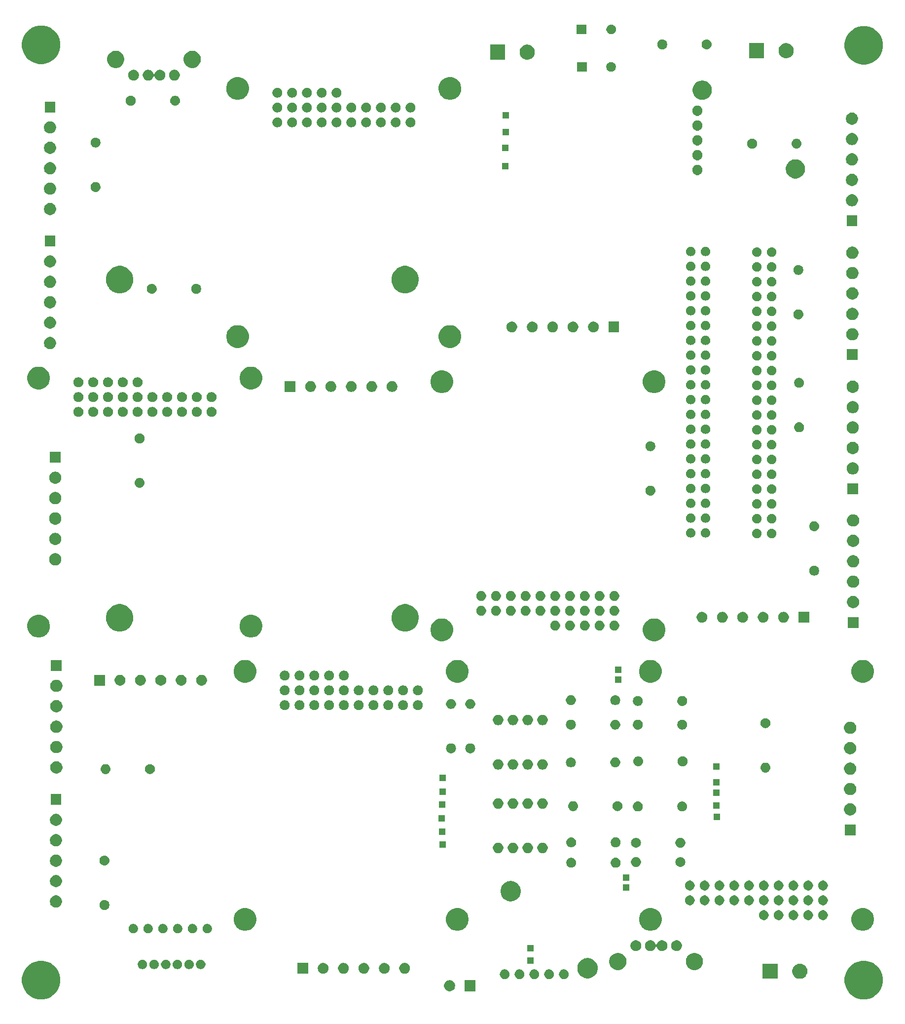
<source format=gts>
G04 #@! TF.GenerationSoftware,KiCad,Pcbnew,(5.0.2)-1*
G04 #@! TF.CreationDate,2019-07-25T17:09:51-07:00*
G04 #@! TF.ProjectId,Monolithic Board,4d6f6e6f-6c69-4746-9869-6320426f6172,rev?*
G04 #@! TF.SameCoordinates,Original*
G04 #@! TF.FileFunction,Soldermask,Top*
G04 #@! TF.FilePolarity,Negative*
%FSLAX46Y46*%
G04 Gerber Fmt 4.6, Leading zero omitted, Abs format (unit mm)*
G04 Created by KiCad (PCBNEW (5.0.2)-1) date 7/25/2019 5:09:51 PM*
%MOMM*%
%LPD*%
G01*
G04 APERTURE LIST*
%ADD10C,0.100000*%
G04 APERTURE END LIST*
D10*
G36*
X147564865Y9023745D02*
X148165609Y8774909D01*
X148706268Y8413652D01*
X149166052Y7953868D01*
X149527309Y7413209D01*
X149776145Y6812465D01*
X149903000Y6174722D01*
X149903000Y5524478D01*
X149776145Y4886735D01*
X149527309Y4285991D01*
X149166052Y3745332D01*
X148706268Y3285548D01*
X148165609Y2924291D01*
X147564865Y2675455D01*
X146927122Y2548600D01*
X146276878Y2548600D01*
X145639135Y2675455D01*
X145038391Y2924291D01*
X144497732Y3285548D01*
X144037948Y3745332D01*
X143676691Y4285991D01*
X143427855Y4886735D01*
X143301000Y5524478D01*
X143301000Y6174722D01*
X143427855Y6812465D01*
X143676691Y7413209D01*
X144037948Y7953868D01*
X144497732Y8413652D01*
X145038391Y8774909D01*
X145639135Y9023745D01*
X146276878Y9150600D01*
X146927122Y9150600D01*
X147564865Y9023745D01*
X147564865Y9023745D01*
G37*
G36*
X6342465Y9023745D02*
X6943209Y8774909D01*
X7483868Y8413652D01*
X7943652Y7953868D01*
X8304909Y7413209D01*
X8553745Y6812465D01*
X8680600Y6174722D01*
X8680600Y5524478D01*
X8553745Y4886735D01*
X8304909Y4285991D01*
X7943652Y3745332D01*
X7483868Y3285548D01*
X6943209Y2924291D01*
X6342465Y2675455D01*
X5704722Y2548600D01*
X5054478Y2548600D01*
X4416735Y2675455D01*
X3815991Y2924291D01*
X3275332Y3285548D01*
X2815548Y3745332D01*
X2454291Y4285991D01*
X2205455Y4886735D01*
X2078600Y5524478D01*
X2078600Y6174722D01*
X2205455Y6812465D01*
X2454291Y7413209D01*
X2815548Y7953868D01*
X3275332Y8413652D01*
X3815991Y8774909D01*
X4416735Y9023745D01*
X5054478Y9150600D01*
X5704722Y9150600D01*
X6342465Y9023745D01*
X6342465Y9023745D01*
G37*
G36*
X79970400Y3938500D02*
X78068400Y3938500D01*
X78068400Y5840500D01*
X79970400Y5840500D01*
X79970400Y3938500D01*
X79970400Y3938500D01*
G37*
G36*
X75796796Y5803954D02*
X75969866Y5732266D01*
X76125630Y5628188D01*
X76258088Y5495730D01*
X76362166Y5339966D01*
X76433854Y5166896D01*
X76470400Y4983167D01*
X76470400Y4795833D01*
X76433854Y4612104D01*
X76362166Y4439034D01*
X76258088Y4283270D01*
X76125630Y4150812D01*
X75969866Y4046734D01*
X75796796Y3975046D01*
X75613067Y3938500D01*
X75425733Y3938500D01*
X75242004Y3975046D01*
X75068934Y4046734D01*
X74913170Y4150812D01*
X74780712Y4283270D01*
X74676634Y4439034D01*
X74604946Y4612104D01*
X74568400Y4795833D01*
X74568400Y4983167D01*
X74604946Y5166896D01*
X74676634Y5339966D01*
X74780712Y5495730D01*
X74913170Y5628188D01*
X75068934Y5732266D01*
X75242004Y5803954D01*
X75425733Y5840500D01*
X75613067Y5840500D01*
X75796796Y5803954D01*
X75796796Y5803954D01*
G37*
G36*
X95365391Y7657066D02*
X95365393Y7657065D01*
X95365394Y7657065D01*
X95516626Y7594423D01*
X95516627Y7594422D01*
X95652735Y7503478D01*
X95768478Y7387735D01*
X95768480Y7387732D01*
X95859423Y7251626D01*
X95899558Y7154731D01*
X95922066Y7100391D01*
X95931415Y7053389D01*
X95954000Y6939846D01*
X95954000Y6776154D01*
X95922065Y6615606D01*
X95859423Y6464374D01*
X95859422Y6464373D01*
X95768478Y6328265D01*
X95652735Y6212522D01*
X95652732Y6212520D01*
X95516626Y6121577D01*
X95365394Y6058935D01*
X95365393Y6058935D01*
X95365391Y6058934D01*
X95204848Y6027000D01*
X95041152Y6027000D01*
X94880609Y6058934D01*
X94880607Y6058935D01*
X94880606Y6058935D01*
X94729374Y6121577D01*
X94593268Y6212520D01*
X94593265Y6212522D01*
X94477522Y6328265D01*
X94386578Y6464373D01*
X94386577Y6464374D01*
X94323935Y6615606D01*
X94292000Y6776154D01*
X94292000Y6939846D01*
X94314585Y7053389D01*
X94323934Y7100391D01*
X94346442Y7154731D01*
X94386577Y7251626D01*
X94477520Y7387732D01*
X94477522Y7387735D01*
X94593265Y7503478D01*
X94729373Y7594422D01*
X94729374Y7594423D01*
X94880606Y7657065D01*
X94880607Y7657065D01*
X94880609Y7657066D01*
X95041152Y7689000D01*
X95204848Y7689000D01*
X95365391Y7657066D01*
X95365391Y7657066D01*
G37*
G36*
X87745391Y7657066D02*
X87745393Y7657065D01*
X87745394Y7657065D01*
X87896626Y7594423D01*
X87896627Y7594422D01*
X88032735Y7503478D01*
X88148478Y7387735D01*
X88148480Y7387732D01*
X88239423Y7251626D01*
X88279558Y7154731D01*
X88302066Y7100391D01*
X88311415Y7053389D01*
X88334000Y6939846D01*
X88334000Y6776154D01*
X88302065Y6615606D01*
X88239423Y6464374D01*
X88239422Y6464373D01*
X88148478Y6328265D01*
X88032735Y6212522D01*
X88032732Y6212520D01*
X87896626Y6121577D01*
X87745394Y6058935D01*
X87745393Y6058935D01*
X87745391Y6058934D01*
X87584848Y6027000D01*
X87421152Y6027000D01*
X87260609Y6058934D01*
X87260607Y6058935D01*
X87260606Y6058935D01*
X87109374Y6121577D01*
X86973268Y6212520D01*
X86973265Y6212522D01*
X86857522Y6328265D01*
X86766578Y6464373D01*
X86766577Y6464374D01*
X86703935Y6615606D01*
X86672000Y6776154D01*
X86672000Y6939846D01*
X86694585Y7053389D01*
X86703934Y7100391D01*
X86726442Y7154731D01*
X86766577Y7251626D01*
X86857520Y7387732D01*
X86857522Y7387735D01*
X86973265Y7503478D01*
X87109373Y7594422D01*
X87109374Y7594423D01*
X87260606Y7657065D01*
X87260607Y7657065D01*
X87260609Y7657066D01*
X87421152Y7689000D01*
X87584848Y7689000D01*
X87745391Y7657066D01*
X87745391Y7657066D01*
G37*
G36*
X85205391Y7657066D02*
X85205393Y7657065D01*
X85205394Y7657065D01*
X85356626Y7594423D01*
X85356627Y7594422D01*
X85492735Y7503478D01*
X85608478Y7387735D01*
X85608480Y7387732D01*
X85699423Y7251626D01*
X85739558Y7154731D01*
X85762066Y7100391D01*
X85771415Y7053389D01*
X85794000Y6939846D01*
X85794000Y6776154D01*
X85762065Y6615606D01*
X85699423Y6464374D01*
X85699422Y6464373D01*
X85608478Y6328265D01*
X85492735Y6212522D01*
X85492732Y6212520D01*
X85356626Y6121577D01*
X85205394Y6058935D01*
X85205393Y6058935D01*
X85205391Y6058934D01*
X85044848Y6027000D01*
X84881152Y6027000D01*
X84720609Y6058934D01*
X84720607Y6058935D01*
X84720606Y6058935D01*
X84569374Y6121577D01*
X84433268Y6212520D01*
X84433265Y6212522D01*
X84317522Y6328265D01*
X84226578Y6464373D01*
X84226577Y6464374D01*
X84163935Y6615606D01*
X84132000Y6776154D01*
X84132000Y6939846D01*
X84154585Y7053389D01*
X84163934Y7100391D01*
X84186442Y7154731D01*
X84226577Y7251626D01*
X84317520Y7387732D01*
X84317522Y7387735D01*
X84433265Y7503478D01*
X84569373Y7594422D01*
X84569374Y7594423D01*
X84720606Y7657065D01*
X84720607Y7657065D01*
X84720609Y7657066D01*
X84881152Y7689000D01*
X85044848Y7689000D01*
X85205391Y7657066D01*
X85205391Y7657066D01*
G37*
G36*
X92825391Y7657066D02*
X92825393Y7657065D01*
X92825394Y7657065D01*
X92976626Y7594423D01*
X92976627Y7594422D01*
X93112735Y7503478D01*
X93228478Y7387735D01*
X93228480Y7387732D01*
X93319423Y7251626D01*
X93359558Y7154731D01*
X93382066Y7100391D01*
X93391415Y7053389D01*
X93414000Y6939846D01*
X93414000Y6776154D01*
X93382065Y6615606D01*
X93319423Y6464374D01*
X93319422Y6464373D01*
X93228478Y6328265D01*
X93112735Y6212522D01*
X93112732Y6212520D01*
X92976626Y6121577D01*
X92825394Y6058935D01*
X92825393Y6058935D01*
X92825391Y6058934D01*
X92664848Y6027000D01*
X92501152Y6027000D01*
X92340609Y6058934D01*
X92340607Y6058935D01*
X92340606Y6058935D01*
X92189374Y6121577D01*
X92053268Y6212520D01*
X92053265Y6212522D01*
X91937522Y6328265D01*
X91846578Y6464373D01*
X91846577Y6464374D01*
X91783935Y6615606D01*
X91752000Y6776154D01*
X91752000Y6939846D01*
X91774585Y7053389D01*
X91783934Y7100391D01*
X91806442Y7154731D01*
X91846577Y7251626D01*
X91937520Y7387732D01*
X91937522Y7387735D01*
X92053265Y7503478D01*
X92189373Y7594422D01*
X92189374Y7594423D01*
X92340606Y7657065D01*
X92340607Y7657065D01*
X92340609Y7657066D01*
X92501152Y7689000D01*
X92664848Y7689000D01*
X92825391Y7657066D01*
X92825391Y7657066D01*
G37*
G36*
X90285391Y7657066D02*
X90285393Y7657065D01*
X90285394Y7657065D01*
X90436626Y7594423D01*
X90436627Y7594422D01*
X90572735Y7503478D01*
X90688478Y7387735D01*
X90688480Y7387732D01*
X90779423Y7251626D01*
X90819558Y7154731D01*
X90842066Y7100391D01*
X90851415Y7053389D01*
X90874000Y6939846D01*
X90874000Y6776154D01*
X90842065Y6615606D01*
X90779423Y6464374D01*
X90779422Y6464373D01*
X90688478Y6328265D01*
X90572735Y6212522D01*
X90572732Y6212520D01*
X90436626Y6121577D01*
X90285394Y6058935D01*
X90285393Y6058935D01*
X90285391Y6058934D01*
X90124848Y6027000D01*
X89961152Y6027000D01*
X89800609Y6058934D01*
X89800607Y6058935D01*
X89800606Y6058935D01*
X89649374Y6121577D01*
X89513268Y6212520D01*
X89513265Y6212522D01*
X89397522Y6328265D01*
X89306578Y6464373D01*
X89306577Y6464374D01*
X89243935Y6615606D01*
X89212000Y6776154D01*
X89212000Y6939846D01*
X89234585Y7053389D01*
X89243934Y7100391D01*
X89266442Y7154731D01*
X89306577Y7251626D01*
X89397520Y7387732D01*
X89397522Y7387735D01*
X89513265Y7503478D01*
X89649373Y7594422D01*
X89649374Y7594423D01*
X89800606Y7657065D01*
X89800607Y7657065D01*
X89800609Y7657066D01*
X89961152Y7689000D01*
X90124848Y7689000D01*
X90285391Y7657066D01*
X90285391Y7657066D01*
G37*
G36*
X131857000Y6065000D02*
X129255000Y6065000D01*
X129255000Y8667000D01*
X131857000Y8667000D01*
X131857000Y6065000D01*
X131857000Y6065000D01*
G37*
G36*
X136015485Y8617004D02*
X136015487Y8617003D01*
X136015488Y8617003D01*
X136072787Y8593269D01*
X136252255Y8518931D01*
X136465342Y8376551D01*
X136646551Y8195342D01*
X136646553Y8195339D01*
X136788931Y7982255D01*
X136826723Y7891018D01*
X136887004Y7745485D01*
X136937000Y7494139D01*
X136937000Y7237861D01*
X136901341Y7058590D01*
X136887003Y6986512D01*
X136871051Y6948000D01*
X136788931Y6749745D01*
X136646551Y6536658D01*
X136465342Y6355449D01*
X136465339Y6355447D01*
X136252255Y6213069D01*
X136015488Y6114997D01*
X136015487Y6114997D01*
X136015485Y6114996D01*
X135764139Y6065000D01*
X135507861Y6065000D01*
X135256515Y6114996D01*
X135256513Y6114997D01*
X135256512Y6114997D01*
X135019745Y6213069D01*
X134806661Y6355447D01*
X134806658Y6355449D01*
X134625449Y6536658D01*
X134483069Y6749745D01*
X134400949Y6948000D01*
X134384997Y6986512D01*
X134370660Y7058590D01*
X134335000Y7237861D01*
X134335000Y7494139D01*
X134384996Y7745485D01*
X134445278Y7891018D01*
X134483069Y7982255D01*
X134625447Y8195339D01*
X134625449Y8195342D01*
X134806658Y8376551D01*
X135019745Y8518931D01*
X135199213Y8593269D01*
X135256512Y8617003D01*
X135256513Y8617003D01*
X135256515Y8617004D01*
X135507861Y8667000D01*
X135764139Y8667000D01*
X136015485Y8617004D01*
X136015485Y8617004D01*
G37*
G36*
X99500774Y9612084D02*
X99703748Y9571710D01*
X100022409Y9439716D01*
X100188319Y9328858D01*
X100309200Y9248088D01*
X100553088Y9004200D01*
X100553090Y9004197D01*
X100744716Y8717409D01*
X100876710Y8398748D01*
X100917084Y8195774D01*
X100944000Y8060460D01*
X100944000Y7715540D01*
X100932368Y7657065D01*
X100876710Y7377252D01*
X100744716Y7058591D01*
X100555997Y6776154D01*
X100553088Y6771800D01*
X100309200Y6527912D01*
X100309197Y6527910D01*
X100022409Y6336284D01*
X99703748Y6204290D01*
X99555099Y6174722D01*
X99365460Y6137000D01*
X99020540Y6137000D01*
X98830901Y6174722D01*
X98682252Y6204290D01*
X98363591Y6336284D01*
X98076803Y6527910D01*
X98076800Y6527912D01*
X97832912Y6771800D01*
X97830003Y6776154D01*
X97641284Y7058591D01*
X97509290Y7377252D01*
X97453632Y7657065D01*
X97442000Y7715540D01*
X97442000Y8060460D01*
X97468916Y8195774D01*
X97509290Y8398748D01*
X97641284Y8717409D01*
X97832910Y9004197D01*
X97832912Y9004200D01*
X98076800Y9248088D01*
X98197681Y9328858D01*
X98363591Y9439716D01*
X98682252Y9571710D01*
X98885226Y9612084D01*
X99020540Y9639000D01*
X99365460Y9639000D01*
X99500774Y9612084D01*
X99500774Y9612084D01*
G37*
G36*
X51218000Y6948000D02*
X49366000Y6948000D01*
X49366000Y8800000D01*
X51218000Y8800000D01*
X51218000Y6948000D01*
X51218000Y6948000D01*
G37*
G36*
X61062104Y8764415D02*
X61230626Y8694611D01*
X61382291Y8593272D01*
X61511272Y8464291D01*
X61612611Y8312626D01*
X61682415Y8144104D01*
X61718000Y7965203D01*
X61718000Y7782797D01*
X61682415Y7603896D01*
X61612611Y7435374D01*
X61511272Y7283709D01*
X61382291Y7154728D01*
X61230626Y7053389D01*
X61062104Y6983585D01*
X60883203Y6948000D01*
X60700797Y6948000D01*
X60521896Y6983585D01*
X60353374Y7053389D01*
X60201709Y7154728D01*
X60072728Y7283709D01*
X59971389Y7435374D01*
X59901585Y7603896D01*
X59866000Y7782797D01*
X59866000Y7965203D01*
X59901585Y8144104D01*
X59971389Y8312626D01*
X60072728Y8464291D01*
X60201709Y8593272D01*
X60353374Y8694611D01*
X60521896Y8764415D01*
X60700797Y8800000D01*
X60883203Y8800000D01*
X61062104Y8764415D01*
X61062104Y8764415D01*
G37*
G36*
X57562104Y8764415D02*
X57730626Y8694611D01*
X57882291Y8593272D01*
X58011272Y8464291D01*
X58112611Y8312626D01*
X58182415Y8144104D01*
X58218000Y7965203D01*
X58218000Y7782797D01*
X58182415Y7603896D01*
X58112611Y7435374D01*
X58011272Y7283709D01*
X57882291Y7154728D01*
X57730626Y7053389D01*
X57562104Y6983585D01*
X57383203Y6948000D01*
X57200797Y6948000D01*
X57021896Y6983585D01*
X56853374Y7053389D01*
X56701709Y7154728D01*
X56572728Y7283709D01*
X56471389Y7435374D01*
X56401585Y7603896D01*
X56366000Y7782797D01*
X56366000Y7965203D01*
X56401585Y8144104D01*
X56471389Y8312626D01*
X56572728Y8464291D01*
X56701709Y8593272D01*
X56853374Y8694611D01*
X57021896Y8764415D01*
X57200797Y8800000D01*
X57383203Y8800000D01*
X57562104Y8764415D01*
X57562104Y8764415D01*
G37*
G36*
X54062104Y8764415D02*
X54230626Y8694611D01*
X54382291Y8593272D01*
X54511272Y8464291D01*
X54612611Y8312626D01*
X54682415Y8144104D01*
X54718000Y7965203D01*
X54718000Y7782797D01*
X54682415Y7603896D01*
X54612611Y7435374D01*
X54511272Y7283709D01*
X54382291Y7154728D01*
X54230626Y7053389D01*
X54062104Y6983585D01*
X53883203Y6948000D01*
X53700797Y6948000D01*
X53521896Y6983585D01*
X53353374Y7053389D01*
X53201709Y7154728D01*
X53072728Y7283709D01*
X52971389Y7435374D01*
X52901585Y7603896D01*
X52866000Y7782797D01*
X52866000Y7965203D01*
X52901585Y8144104D01*
X52971389Y8312626D01*
X53072728Y8464291D01*
X53201709Y8593272D01*
X53353374Y8694611D01*
X53521896Y8764415D01*
X53700797Y8800000D01*
X53883203Y8800000D01*
X54062104Y8764415D01*
X54062104Y8764415D01*
G37*
G36*
X64562104Y8764415D02*
X64730626Y8694611D01*
X64882291Y8593272D01*
X65011272Y8464291D01*
X65112611Y8312626D01*
X65182415Y8144104D01*
X65218000Y7965203D01*
X65218000Y7782797D01*
X65182415Y7603896D01*
X65112611Y7435374D01*
X65011272Y7283709D01*
X64882291Y7154728D01*
X64730626Y7053389D01*
X64562104Y6983585D01*
X64383203Y6948000D01*
X64200797Y6948000D01*
X64021896Y6983585D01*
X63853374Y7053389D01*
X63701709Y7154728D01*
X63572728Y7283709D01*
X63471389Y7435374D01*
X63401585Y7603896D01*
X63366000Y7782797D01*
X63366000Y7965203D01*
X63401585Y8144104D01*
X63471389Y8312626D01*
X63572728Y8464291D01*
X63701709Y8593272D01*
X63853374Y8694611D01*
X64021896Y8764415D01*
X64200797Y8800000D01*
X64383203Y8800000D01*
X64562104Y8764415D01*
X64562104Y8764415D01*
G37*
G36*
X68062104Y8764415D02*
X68230626Y8694611D01*
X68382291Y8593272D01*
X68511272Y8464291D01*
X68612611Y8312626D01*
X68682415Y8144104D01*
X68718000Y7965203D01*
X68718000Y7782797D01*
X68682415Y7603896D01*
X68612611Y7435374D01*
X68511272Y7283709D01*
X68382291Y7154728D01*
X68230626Y7053389D01*
X68062104Y6983585D01*
X67883203Y6948000D01*
X67700797Y6948000D01*
X67521896Y6983585D01*
X67353374Y7053389D01*
X67201709Y7154728D01*
X67072728Y7283709D01*
X66971389Y7435374D01*
X66901585Y7603896D01*
X66866000Y7782797D01*
X66866000Y7965203D01*
X66901585Y8144104D01*
X66971389Y8312626D01*
X67072728Y8464291D01*
X67201709Y8593272D01*
X67353374Y8694611D01*
X67521896Y8764415D01*
X67700797Y8800000D01*
X67883203Y8800000D01*
X68062104Y8764415D01*
X68062104Y8764415D01*
G37*
G36*
X117973131Y10456779D02*
X118241749Y10345514D01*
X118483498Y10183982D01*
X118689082Y9978398D01*
X118850614Y9736649D01*
X118961879Y9468031D01*
X119018600Y9182875D01*
X119018600Y8892125D01*
X118961879Y8606969D01*
X118850614Y8338351D01*
X118689082Y8096602D01*
X118483498Y7891018D01*
X118241749Y7729486D01*
X117973131Y7618221D01*
X117687975Y7561500D01*
X117397225Y7561500D01*
X117112069Y7618221D01*
X116843451Y7729486D01*
X116601702Y7891018D01*
X116396118Y8096602D01*
X116234586Y8338351D01*
X116123321Y8606969D01*
X116066600Y8892125D01*
X116066600Y9182875D01*
X116123321Y9468031D01*
X116234586Y9736649D01*
X116396118Y9978398D01*
X116601702Y10183982D01*
X116843451Y10345514D01*
X117112069Y10456779D01*
X117397225Y10513500D01*
X117687975Y10513500D01*
X117973131Y10456779D01*
X117973131Y10456779D01*
G37*
G36*
X104833131Y10456779D02*
X105101749Y10345514D01*
X105343498Y10183982D01*
X105549082Y9978398D01*
X105710614Y9736649D01*
X105821879Y9468031D01*
X105878600Y9182875D01*
X105878600Y8892125D01*
X105821879Y8606969D01*
X105710614Y8338351D01*
X105549082Y8096602D01*
X105343498Y7891018D01*
X105101749Y7729486D01*
X104833131Y7618221D01*
X104547975Y7561500D01*
X104257225Y7561500D01*
X103972069Y7618221D01*
X103703451Y7729486D01*
X103461702Y7891018D01*
X103256118Y8096602D01*
X103094586Y8338351D01*
X102983321Y8606969D01*
X102926600Y8892125D01*
X102926600Y9182875D01*
X102983321Y9468031D01*
X103094586Y9736649D01*
X103256118Y9978398D01*
X103461702Y10183982D01*
X103703451Y10345514D01*
X103972069Y10456779D01*
X104257225Y10513500D01*
X104547975Y10513500D01*
X104833131Y10456779D01*
X104833131Y10456779D01*
G37*
G36*
X31020942Y9328858D02*
X31168902Y9267570D01*
X31198056Y9248090D01*
X31302057Y9178599D01*
X31415299Y9065357D01*
X31459483Y8999230D01*
X31504270Y8932202D01*
X31565558Y8784242D01*
X31596800Y8627175D01*
X31596800Y8467025D01*
X31565558Y8309958D01*
X31504270Y8161998D01*
X31460576Y8096605D01*
X31415299Y8028843D01*
X31302057Y7915601D01*
X31235930Y7871417D01*
X31168902Y7826630D01*
X31020942Y7765342D01*
X30863875Y7734100D01*
X30703725Y7734100D01*
X30546658Y7765342D01*
X30398698Y7826630D01*
X30331670Y7871417D01*
X30265543Y7915601D01*
X30152301Y8028843D01*
X30107024Y8096605D01*
X30063330Y8161998D01*
X30002042Y8309958D01*
X29970800Y8467025D01*
X29970800Y8627175D01*
X30002042Y8784242D01*
X30063330Y8932202D01*
X30108117Y8999230D01*
X30152301Y9065357D01*
X30265543Y9178599D01*
X30369544Y9248090D01*
X30398698Y9267570D01*
X30546658Y9328858D01*
X30703725Y9360100D01*
X30863875Y9360100D01*
X31020942Y9328858D01*
X31020942Y9328858D01*
G37*
G36*
X33020942Y9328858D02*
X33168902Y9267570D01*
X33198056Y9248090D01*
X33302057Y9178599D01*
X33415299Y9065357D01*
X33459483Y8999230D01*
X33504270Y8932202D01*
X33565558Y8784242D01*
X33596800Y8627175D01*
X33596800Y8467025D01*
X33565558Y8309958D01*
X33504270Y8161998D01*
X33460576Y8096605D01*
X33415299Y8028843D01*
X33302057Y7915601D01*
X33235930Y7871417D01*
X33168902Y7826630D01*
X33020942Y7765342D01*
X32863875Y7734100D01*
X32703725Y7734100D01*
X32546658Y7765342D01*
X32398698Y7826630D01*
X32331670Y7871417D01*
X32265543Y7915601D01*
X32152301Y8028843D01*
X32107024Y8096605D01*
X32063330Y8161998D01*
X32002042Y8309958D01*
X31970800Y8467025D01*
X31970800Y8627175D01*
X32002042Y8784242D01*
X32063330Y8932202D01*
X32108117Y8999230D01*
X32152301Y9065357D01*
X32265543Y9178599D01*
X32369544Y9248090D01*
X32398698Y9267570D01*
X32546658Y9328858D01*
X32703725Y9360100D01*
X32863875Y9360100D01*
X33020942Y9328858D01*
X33020942Y9328858D01*
G37*
G36*
X29020942Y9328858D02*
X29168902Y9267570D01*
X29198056Y9248090D01*
X29302057Y9178599D01*
X29415299Y9065357D01*
X29459483Y8999230D01*
X29504270Y8932202D01*
X29565558Y8784242D01*
X29596800Y8627175D01*
X29596800Y8467025D01*
X29565558Y8309958D01*
X29504270Y8161998D01*
X29460576Y8096605D01*
X29415299Y8028843D01*
X29302057Y7915601D01*
X29235930Y7871417D01*
X29168902Y7826630D01*
X29020942Y7765342D01*
X28863875Y7734100D01*
X28703725Y7734100D01*
X28546658Y7765342D01*
X28398698Y7826630D01*
X28331670Y7871417D01*
X28265543Y7915601D01*
X28152301Y8028843D01*
X28107024Y8096605D01*
X28063330Y8161998D01*
X28002042Y8309958D01*
X27970800Y8467025D01*
X27970800Y8627175D01*
X28002042Y8784242D01*
X28063330Y8932202D01*
X28108117Y8999230D01*
X28152301Y9065357D01*
X28265543Y9178599D01*
X28369544Y9248090D01*
X28398698Y9267570D01*
X28546658Y9328858D01*
X28703725Y9360100D01*
X28863875Y9360100D01*
X29020942Y9328858D01*
X29020942Y9328858D01*
G37*
G36*
X23020942Y9328858D02*
X23168902Y9267570D01*
X23198056Y9248090D01*
X23302057Y9178599D01*
X23415299Y9065357D01*
X23459483Y8999230D01*
X23504270Y8932202D01*
X23565558Y8784242D01*
X23596800Y8627175D01*
X23596800Y8467025D01*
X23565558Y8309958D01*
X23504270Y8161998D01*
X23460576Y8096605D01*
X23415299Y8028843D01*
X23302057Y7915601D01*
X23235930Y7871417D01*
X23168902Y7826630D01*
X23020942Y7765342D01*
X22863875Y7734100D01*
X22703725Y7734100D01*
X22546658Y7765342D01*
X22398698Y7826630D01*
X22331670Y7871417D01*
X22265543Y7915601D01*
X22152301Y8028843D01*
X22107024Y8096605D01*
X22063330Y8161998D01*
X22002042Y8309958D01*
X21970800Y8467025D01*
X21970800Y8627175D01*
X22002042Y8784242D01*
X22063330Y8932202D01*
X22108117Y8999230D01*
X22152301Y9065357D01*
X22265543Y9178599D01*
X22369544Y9248090D01*
X22398698Y9267570D01*
X22546658Y9328858D01*
X22703725Y9360100D01*
X22863875Y9360100D01*
X23020942Y9328858D01*
X23020942Y9328858D01*
G37*
G36*
X25020942Y9328858D02*
X25168902Y9267570D01*
X25198056Y9248090D01*
X25302057Y9178599D01*
X25415299Y9065357D01*
X25459483Y8999230D01*
X25504270Y8932202D01*
X25565558Y8784242D01*
X25596800Y8627175D01*
X25596800Y8467025D01*
X25565558Y8309958D01*
X25504270Y8161998D01*
X25460576Y8096605D01*
X25415299Y8028843D01*
X25302057Y7915601D01*
X25235930Y7871417D01*
X25168902Y7826630D01*
X25020942Y7765342D01*
X24863875Y7734100D01*
X24703725Y7734100D01*
X24546658Y7765342D01*
X24398698Y7826630D01*
X24331670Y7871417D01*
X24265543Y7915601D01*
X24152301Y8028843D01*
X24107024Y8096605D01*
X24063330Y8161998D01*
X24002042Y8309958D01*
X23970800Y8467025D01*
X23970800Y8627175D01*
X24002042Y8784242D01*
X24063330Y8932202D01*
X24108117Y8999230D01*
X24152301Y9065357D01*
X24265543Y9178599D01*
X24369544Y9248090D01*
X24398698Y9267570D01*
X24546658Y9328858D01*
X24703725Y9360100D01*
X24863875Y9360100D01*
X25020942Y9328858D01*
X25020942Y9328858D01*
G37*
G36*
X27020942Y9328858D02*
X27168902Y9267570D01*
X27198056Y9248090D01*
X27302057Y9178599D01*
X27415299Y9065357D01*
X27459483Y8999230D01*
X27504270Y8932202D01*
X27565558Y8784242D01*
X27596800Y8627175D01*
X27596800Y8467025D01*
X27565558Y8309958D01*
X27504270Y8161998D01*
X27460576Y8096605D01*
X27415299Y8028843D01*
X27302057Y7915601D01*
X27235930Y7871417D01*
X27168902Y7826630D01*
X27020942Y7765342D01*
X26863875Y7734100D01*
X26703725Y7734100D01*
X26546658Y7765342D01*
X26398698Y7826630D01*
X26331670Y7871417D01*
X26265543Y7915601D01*
X26152301Y8028843D01*
X26107024Y8096605D01*
X26063330Y8161998D01*
X26002042Y8309958D01*
X25970800Y8467025D01*
X25970800Y8627175D01*
X26002042Y8784242D01*
X26063330Y8932202D01*
X26108117Y8999230D01*
X26152301Y9065357D01*
X26265543Y9178599D01*
X26369544Y9248090D01*
X26398698Y9267570D01*
X26546658Y9328858D01*
X26703725Y9360100D01*
X26863875Y9360100D01*
X27020942Y9328858D01*
X27020942Y9328858D01*
G37*
G36*
X89959000Y8656500D02*
X88857000Y8656500D01*
X88857000Y9758500D01*
X89959000Y9758500D01*
X89959000Y8656500D01*
X89959000Y8656500D01*
G37*
G36*
X89933600Y10777400D02*
X88831600Y10777400D01*
X88831600Y11879400D01*
X89933600Y11879400D01*
X89933600Y10777400D01*
X89933600Y10777400D01*
G37*
G36*
X110242704Y12637915D02*
X110411226Y12568111D01*
X110562891Y12466772D01*
X110691872Y12337791D01*
X110793211Y12186126D01*
X110857120Y12031835D01*
X110868666Y12010234D01*
X110884211Y11991292D01*
X110903153Y11975746D01*
X110924764Y11964195D01*
X110948213Y11957082D01*
X110972600Y11954680D01*
X110996986Y11957082D01*
X111020435Y11964195D01*
X111042046Y11975746D01*
X111060988Y11991291D01*
X111076534Y12010233D01*
X111088080Y12031835D01*
X111151989Y12186126D01*
X111253328Y12337791D01*
X111382309Y12466772D01*
X111533974Y12568111D01*
X111702496Y12637915D01*
X111881397Y12673500D01*
X112063803Y12673500D01*
X112242704Y12637915D01*
X112411226Y12568111D01*
X112562891Y12466772D01*
X112691872Y12337791D01*
X112793211Y12186126D01*
X112863015Y12017604D01*
X112898600Y11838703D01*
X112898600Y11656297D01*
X112863015Y11477396D01*
X112793211Y11308874D01*
X112691872Y11157209D01*
X112562891Y11028228D01*
X112411226Y10926889D01*
X112242704Y10857085D01*
X112063803Y10821500D01*
X111881397Y10821500D01*
X111702496Y10857085D01*
X111533974Y10926889D01*
X111382309Y11028228D01*
X111253328Y11157209D01*
X111151989Y11308874D01*
X111088080Y11463165D01*
X111076534Y11484766D01*
X111060989Y11503708D01*
X111042047Y11519254D01*
X111020436Y11530805D01*
X110996987Y11537918D01*
X110972600Y11540320D01*
X110948214Y11537918D01*
X110924765Y11530805D01*
X110903154Y11519254D01*
X110884212Y11503709D01*
X110868666Y11484767D01*
X110857120Y11463165D01*
X110793211Y11308874D01*
X110691872Y11157209D01*
X110562891Y11028228D01*
X110411226Y10926889D01*
X110242704Y10857085D01*
X110063803Y10821500D01*
X109881397Y10821500D01*
X109702496Y10857085D01*
X109533974Y10926889D01*
X109382309Y11028228D01*
X109253328Y11157209D01*
X109151989Y11308874D01*
X109082185Y11477396D01*
X109046600Y11656297D01*
X109046600Y11838703D01*
X109082185Y12017604D01*
X109151989Y12186126D01*
X109253328Y12337791D01*
X109382309Y12466772D01*
X109533974Y12568111D01*
X109702496Y12637915D01*
X109881397Y12673500D01*
X110063803Y12673500D01*
X110242704Y12637915D01*
X110242704Y12637915D01*
G37*
G36*
X114742704Y12637915D02*
X114911226Y12568111D01*
X115062891Y12466772D01*
X115191872Y12337791D01*
X115293211Y12186126D01*
X115363015Y12017604D01*
X115398600Y11838703D01*
X115398600Y11656297D01*
X115363015Y11477396D01*
X115293211Y11308874D01*
X115191872Y11157209D01*
X115062891Y11028228D01*
X114911226Y10926889D01*
X114742704Y10857085D01*
X114563803Y10821500D01*
X114381397Y10821500D01*
X114202496Y10857085D01*
X114033974Y10926889D01*
X113882309Y11028228D01*
X113753328Y11157209D01*
X113651989Y11308874D01*
X113582185Y11477396D01*
X113546600Y11656297D01*
X113546600Y11838703D01*
X113582185Y12017604D01*
X113651989Y12186126D01*
X113753328Y12337791D01*
X113882309Y12466772D01*
X114033974Y12568111D01*
X114202496Y12637915D01*
X114381397Y12673500D01*
X114563803Y12673500D01*
X114742704Y12637915D01*
X114742704Y12637915D01*
G37*
G36*
X107742704Y12637915D02*
X107911226Y12568111D01*
X108062891Y12466772D01*
X108191872Y12337791D01*
X108293211Y12186126D01*
X108363015Y12017604D01*
X108398600Y11838703D01*
X108398600Y11656297D01*
X108363015Y11477396D01*
X108293211Y11308874D01*
X108191872Y11157209D01*
X108062891Y11028228D01*
X107911226Y10926889D01*
X107742704Y10857085D01*
X107563803Y10821500D01*
X107381397Y10821500D01*
X107202496Y10857085D01*
X107033974Y10926889D01*
X106882309Y11028228D01*
X106753328Y11157209D01*
X106651989Y11308874D01*
X106582185Y11477396D01*
X106546600Y11656297D01*
X106546600Y11838703D01*
X106582185Y12017604D01*
X106651989Y12186126D01*
X106753328Y12337791D01*
X106882309Y12466772D01*
X107033974Y12568111D01*
X107202496Y12637915D01*
X107381397Y12673500D01*
X107563803Y12673500D01*
X107742704Y12637915D01*
X107742704Y12637915D01*
G37*
G36*
X31606142Y15450258D02*
X31754102Y15388970D01*
X31887258Y15299998D01*
X32000498Y15186758D01*
X32089470Y15053602D01*
X32150758Y14905642D01*
X32182000Y14748575D01*
X32182000Y14588425D01*
X32150758Y14431358D01*
X32089470Y14283398D01*
X32000498Y14150242D01*
X31887258Y14037002D01*
X31754102Y13948030D01*
X31606142Y13886742D01*
X31449075Y13855500D01*
X31288925Y13855500D01*
X31131858Y13886742D01*
X30983898Y13948030D01*
X30850742Y14037002D01*
X30737502Y14150242D01*
X30648530Y14283398D01*
X30587242Y14431358D01*
X30556000Y14588425D01*
X30556000Y14748575D01*
X30587242Y14905642D01*
X30648530Y15053602D01*
X30737502Y15186758D01*
X30850742Y15299998D01*
X30983898Y15388970D01*
X31131858Y15450258D01*
X31288925Y15481500D01*
X31449075Y15481500D01*
X31606142Y15450258D01*
X31606142Y15450258D01*
G37*
G36*
X23986142Y15450258D02*
X24134102Y15388970D01*
X24267258Y15299998D01*
X24380498Y15186758D01*
X24469470Y15053602D01*
X24530758Y14905642D01*
X24562000Y14748575D01*
X24562000Y14588425D01*
X24530758Y14431358D01*
X24469470Y14283398D01*
X24380498Y14150242D01*
X24267258Y14037002D01*
X24134102Y13948030D01*
X23986142Y13886742D01*
X23829075Y13855500D01*
X23668925Y13855500D01*
X23511858Y13886742D01*
X23363898Y13948030D01*
X23230742Y14037002D01*
X23117502Y14150242D01*
X23028530Y14283398D01*
X22967242Y14431358D01*
X22936000Y14588425D01*
X22936000Y14748575D01*
X22967242Y14905642D01*
X23028530Y15053602D01*
X23117502Y15186758D01*
X23230742Y15299998D01*
X23363898Y15388970D01*
X23511858Y15450258D01*
X23668925Y15481500D01*
X23829075Y15481500D01*
X23986142Y15450258D01*
X23986142Y15450258D01*
G37*
G36*
X26526142Y15450258D02*
X26674102Y15388970D01*
X26807258Y15299998D01*
X26920498Y15186758D01*
X27009470Y15053602D01*
X27070758Y14905642D01*
X27102000Y14748575D01*
X27102000Y14588425D01*
X27070758Y14431358D01*
X27009470Y14283398D01*
X26920498Y14150242D01*
X26807258Y14037002D01*
X26674102Y13948030D01*
X26526142Y13886742D01*
X26369075Y13855500D01*
X26208925Y13855500D01*
X26051858Y13886742D01*
X25903898Y13948030D01*
X25770742Y14037002D01*
X25657502Y14150242D01*
X25568530Y14283398D01*
X25507242Y14431358D01*
X25476000Y14588425D01*
X25476000Y14748575D01*
X25507242Y14905642D01*
X25568530Y15053602D01*
X25657502Y15186758D01*
X25770742Y15299998D01*
X25903898Y15388970D01*
X26051858Y15450258D01*
X26208925Y15481500D01*
X26369075Y15481500D01*
X26526142Y15450258D01*
X26526142Y15450258D01*
G37*
G36*
X34146142Y15450258D02*
X34294102Y15388970D01*
X34427258Y15299998D01*
X34540498Y15186758D01*
X34629470Y15053602D01*
X34690758Y14905642D01*
X34722000Y14748575D01*
X34722000Y14588425D01*
X34690758Y14431358D01*
X34629470Y14283398D01*
X34540498Y14150242D01*
X34427258Y14037002D01*
X34294102Y13948030D01*
X34146142Y13886742D01*
X33989075Y13855500D01*
X33828925Y13855500D01*
X33671858Y13886742D01*
X33523898Y13948030D01*
X33390742Y14037002D01*
X33277502Y14150242D01*
X33188530Y14283398D01*
X33127242Y14431358D01*
X33096000Y14588425D01*
X33096000Y14748575D01*
X33127242Y14905642D01*
X33188530Y15053602D01*
X33277502Y15186758D01*
X33390742Y15299998D01*
X33523898Y15388970D01*
X33671858Y15450258D01*
X33828925Y15481500D01*
X33989075Y15481500D01*
X34146142Y15450258D01*
X34146142Y15450258D01*
G37*
G36*
X21446142Y15450258D02*
X21594102Y15388970D01*
X21727258Y15299998D01*
X21840498Y15186758D01*
X21929470Y15053602D01*
X21990758Y14905642D01*
X22022000Y14748575D01*
X22022000Y14588425D01*
X21990758Y14431358D01*
X21929470Y14283398D01*
X21840498Y14150242D01*
X21727258Y14037002D01*
X21594102Y13948030D01*
X21446142Y13886742D01*
X21289075Y13855500D01*
X21128925Y13855500D01*
X20971858Y13886742D01*
X20823898Y13948030D01*
X20690742Y14037002D01*
X20577502Y14150242D01*
X20488530Y14283398D01*
X20427242Y14431358D01*
X20396000Y14588425D01*
X20396000Y14748575D01*
X20427242Y14905642D01*
X20488530Y15053602D01*
X20577502Y15186758D01*
X20690742Y15299998D01*
X20823898Y15388970D01*
X20971858Y15450258D01*
X21128925Y15481500D01*
X21289075Y15481500D01*
X21446142Y15450258D01*
X21446142Y15450258D01*
G37*
G36*
X29066142Y15450258D02*
X29214102Y15388970D01*
X29347258Y15299998D01*
X29460498Y15186758D01*
X29549470Y15053602D01*
X29610758Y14905642D01*
X29642000Y14748575D01*
X29642000Y14588425D01*
X29610758Y14431358D01*
X29549470Y14283398D01*
X29460498Y14150242D01*
X29347258Y14037002D01*
X29214102Y13948030D01*
X29066142Y13886742D01*
X28909075Y13855500D01*
X28748925Y13855500D01*
X28591858Y13886742D01*
X28443898Y13948030D01*
X28310742Y14037002D01*
X28197502Y14150242D01*
X28108530Y14283398D01*
X28047242Y14431358D01*
X28016000Y14588425D01*
X28016000Y14748575D01*
X28047242Y14905642D01*
X28108530Y15053602D01*
X28197502Y15186758D01*
X28310742Y15299998D01*
X28443898Y15388970D01*
X28591858Y15450258D01*
X28748925Y15481500D01*
X28909075Y15481500D01*
X29066142Y15450258D01*
X29066142Y15450258D01*
G37*
G36*
X40955083Y18132025D02*
X40955085Y18132024D01*
X40955086Y18132024D01*
X41310145Y17984954D01*
X41320024Y17978353D01*
X41629693Y17771439D01*
X41901439Y17499693D01*
X41901441Y17499690D01*
X42114954Y17180145D01*
X42262024Y16825086D01*
X42337000Y16448157D01*
X42337000Y16063843D01*
X42262024Y15686914D01*
X42114954Y15331855D01*
X42093668Y15299998D01*
X41901439Y15012307D01*
X41629693Y14740561D01*
X41629690Y14740559D01*
X41310145Y14527046D01*
X40955086Y14379976D01*
X40955085Y14379976D01*
X40955083Y14379975D01*
X40578158Y14305000D01*
X40193842Y14305000D01*
X39816917Y14379975D01*
X39816915Y14379976D01*
X39816914Y14379976D01*
X39461855Y14527046D01*
X39142310Y14740559D01*
X39142307Y14740561D01*
X38870561Y15012307D01*
X38678332Y15299998D01*
X38657046Y15331855D01*
X38509976Y15686914D01*
X38435000Y16063843D01*
X38435000Y16448157D01*
X38509976Y16825086D01*
X38657046Y17180145D01*
X38870559Y17499690D01*
X38870561Y17499693D01*
X39142307Y17771439D01*
X39451976Y17978353D01*
X39461855Y17984954D01*
X39816914Y18132024D01*
X39816915Y18132024D01*
X39816917Y18132025D01*
X40193842Y18207000D01*
X40578158Y18207000D01*
X40955083Y18132025D01*
X40955083Y18132025D01*
G37*
G36*
X77404083Y18132025D02*
X77404085Y18132024D01*
X77404086Y18132024D01*
X77759145Y17984954D01*
X77769024Y17978353D01*
X78078693Y17771439D01*
X78350439Y17499693D01*
X78350441Y17499690D01*
X78563954Y17180145D01*
X78711024Y16825086D01*
X78786000Y16448157D01*
X78786000Y16063843D01*
X78711024Y15686914D01*
X78563954Y15331855D01*
X78542668Y15299998D01*
X78350439Y15012307D01*
X78078693Y14740561D01*
X78078690Y14740559D01*
X77759145Y14527046D01*
X77404086Y14379976D01*
X77404085Y14379976D01*
X77404083Y14379975D01*
X77027158Y14305000D01*
X76642842Y14305000D01*
X76265917Y14379975D01*
X76265915Y14379976D01*
X76265914Y14379976D01*
X75910855Y14527046D01*
X75591310Y14740559D01*
X75591307Y14740561D01*
X75319561Y15012307D01*
X75127332Y15299998D01*
X75106046Y15331855D01*
X74958976Y15686914D01*
X74884000Y16063843D01*
X74884000Y16448157D01*
X74958976Y16825086D01*
X75106046Y17180145D01*
X75319559Y17499690D01*
X75319561Y17499693D01*
X75591307Y17771439D01*
X75900976Y17978353D01*
X75910855Y17984954D01*
X76265914Y18132024D01*
X76265915Y18132024D01*
X76265917Y18132025D01*
X76642842Y18207000D01*
X77027158Y18207000D01*
X77404083Y18132025D01*
X77404083Y18132025D01*
G37*
G36*
X110551083Y18132025D02*
X110551085Y18132024D01*
X110551086Y18132024D01*
X110906145Y17984954D01*
X110916024Y17978353D01*
X111225693Y17771439D01*
X111497439Y17499693D01*
X111497441Y17499690D01*
X111710954Y17180145D01*
X111858024Y16825086D01*
X111933000Y16448157D01*
X111933000Y16063843D01*
X111858024Y15686914D01*
X111710954Y15331855D01*
X111689668Y15299998D01*
X111497439Y15012307D01*
X111225693Y14740561D01*
X111225690Y14740559D01*
X110906145Y14527046D01*
X110551086Y14379976D01*
X110551085Y14379976D01*
X110551083Y14379975D01*
X110174158Y14305000D01*
X109789842Y14305000D01*
X109412917Y14379975D01*
X109412915Y14379976D01*
X109412914Y14379976D01*
X109057855Y14527046D01*
X108738310Y14740559D01*
X108738307Y14740561D01*
X108466561Y15012307D01*
X108274332Y15299998D01*
X108253046Y15331855D01*
X108105976Y15686914D01*
X108031000Y16063843D01*
X108031000Y16448157D01*
X108105976Y16825086D01*
X108253046Y17180145D01*
X108466559Y17499690D01*
X108466561Y17499693D01*
X108738307Y17771439D01*
X109047976Y17978353D01*
X109057855Y17984954D01*
X109412914Y18132024D01*
X109412915Y18132024D01*
X109412917Y18132025D01*
X109789842Y18207000D01*
X110174158Y18207000D01*
X110551083Y18132025D01*
X110551083Y18132025D01*
G37*
G36*
X147000083Y18132025D02*
X147000085Y18132024D01*
X147000086Y18132024D01*
X147355145Y17984954D01*
X147365024Y17978353D01*
X147674693Y17771439D01*
X147946439Y17499693D01*
X147946441Y17499690D01*
X148159954Y17180145D01*
X148307024Y16825086D01*
X148382000Y16448157D01*
X148382000Y16063843D01*
X148307024Y15686914D01*
X148159954Y15331855D01*
X148138668Y15299998D01*
X147946439Y15012307D01*
X147674693Y14740561D01*
X147674690Y14740559D01*
X147355145Y14527046D01*
X147000086Y14379976D01*
X147000085Y14379976D01*
X147000083Y14379975D01*
X146623158Y14305000D01*
X146238842Y14305000D01*
X145861917Y14379975D01*
X145861915Y14379976D01*
X145861914Y14379976D01*
X145506855Y14527046D01*
X145187310Y14740559D01*
X145187307Y14740561D01*
X144915561Y15012307D01*
X144723332Y15299998D01*
X144702046Y15331855D01*
X144554976Y15686914D01*
X144480000Y16063843D01*
X144480000Y16448157D01*
X144554976Y16825086D01*
X144702046Y17180145D01*
X144915559Y17499690D01*
X144915561Y17499693D01*
X145187307Y17771439D01*
X145496976Y17978353D01*
X145506855Y17984954D01*
X145861914Y18132024D01*
X145861915Y18132024D01*
X145861917Y18132025D01*
X146238842Y18207000D01*
X146623158Y18207000D01*
X147000083Y18132025D01*
X147000083Y18132025D01*
G37*
G36*
X129690228Y17804297D02*
X129845100Y17740147D01*
X129984481Y17647015D01*
X130103015Y17528481D01*
X130196147Y17389100D01*
X130260297Y17234228D01*
X130293000Y17069816D01*
X130293000Y16902184D01*
X130260297Y16737772D01*
X130196147Y16582900D01*
X130103015Y16443519D01*
X129984481Y16324985D01*
X129845100Y16231853D01*
X129690228Y16167703D01*
X129525816Y16135000D01*
X129358184Y16135000D01*
X129193772Y16167703D01*
X129038900Y16231853D01*
X128899519Y16324985D01*
X128780985Y16443519D01*
X128687853Y16582900D01*
X128623703Y16737772D01*
X128591000Y16902184D01*
X128591000Y17069816D01*
X128623703Y17234228D01*
X128687853Y17389100D01*
X128780985Y17528481D01*
X128899519Y17647015D01*
X129038900Y17740147D01*
X129193772Y17804297D01*
X129358184Y17837000D01*
X129525816Y17837000D01*
X129690228Y17804297D01*
X129690228Y17804297D01*
G37*
G36*
X139850228Y17804297D02*
X140005100Y17740147D01*
X140144481Y17647015D01*
X140263015Y17528481D01*
X140356147Y17389100D01*
X140420297Y17234228D01*
X140453000Y17069816D01*
X140453000Y16902184D01*
X140420297Y16737772D01*
X140356147Y16582900D01*
X140263015Y16443519D01*
X140144481Y16324985D01*
X140005100Y16231853D01*
X139850228Y16167703D01*
X139685816Y16135000D01*
X139518184Y16135000D01*
X139353772Y16167703D01*
X139198900Y16231853D01*
X139059519Y16324985D01*
X138940985Y16443519D01*
X138847853Y16582900D01*
X138783703Y16737772D01*
X138751000Y16902184D01*
X138751000Y17069816D01*
X138783703Y17234228D01*
X138847853Y17389100D01*
X138940985Y17528481D01*
X139059519Y17647015D01*
X139198900Y17740147D01*
X139353772Y17804297D01*
X139518184Y17837000D01*
X139685816Y17837000D01*
X139850228Y17804297D01*
X139850228Y17804297D01*
G37*
G36*
X137310228Y17804297D02*
X137465100Y17740147D01*
X137604481Y17647015D01*
X137723015Y17528481D01*
X137816147Y17389100D01*
X137880297Y17234228D01*
X137913000Y17069816D01*
X137913000Y16902184D01*
X137880297Y16737772D01*
X137816147Y16582900D01*
X137723015Y16443519D01*
X137604481Y16324985D01*
X137465100Y16231853D01*
X137310228Y16167703D01*
X137145816Y16135000D01*
X136978184Y16135000D01*
X136813772Y16167703D01*
X136658900Y16231853D01*
X136519519Y16324985D01*
X136400985Y16443519D01*
X136307853Y16582900D01*
X136243703Y16737772D01*
X136211000Y16902184D01*
X136211000Y17069816D01*
X136243703Y17234228D01*
X136307853Y17389100D01*
X136400985Y17528481D01*
X136519519Y17647015D01*
X136658900Y17740147D01*
X136813772Y17804297D01*
X136978184Y17837000D01*
X137145816Y17837000D01*
X137310228Y17804297D01*
X137310228Y17804297D01*
G37*
G36*
X134770228Y17804297D02*
X134925100Y17740147D01*
X135064481Y17647015D01*
X135183015Y17528481D01*
X135276147Y17389100D01*
X135340297Y17234228D01*
X135373000Y17069816D01*
X135373000Y16902184D01*
X135340297Y16737772D01*
X135276147Y16582900D01*
X135183015Y16443519D01*
X135064481Y16324985D01*
X134925100Y16231853D01*
X134770228Y16167703D01*
X134605816Y16135000D01*
X134438184Y16135000D01*
X134273772Y16167703D01*
X134118900Y16231853D01*
X133979519Y16324985D01*
X133860985Y16443519D01*
X133767853Y16582900D01*
X133703703Y16737772D01*
X133671000Y16902184D01*
X133671000Y17069816D01*
X133703703Y17234228D01*
X133767853Y17389100D01*
X133860985Y17528481D01*
X133979519Y17647015D01*
X134118900Y17740147D01*
X134273772Y17804297D01*
X134438184Y17837000D01*
X134605816Y17837000D01*
X134770228Y17804297D01*
X134770228Y17804297D01*
G37*
G36*
X132230228Y17804297D02*
X132385100Y17740147D01*
X132524481Y17647015D01*
X132643015Y17528481D01*
X132736147Y17389100D01*
X132800297Y17234228D01*
X132833000Y17069816D01*
X132833000Y16902184D01*
X132800297Y16737772D01*
X132736147Y16582900D01*
X132643015Y16443519D01*
X132524481Y16324985D01*
X132385100Y16231853D01*
X132230228Y16167703D01*
X132065816Y16135000D01*
X131898184Y16135000D01*
X131733772Y16167703D01*
X131578900Y16231853D01*
X131439519Y16324985D01*
X131320985Y16443519D01*
X131227853Y16582900D01*
X131163703Y16737772D01*
X131131000Y16902184D01*
X131131000Y17069816D01*
X131163703Y17234228D01*
X131227853Y17389100D01*
X131320985Y17528481D01*
X131439519Y17647015D01*
X131578900Y17740147D01*
X131733772Y17804297D01*
X131898184Y17837000D01*
X132065816Y17837000D01*
X132230228Y17804297D01*
X132230228Y17804297D01*
G37*
G36*
X16504228Y19550797D02*
X16659100Y19486647D01*
X16798481Y19393515D01*
X16917015Y19274981D01*
X17010147Y19135600D01*
X17074297Y18980728D01*
X17107000Y18816316D01*
X17107000Y18648684D01*
X17074297Y18484272D01*
X17010147Y18329400D01*
X16917015Y18190019D01*
X16798481Y18071485D01*
X16659100Y17978353D01*
X16504228Y17914203D01*
X16339816Y17881500D01*
X16172184Y17881500D01*
X16007772Y17914203D01*
X15852900Y17978353D01*
X15713519Y18071485D01*
X15594985Y18190019D01*
X15501853Y18329400D01*
X15437703Y18484272D01*
X15405000Y18648684D01*
X15405000Y18816316D01*
X15437703Y18980728D01*
X15501853Y19135600D01*
X15594985Y19274981D01*
X15713519Y19393515D01*
X15852900Y19486647D01*
X16007772Y19550797D01*
X16172184Y19583500D01*
X16339816Y19583500D01*
X16504228Y19550797D01*
X16504228Y19550797D01*
G37*
G36*
X8244065Y20340611D02*
X8435334Y20261385D01*
X8607476Y20146363D01*
X8753863Y19999976D01*
X8868885Y19827834D01*
X8948111Y19636565D01*
X8988500Y19433516D01*
X8988500Y19226484D01*
X8948111Y19023435D01*
X8868885Y18832166D01*
X8753863Y18660024D01*
X8607476Y18513637D01*
X8435334Y18398615D01*
X8244065Y18319389D01*
X8041016Y18279000D01*
X7833984Y18279000D01*
X7630935Y18319389D01*
X7439666Y18398615D01*
X7267524Y18513637D01*
X7121137Y18660024D01*
X7006115Y18832166D01*
X6926889Y19023435D01*
X6886500Y19226484D01*
X6886500Y19433516D01*
X6926889Y19636565D01*
X7006115Y19827834D01*
X7121137Y19999976D01*
X7267524Y20146363D01*
X7439666Y20261385D01*
X7630935Y20340611D01*
X7833984Y20381000D01*
X8041016Y20381000D01*
X8244065Y20340611D01*
X8244065Y20340611D01*
G37*
G36*
X122070228Y20344297D02*
X122225100Y20280147D01*
X122364481Y20187015D01*
X122483015Y20068481D01*
X122576147Y19929100D01*
X122640297Y19774228D01*
X122673000Y19609816D01*
X122673000Y19442184D01*
X122640297Y19277772D01*
X122576147Y19122900D01*
X122483015Y18983519D01*
X122364481Y18864985D01*
X122225100Y18771853D01*
X122070228Y18707703D01*
X121905816Y18675000D01*
X121738184Y18675000D01*
X121573772Y18707703D01*
X121418900Y18771853D01*
X121279519Y18864985D01*
X121160985Y18983519D01*
X121067853Y19122900D01*
X121003703Y19277772D01*
X120971000Y19442184D01*
X120971000Y19609816D01*
X121003703Y19774228D01*
X121067853Y19929100D01*
X121160985Y20068481D01*
X121279519Y20187015D01*
X121418900Y20280147D01*
X121573772Y20344297D01*
X121738184Y20377000D01*
X121905816Y20377000D01*
X122070228Y20344297D01*
X122070228Y20344297D01*
G37*
G36*
X119530228Y20344297D02*
X119685100Y20280147D01*
X119824481Y20187015D01*
X119943015Y20068481D01*
X120036147Y19929100D01*
X120100297Y19774228D01*
X120133000Y19609816D01*
X120133000Y19442184D01*
X120100297Y19277772D01*
X120036147Y19122900D01*
X119943015Y18983519D01*
X119824481Y18864985D01*
X119685100Y18771853D01*
X119530228Y18707703D01*
X119365816Y18675000D01*
X119198184Y18675000D01*
X119033772Y18707703D01*
X118878900Y18771853D01*
X118739519Y18864985D01*
X118620985Y18983519D01*
X118527853Y19122900D01*
X118463703Y19277772D01*
X118431000Y19442184D01*
X118431000Y19609816D01*
X118463703Y19774228D01*
X118527853Y19929100D01*
X118620985Y20068481D01*
X118739519Y20187015D01*
X118878900Y20280147D01*
X119033772Y20344297D01*
X119198184Y20377000D01*
X119365816Y20377000D01*
X119530228Y20344297D01*
X119530228Y20344297D01*
G37*
G36*
X124610228Y20344297D02*
X124765100Y20280147D01*
X124904481Y20187015D01*
X125023015Y20068481D01*
X125116147Y19929100D01*
X125180297Y19774228D01*
X125213000Y19609816D01*
X125213000Y19442184D01*
X125180297Y19277772D01*
X125116147Y19122900D01*
X125023015Y18983519D01*
X124904481Y18864985D01*
X124765100Y18771853D01*
X124610228Y18707703D01*
X124445816Y18675000D01*
X124278184Y18675000D01*
X124113772Y18707703D01*
X123958900Y18771853D01*
X123819519Y18864985D01*
X123700985Y18983519D01*
X123607853Y19122900D01*
X123543703Y19277772D01*
X123511000Y19442184D01*
X123511000Y19609816D01*
X123543703Y19774228D01*
X123607853Y19929100D01*
X123700985Y20068481D01*
X123819519Y20187015D01*
X123958900Y20280147D01*
X124113772Y20344297D01*
X124278184Y20377000D01*
X124445816Y20377000D01*
X124610228Y20344297D01*
X124610228Y20344297D01*
G37*
G36*
X127150228Y20344297D02*
X127305100Y20280147D01*
X127444481Y20187015D01*
X127563015Y20068481D01*
X127656147Y19929100D01*
X127720297Y19774228D01*
X127753000Y19609816D01*
X127753000Y19442184D01*
X127720297Y19277772D01*
X127656147Y19122900D01*
X127563015Y18983519D01*
X127444481Y18864985D01*
X127305100Y18771853D01*
X127150228Y18707703D01*
X126985816Y18675000D01*
X126818184Y18675000D01*
X126653772Y18707703D01*
X126498900Y18771853D01*
X126359519Y18864985D01*
X126240985Y18983519D01*
X126147853Y19122900D01*
X126083703Y19277772D01*
X126051000Y19442184D01*
X126051000Y19609816D01*
X126083703Y19774228D01*
X126147853Y19929100D01*
X126240985Y20068481D01*
X126359519Y20187015D01*
X126498900Y20280147D01*
X126653772Y20344297D01*
X126818184Y20377000D01*
X126985816Y20377000D01*
X127150228Y20344297D01*
X127150228Y20344297D01*
G37*
G36*
X129690228Y20344297D02*
X129845100Y20280147D01*
X129984481Y20187015D01*
X130103015Y20068481D01*
X130196147Y19929100D01*
X130260297Y19774228D01*
X130293000Y19609816D01*
X130293000Y19442184D01*
X130260297Y19277772D01*
X130196147Y19122900D01*
X130103015Y18983519D01*
X129984481Y18864985D01*
X129845100Y18771853D01*
X129690228Y18707703D01*
X129525816Y18675000D01*
X129358184Y18675000D01*
X129193772Y18707703D01*
X129038900Y18771853D01*
X128899519Y18864985D01*
X128780985Y18983519D01*
X128687853Y19122900D01*
X128623703Y19277772D01*
X128591000Y19442184D01*
X128591000Y19609816D01*
X128623703Y19774228D01*
X128687853Y19929100D01*
X128780985Y20068481D01*
X128899519Y20187015D01*
X129038900Y20280147D01*
X129193772Y20344297D01*
X129358184Y20377000D01*
X129525816Y20377000D01*
X129690228Y20344297D01*
X129690228Y20344297D01*
G37*
G36*
X132230228Y20344297D02*
X132385100Y20280147D01*
X132524481Y20187015D01*
X132643015Y20068481D01*
X132736147Y19929100D01*
X132800297Y19774228D01*
X132833000Y19609816D01*
X132833000Y19442184D01*
X132800297Y19277772D01*
X132736147Y19122900D01*
X132643015Y18983519D01*
X132524481Y18864985D01*
X132385100Y18771853D01*
X132230228Y18707703D01*
X132065816Y18675000D01*
X131898184Y18675000D01*
X131733772Y18707703D01*
X131578900Y18771853D01*
X131439519Y18864985D01*
X131320985Y18983519D01*
X131227853Y19122900D01*
X131163703Y19277772D01*
X131131000Y19442184D01*
X131131000Y19609816D01*
X131163703Y19774228D01*
X131227853Y19929100D01*
X131320985Y20068481D01*
X131439519Y20187015D01*
X131578900Y20280147D01*
X131733772Y20344297D01*
X131898184Y20377000D01*
X132065816Y20377000D01*
X132230228Y20344297D01*
X132230228Y20344297D01*
G37*
G36*
X134770228Y20344297D02*
X134925100Y20280147D01*
X135064481Y20187015D01*
X135183015Y20068481D01*
X135276147Y19929100D01*
X135340297Y19774228D01*
X135373000Y19609816D01*
X135373000Y19442184D01*
X135340297Y19277772D01*
X135276147Y19122900D01*
X135183015Y18983519D01*
X135064481Y18864985D01*
X134925100Y18771853D01*
X134770228Y18707703D01*
X134605816Y18675000D01*
X134438184Y18675000D01*
X134273772Y18707703D01*
X134118900Y18771853D01*
X133979519Y18864985D01*
X133860985Y18983519D01*
X133767853Y19122900D01*
X133703703Y19277772D01*
X133671000Y19442184D01*
X133671000Y19609816D01*
X133703703Y19774228D01*
X133767853Y19929100D01*
X133860985Y20068481D01*
X133979519Y20187015D01*
X134118900Y20280147D01*
X134273772Y20344297D01*
X134438184Y20377000D01*
X134605816Y20377000D01*
X134770228Y20344297D01*
X134770228Y20344297D01*
G37*
G36*
X137310228Y20344297D02*
X137465100Y20280147D01*
X137604481Y20187015D01*
X137723015Y20068481D01*
X137816147Y19929100D01*
X137880297Y19774228D01*
X137913000Y19609816D01*
X137913000Y19442184D01*
X137880297Y19277772D01*
X137816147Y19122900D01*
X137723015Y18983519D01*
X137604481Y18864985D01*
X137465100Y18771853D01*
X137310228Y18707703D01*
X137145816Y18675000D01*
X136978184Y18675000D01*
X136813772Y18707703D01*
X136658900Y18771853D01*
X136519519Y18864985D01*
X136400985Y18983519D01*
X136307853Y19122900D01*
X136243703Y19277772D01*
X136211000Y19442184D01*
X136211000Y19609816D01*
X136243703Y19774228D01*
X136307853Y19929100D01*
X136400985Y20068481D01*
X136519519Y20187015D01*
X136658900Y20280147D01*
X136813772Y20344297D01*
X136978184Y20377000D01*
X137145816Y20377000D01*
X137310228Y20344297D01*
X137310228Y20344297D01*
G37*
G36*
X139850228Y20344297D02*
X140005100Y20280147D01*
X140144481Y20187015D01*
X140263015Y20068481D01*
X140356147Y19929100D01*
X140420297Y19774228D01*
X140453000Y19609816D01*
X140453000Y19442184D01*
X140420297Y19277772D01*
X140356147Y19122900D01*
X140263015Y18983519D01*
X140144481Y18864985D01*
X140005100Y18771853D01*
X139850228Y18707703D01*
X139685816Y18675000D01*
X139518184Y18675000D01*
X139353772Y18707703D01*
X139198900Y18771853D01*
X139059519Y18864985D01*
X138940985Y18983519D01*
X138847853Y19122900D01*
X138783703Y19277772D01*
X138751000Y19442184D01*
X138751000Y19609816D01*
X138783703Y19774228D01*
X138847853Y19929100D01*
X138940985Y20068481D01*
X139059519Y20187015D01*
X139198900Y20280147D01*
X139353772Y20344297D01*
X139518184Y20377000D01*
X139685816Y20377000D01*
X139850228Y20344297D01*
X139850228Y20344297D01*
G37*
G36*
X116990228Y20344297D02*
X117145100Y20280147D01*
X117284481Y20187015D01*
X117403015Y20068481D01*
X117496147Y19929100D01*
X117560297Y19774228D01*
X117593000Y19609816D01*
X117593000Y19442184D01*
X117560297Y19277772D01*
X117496147Y19122900D01*
X117403015Y18983519D01*
X117284481Y18864985D01*
X117145100Y18771853D01*
X116990228Y18707703D01*
X116825816Y18675000D01*
X116658184Y18675000D01*
X116493772Y18707703D01*
X116338900Y18771853D01*
X116199519Y18864985D01*
X116080985Y18983519D01*
X115987853Y19122900D01*
X115923703Y19277772D01*
X115891000Y19442184D01*
X115891000Y19609816D01*
X115923703Y19774228D01*
X115987853Y19929100D01*
X116080985Y20068481D01*
X116199519Y20187015D01*
X116338900Y20280147D01*
X116493772Y20344297D01*
X116658184Y20377000D01*
X116825816Y20377000D01*
X116990228Y20344297D01*
X116990228Y20344297D01*
G37*
G36*
X86260239Y22820147D02*
X86503748Y22771710D01*
X86822409Y22639716D01*
X86822410Y22639715D01*
X87109200Y22448088D01*
X87353088Y22204200D01*
X87353090Y22204197D01*
X87544716Y21917409D01*
X87676710Y21598748D01*
X87744000Y21260458D01*
X87744000Y20915542D01*
X87676710Y20577252D01*
X87544716Y20258591D01*
X87469729Y20146365D01*
X87353088Y19971800D01*
X87109200Y19727912D01*
X87109197Y19727910D01*
X86822409Y19536284D01*
X86503748Y19404290D01*
X86300774Y19363916D01*
X86165460Y19337000D01*
X85820540Y19337000D01*
X85685226Y19363916D01*
X85482252Y19404290D01*
X85163591Y19536284D01*
X84876803Y19727910D01*
X84876800Y19727912D01*
X84632912Y19971800D01*
X84516271Y20146365D01*
X84441284Y20258591D01*
X84309290Y20577252D01*
X84242000Y20915542D01*
X84242000Y21260458D01*
X84309290Y21598748D01*
X84441284Y21917409D01*
X84632910Y22204197D01*
X84632912Y22204200D01*
X84876800Y22448088D01*
X85163590Y22639715D01*
X85163591Y22639716D01*
X85482252Y22771710D01*
X85725761Y22820147D01*
X85820540Y22839000D01*
X86165460Y22839000D01*
X86260239Y22820147D01*
X86260239Y22820147D01*
G37*
G36*
X106342000Y21166000D02*
X105240000Y21166000D01*
X105240000Y22268000D01*
X106342000Y22268000D01*
X106342000Y21166000D01*
X106342000Y21166000D01*
G37*
G36*
X139850228Y22884297D02*
X140005100Y22820147D01*
X140144481Y22727015D01*
X140263015Y22608481D01*
X140356147Y22469100D01*
X140420297Y22314228D01*
X140453000Y22149816D01*
X140453000Y21982184D01*
X140420297Y21817772D01*
X140356147Y21662900D01*
X140263015Y21523519D01*
X140144481Y21404985D01*
X140005100Y21311853D01*
X139850228Y21247703D01*
X139685816Y21215000D01*
X139518184Y21215000D01*
X139353772Y21247703D01*
X139198900Y21311853D01*
X139059519Y21404985D01*
X138940985Y21523519D01*
X138847853Y21662900D01*
X138783703Y21817772D01*
X138751000Y21982184D01*
X138751000Y22149816D01*
X138783703Y22314228D01*
X138847853Y22469100D01*
X138940985Y22608481D01*
X139059519Y22727015D01*
X139198900Y22820147D01*
X139353772Y22884297D01*
X139518184Y22917000D01*
X139685816Y22917000D01*
X139850228Y22884297D01*
X139850228Y22884297D01*
G37*
G36*
X137310228Y22884297D02*
X137465100Y22820147D01*
X137604481Y22727015D01*
X137723015Y22608481D01*
X137816147Y22469100D01*
X137880297Y22314228D01*
X137913000Y22149816D01*
X137913000Y21982184D01*
X137880297Y21817772D01*
X137816147Y21662900D01*
X137723015Y21523519D01*
X137604481Y21404985D01*
X137465100Y21311853D01*
X137310228Y21247703D01*
X137145816Y21215000D01*
X136978184Y21215000D01*
X136813772Y21247703D01*
X136658900Y21311853D01*
X136519519Y21404985D01*
X136400985Y21523519D01*
X136307853Y21662900D01*
X136243703Y21817772D01*
X136211000Y21982184D01*
X136211000Y22149816D01*
X136243703Y22314228D01*
X136307853Y22469100D01*
X136400985Y22608481D01*
X136519519Y22727015D01*
X136658900Y22820147D01*
X136813772Y22884297D01*
X136978184Y22917000D01*
X137145816Y22917000D01*
X137310228Y22884297D01*
X137310228Y22884297D01*
G37*
G36*
X127150228Y22884297D02*
X127305100Y22820147D01*
X127444481Y22727015D01*
X127563015Y22608481D01*
X127656147Y22469100D01*
X127720297Y22314228D01*
X127753000Y22149816D01*
X127753000Y21982184D01*
X127720297Y21817772D01*
X127656147Y21662900D01*
X127563015Y21523519D01*
X127444481Y21404985D01*
X127305100Y21311853D01*
X127150228Y21247703D01*
X126985816Y21215000D01*
X126818184Y21215000D01*
X126653772Y21247703D01*
X126498900Y21311853D01*
X126359519Y21404985D01*
X126240985Y21523519D01*
X126147853Y21662900D01*
X126083703Y21817772D01*
X126051000Y21982184D01*
X126051000Y22149816D01*
X126083703Y22314228D01*
X126147853Y22469100D01*
X126240985Y22608481D01*
X126359519Y22727015D01*
X126498900Y22820147D01*
X126653772Y22884297D01*
X126818184Y22917000D01*
X126985816Y22917000D01*
X127150228Y22884297D01*
X127150228Y22884297D01*
G37*
G36*
X116990228Y22884297D02*
X117145100Y22820147D01*
X117284481Y22727015D01*
X117403015Y22608481D01*
X117496147Y22469100D01*
X117560297Y22314228D01*
X117593000Y22149816D01*
X117593000Y21982184D01*
X117560297Y21817772D01*
X117496147Y21662900D01*
X117403015Y21523519D01*
X117284481Y21404985D01*
X117145100Y21311853D01*
X116990228Y21247703D01*
X116825816Y21215000D01*
X116658184Y21215000D01*
X116493772Y21247703D01*
X116338900Y21311853D01*
X116199519Y21404985D01*
X116080985Y21523519D01*
X115987853Y21662900D01*
X115923703Y21817772D01*
X115891000Y21982184D01*
X115891000Y22149816D01*
X115923703Y22314228D01*
X115987853Y22469100D01*
X116080985Y22608481D01*
X116199519Y22727015D01*
X116338900Y22820147D01*
X116493772Y22884297D01*
X116658184Y22917000D01*
X116825816Y22917000D01*
X116990228Y22884297D01*
X116990228Y22884297D01*
G37*
G36*
X119530228Y22884297D02*
X119685100Y22820147D01*
X119824481Y22727015D01*
X119943015Y22608481D01*
X120036147Y22469100D01*
X120100297Y22314228D01*
X120133000Y22149816D01*
X120133000Y21982184D01*
X120100297Y21817772D01*
X120036147Y21662900D01*
X119943015Y21523519D01*
X119824481Y21404985D01*
X119685100Y21311853D01*
X119530228Y21247703D01*
X119365816Y21215000D01*
X119198184Y21215000D01*
X119033772Y21247703D01*
X118878900Y21311853D01*
X118739519Y21404985D01*
X118620985Y21523519D01*
X118527853Y21662900D01*
X118463703Y21817772D01*
X118431000Y21982184D01*
X118431000Y22149816D01*
X118463703Y22314228D01*
X118527853Y22469100D01*
X118620985Y22608481D01*
X118739519Y22727015D01*
X118878900Y22820147D01*
X119033772Y22884297D01*
X119198184Y22917000D01*
X119365816Y22917000D01*
X119530228Y22884297D01*
X119530228Y22884297D01*
G37*
G36*
X122070228Y22884297D02*
X122225100Y22820147D01*
X122364481Y22727015D01*
X122483015Y22608481D01*
X122576147Y22469100D01*
X122640297Y22314228D01*
X122673000Y22149816D01*
X122673000Y21982184D01*
X122640297Y21817772D01*
X122576147Y21662900D01*
X122483015Y21523519D01*
X122364481Y21404985D01*
X122225100Y21311853D01*
X122070228Y21247703D01*
X121905816Y21215000D01*
X121738184Y21215000D01*
X121573772Y21247703D01*
X121418900Y21311853D01*
X121279519Y21404985D01*
X121160985Y21523519D01*
X121067853Y21662900D01*
X121003703Y21817772D01*
X120971000Y21982184D01*
X120971000Y22149816D01*
X121003703Y22314228D01*
X121067853Y22469100D01*
X121160985Y22608481D01*
X121279519Y22727015D01*
X121418900Y22820147D01*
X121573772Y22884297D01*
X121738184Y22917000D01*
X121905816Y22917000D01*
X122070228Y22884297D01*
X122070228Y22884297D01*
G37*
G36*
X129690228Y22884297D02*
X129845100Y22820147D01*
X129984481Y22727015D01*
X130103015Y22608481D01*
X130196147Y22469100D01*
X130260297Y22314228D01*
X130293000Y22149816D01*
X130293000Y21982184D01*
X130260297Y21817772D01*
X130196147Y21662900D01*
X130103015Y21523519D01*
X129984481Y21404985D01*
X129845100Y21311853D01*
X129690228Y21247703D01*
X129525816Y21215000D01*
X129358184Y21215000D01*
X129193772Y21247703D01*
X129038900Y21311853D01*
X128899519Y21404985D01*
X128780985Y21523519D01*
X128687853Y21662900D01*
X128623703Y21817772D01*
X128591000Y21982184D01*
X128591000Y22149816D01*
X128623703Y22314228D01*
X128687853Y22469100D01*
X128780985Y22608481D01*
X128899519Y22727015D01*
X129038900Y22820147D01*
X129193772Y22884297D01*
X129358184Y22917000D01*
X129525816Y22917000D01*
X129690228Y22884297D01*
X129690228Y22884297D01*
G37*
G36*
X132230228Y22884297D02*
X132385100Y22820147D01*
X132524481Y22727015D01*
X132643015Y22608481D01*
X132736147Y22469100D01*
X132800297Y22314228D01*
X132833000Y22149816D01*
X132833000Y21982184D01*
X132800297Y21817772D01*
X132736147Y21662900D01*
X132643015Y21523519D01*
X132524481Y21404985D01*
X132385100Y21311853D01*
X132230228Y21247703D01*
X132065816Y21215000D01*
X131898184Y21215000D01*
X131733772Y21247703D01*
X131578900Y21311853D01*
X131439519Y21404985D01*
X131320985Y21523519D01*
X131227853Y21662900D01*
X131163703Y21817772D01*
X131131000Y21982184D01*
X131131000Y22149816D01*
X131163703Y22314228D01*
X131227853Y22469100D01*
X131320985Y22608481D01*
X131439519Y22727015D01*
X131578900Y22820147D01*
X131733772Y22884297D01*
X131898184Y22917000D01*
X132065816Y22917000D01*
X132230228Y22884297D01*
X132230228Y22884297D01*
G37*
G36*
X134770228Y22884297D02*
X134925100Y22820147D01*
X135064481Y22727015D01*
X135183015Y22608481D01*
X135276147Y22469100D01*
X135340297Y22314228D01*
X135373000Y22149816D01*
X135373000Y21982184D01*
X135340297Y21817772D01*
X135276147Y21662900D01*
X135183015Y21523519D01*
X135064481Y21404985D01*
X134925100Y21311853D01*
X134770228Y21247703D01*
X134605816Y21215000D01*
X134438184Y21215000D01*
X134273772Y21247703D01*
X134118900Y21311853D01*
X133979519Y21404985D01*
X133860985Y21523519D01*
X133767853Y21662900D01*
X133703703Y21817772D01*
X133671000Y21982184D01*
X133671000Y22149816D01*
X133703703Y22314228D01*
X133767853Y22469100D01*
X133860985Y22608481D01*
X133979519Y22727015D01*
X134118900Y22820147D01*
X134273772Y22884297D01*
X134438184Y22917000D01*
X134605816Y22917000D01*
X134770228Y22884297D01*
X134770228Y22884297D01*
G37*
G36*
X124610228Y22884297D02*
X124765100Y22820147D01*
X124904481Y22727015D01*
X125023015Y22608481D01*
X125116147Y22469100D01*
X125180297Y22314228D01*
X125213000Y22149816D01*
X125213000Y21982184D01*
X125180297Y21817772D01*
X125116147Y21662900D01*
X125023015Y21523519D01*
X124904481Y21404985D01*
X124765100Y21311853D01*
X124610228Y21247703D01*
X124445816Y21215000D01*
X124278184Y21215000D01*
X124113772Y21247703D01*
X123958900Y21311853D01*
X123819519Y21404985D01*
X123700985Y21523519D01*
X123607853Y21662900D01*
X123543703Y21817772D01*
X123511000Y21982184D01*
X123511000Y22149816D01*
X123543703Y22314228D01*
X123607853Y22469100D01*
X123700985Y22608481D01*
X123819519Y22727015D01*
X123958900Y22820147D01*
X124113772Y22884297D01*
X124278184Y22917000D01*
X124445816Y22917000D01*
X124610228Y22884297D01*
X124610228Y22884297D01*
G37*
G36*
X8244065Y23840611D02*
X8435334Y23761385D01*
X8607476Y23646363D01*
X8753863Y23499976D01*
X8868885Y23327834D01*
X8948111Y23136565D01*
X8988500Y22933516D01*
X8988500Y22726484D01*
X8948111Y22523435D01*
X8868885Y22332166D01*
X8753863Y22160024D01*
X8607476Y22013637D01*
X8435334Y21898615D01*
X8244065Y21819389D01*
X8041016Y21779000D01*
X7833984Y21779000D01*
X7630935Y21819389D01*
X7439666Y21898615D01*
X7267524Y22013637D01*
X7121137Y22160024D01*
X7006115Y22332166D01*
X6926889Y22523435D01*
X6886500Y22726484D01*
X6886500Y22933516D01*
X6926889Y23136565D01*
X7006115Y23327834D01*
X7121137Y23499976D01*
X7267524Y23646363D01*
X7439666Y23761385D01*
X7630935Y23840611D01*
X7833984Y23881000D01*
X8041016Y23881000D01*
X8244065Y23840611D01*
X8244065Y23840611D01*
G37*
G36*
X106342000Y22880500D02*
X105240000Y22880500D01*
X105240000Y23982500D01*
X106342000Y23982500D01*
X106342000Y22880500D01*
X106342000Y22880500D01*
G37*
G36*
X104179821Y26810187D02*
X104179824Y26810186D01*
X104179825Y26810186D01*
X104340239Y26761525D01*
X104340241Y26761524D01*
X104340244Y26761523D01*
X104488078Y26682505D01*
X104617659Y26576159D01*
X104724005Y26446578D01*
X104803023Y26298744D01*
X104803024Y26298741D01*
X104803025Y26298739D01*
X104838341Y26182316D01*
X104851687Y26138321D01*
X104868117Y25971500D01*
X104851687Y25804679D01*
X104851686Y25804676D01*
X104851686Y25804675D01*
X104807807Y25660024D01*
X104803023Y25644256D01*
X104724005Y25496422D01*
X104617659Y25366841D01*
X104488078Y25260495D01*
X104340244Y25181477D01*
X104340241Y25181476D01*
X104340239Y25181475D01*
X104179825Y25132814D01*
X104179824Y25132814D01*
X104179821Y25132813D01*
X104054804Y25120500D01*
X103971196Y25120500D01*
X103846179Y25132813D01*
X103846176Y25132814D01*
X103846175Y25132814D01*
X103685761Y25181475D01*
X103685759Y25181476D01*
X103685756Y25181477D01*
X103537922Y25260495D01*
X103408341Y25366841D01*
X103301995Y25496422D01*
X103222977Y25644256D01*
X103218194Y25660024D01*
X103174314Y25804675D01*
X103174314Y25804676D01*
X103174313Y25804679D01*
X103157883Y25971500D01*
X103174313Y26138321D01*
X103187659Y26182316D01*
X103222975Y26298739D01*
X103222976Y26298741D01*
X103222977Y26298744D01*
X103301995Y26446578D01*
X103408341Y26576159D01*
X103537922Y26682505D01*
X103685756Y26761523D01*
X103685759Y26761524D01*
X103685761Y26761525D01*
X103846175Y26810186D01*
X103846176Y26810186D01*
X103846179Y26810187D01*
X103971196Y26822500D01*
X104054804Y26822500D01*
X104179821Y26810187D01*
X104179821Y26810187D01*
G37*
G36*
X96641228Y26789797D02*
X96796100Y26725647D01*
X96935481Y26632515D01*
X97054015Y26513981D01*
X97147147Y26374600D01*
X97211297Y26219728D01*
X97244000Y26055316D01*
X97244000Y25887684D01*
X97211297Y25723272D01*
X97147147Y25568400D01*
X97054015Y25429019D01*
X96935481Y25310485D01*
X96796100Y25217353D01*
X96641228Y25153203D01*
X96476816Y25120500D01*
X96309184Y25120500D01*
X96144772Y25153203D01*
X95989900Y25217353D01*
X95850519Y25310485D01*
X95731985Y25429019D01*
X95638853Y25568400D01*
X95574703Y25723272D01*
X95542000Y25887684D01*
X95542000Y26055316D01*
X95574703Y26219728D01*
X95638853Y26374600D01*
X95731985Y26513981D01*
X95850519Y26632515D01*
X95989900Y26725647D01*
X96144772Y26789797D01*
X96309184Y26822500D01*
X96476816Y26822500D01*
X96641228Y26789797D01*
X96641228Y26789797D01*
G37*
G36*
X107753728Y26916797D02*
X107908600Y26852647D01*
X108047981Y26759515D01*
X108166515Y26640981D01*
X108259647Y26501600D01*
X108323797Y26346728D01*
X108356500Y26182316D01*
X108356500Y26014684D01*
X108323797Y25850272D01*
X108259647Y25695400D01*
X108166515Y25556019D01*
X108047981Y25437485D01*
X107908600Y25344353D01*
X107753728Y25280203D01*
X107589316Y25247500D01*
X107421684Y25247500D01*
X107257272Y25280203D01*
X107102400Y25344353D01*
X106963019Y25437485D01*
X106844485Y25556019D01*
X106751353Y25695400D01*
X106687203Y25850272D01*
X106654500Y26014684D01*
X106654500Y26182316D01*
X106687203Y26346728D01*
X106751353Y26501600D01*
X106844485Y26640981D01*
X106963019Y26759515D01*
X107102400Y26852647D01*
X107257272Y26916797D01*
X107421684Y26949500D01*
X107589316Y26949500D01*
X107753728Y26916797D01*
X107753728Y26916797D01*
G37*
G36*
X115292321Y26937187D02*
X115292324Y26937186D01*
X115292325Y26937186D01*
X115452739Y26888525D01*
X115452741Y26888524D01*
X115452744Y26888523D01*
X115600578Y26809505D01*
X115730159Y26703159D01*
X115836505Y26573578D01*
X115915523Y26425744D01*
X115915524Y26425741D01*
X115915525Y26425739D01*
X115954048Y26298744D01*
X115964187Y26265321D01*
X115980617Y26098500D01*
X115964187Y25931679D01*
X115964186Y25931676D01*
X115964186Y25931675D01*
X115939493Y25850272D01*
X115915523Y25771256D01*
X115836505Y25623422D01*
X115730159Y25493841D01*
X115600578Y25387495D01*
X115452744Y25308477D01*
X115452741Y25308476D01*
X115452739Y25308475D01*
X115292325Y25259814D01*
X115292324Y25259814D01*
X115292321Y25259813D01*
X115167304Y25247500D01*
X115083696Y25247500D01*
X114958679Y25259813D01*
X114958676Y25259814D01*
X114958675Y25259814D01*
X114798261Y25308475D01*
X114798259Y25308476D01*
X114798256Y25308477D01*
X114650422Y25387495D01*
X114520841Y25493841D01*
X114414495Y25623422D01*
X114335477Y25771256D01*
X114311508Y25850272D01*
X114286814Y25931675D01*
X114286814Y25931676D01*
X114286813Y25931679D01*
X114270383Y26098500D01*
X114286813Y26265321D01*
X114296952Y26298744D01*
X114335475Y26425739D01*
X114335476Y26425741D01*
X114335477Y26425744D01*
X114414495Y26573578D01*
X114520841Y26703159D01*
X114650422Y26809505D01*
X114798256Y26888523D01*
X114798259Y26888524D01*
X114798261Y26888525D01*
X114958675Y26937186D01*
X114958676Y26937186D01*
X114958679Y26937187D01*
X115083696Y26949500D01*
X115167304Y26949500D01*
X115292321Y26937187D01*
X115292321Y26937187D01*
G37*
G36*
X8244065Y27340611D02*
X8435334Y27261385D01*
X8607476Y27146363D01*
X8753863Y26999976D01*
X8868885Y26827834D01*
X8948111Y26636565D01*
X8988500Y26433516D01*
X8988500Y26226484D01*
X8948111Y26023435D01*
X8868885Y25832166D01*
X8753863Y25660024D01*
X8607476Y25513637D01*
X8435334Y25398615D01*
X8244065Y25319389D01*
X8041016Y25279000D01*
X7833984Y25279000D01*
X7630935Y25319389D01*
X7439666Y25398615D01*
X7267524Y25513637D01*
X7121137Y25660024D01*
X7006115Y25832166D01*
X6926889Y26023435D01*
X6886500Y26226484D01*
X6886500Y26433516D01*
X6926889Y26636565D01*
X7006115Y26827834D01*
X7121137Y26999976D01*
X7267524Y27146363D01*
X7439666Y27261385D01*
X7630935Y27340611D01*
X7833984Y27381000D01*
X8041016Y27381000D01*
X8244065Y27340611D01*
X8244065Y27340611D01*
G37*
G36*
X16422821Y27191187D02*
X16422824Y27191186D01*
X16422825Y27191186D01*
X16583239Y27142525D01*
X16583241Y27142524D01*
X16583244Y27142523D01*
X16731078Y27063505D01*
X16860659Y26957159D01*
X16967005Y26827578D01*
X17046023Y26679744D01*
X17046024Y26679741D01*
X17046025Y26679739D01*
X17094686Y26519325D01*
X17094687Y26519321D01*
X17111117Y26352500D01*
X17094687Y26185679D01*
X17094686Y26185676D01*
X17094686Y26185675D01*
X17068242Y26098500D01*
X17046023Y26025256D01*
X16967005Y25877422D01*
X16860659Y25747841D01*
X16731078Y25641495D01*
X16583244Y25562477D01*
X16583241Y25562476D01*
X16583239Y25562475D01*
X16422825Y25513814D01*
X16422824Y25513814D01*
X16422821Y25513813D01*
X16297804Y25501500D01*
X16214196Y25501500D01*
X16089179Y25513813D01*
X16089176Y25513814D01*
X16089175Y25513814D01*
X15928761Y25562475D01*
X15928759Y25562476D01*
X15928756Y25562477D01*
X15780922Y25641495D01*
X15651341Y25747841D01*
X15544995Y25877422D01*
X15465977Y26025256D01*
X15443759Y26098500D01*
X15417314Y26185675D01*
X15417314Y26185676D01*
X15417313Y26185679D01*
X15400883Y26352500D01*
X15417313Y26519321D01*
X15417314Y26519325D01*
X15465975Y26679739D01*
X15465976Y26679741D01*
X15465977Y26679744D01*
X15544995Y26827578D01*
X15651341Y26957159D01*
X15780922Y27063505D01*
X15928756Y27142523D01*
X15928759Y27142524D01*
X15928761Y27142525D01*
X16089175Y27191186D01*
X16089176Y27191186D01*
X16089179Y27191187D01*
X16214196Y27203500D01*
X16297804Y27203500D01*
X16422821Y27191187D01*
X16422821Y27191187D01*
G37*
G36*
X84108212Y29377876D02*
X84272184Y29309956D01*
X84419754Y29211353D01*
X84545253Y29085854D01*
X84643856Y28938284D01*
X84711776Y28774312D01*
X84746400Y28600241D01*
X84746400Y28422759D01*
X84711776Y28248688D01*
X84643856Y28084716D01*
X84545253Y27937146D01*
X84419754Y27811647D01*
X84272184Y27713044D01*
X84108212Y27645124D01*
X83934141Y27610500D01*
X83756659Y27610500D01*
X83582588Y27645124D01*
X83418616Y27713044D01*
X83271046Y27811647D01*
X83145547Y27937146D01*
X83046944Y28084716D01*
X82979024Y28248688D01*
X82944400Y28422759D01*
X82944400Y28600241D01*
X82979024Y28774312D01*
X83046944Y28938284D01*
X83145547Y29085854D01*
X83271046Y29211353D01*
X83418616Y29309956D01*
X83582588Y29377876D01*
X83756659Y29412500D01*
X83934141Y29412500D01*
X84108212Y29377876D01*
X84108212Y29377876D01*
G37*
G36*
X86648212Y29377876D02*
X86812184Y29309956D01*
X86959754Y29211353D01*
X87085253Y29085854D01*
X87183856Y28938284D01*
X87251776Y28774312D01*
X87286400Y28600241D01*
X87286400Y28422759D01*
X87251776Y28248688D01*
X87183856Y28084716D01*
X87085253Y27937146D01*
X86959754Y27811647D01*
X86812184Y27713044D01*
X86648212Y27645124D01*
X86474141Y27610500D01*
X86296659Y27610500D01*
X86122588Y27645124D01*
X85958616Y27713044D01*
X85811046Y27811647D01*
X85685547Y27937146D01*
X85586944Y28084716D01*
X85519024Y28248688D01*
X85484400Y28422759D01*
X85484400Y28600241D01*
X85519024Y28774312D01*
X85586944Y28938284D01*
X85685547Y29085854D01*
X85811046Y29211353D01*
X85958616Y29309956D01*
X86122588Y29377876D01*
X86296659Y29412500D01*
X86474141Y29412500D01*
X86648212Y29377876D01*
X86648212Y29377876D01*
G37*
G36*
X89188212Y29377876D02*
X89352184Y29309956D01*
X89499754Y29211353D01*
X89625253Y29085854D01*
X89723856Y28938284D01*
X89791776Y28774312D01*
X89826400Y28600241D01*
X89826400Y28422759D01*
X89791776Y28248688D01*
X89723856Y28084716D01*
X89625253Y27937146D01*
X89499754Y27811647D01*
X89352184Y27713044D01*
X89188212Y27645124D01*
X89014141Y27610500D01*
X88836659Y27610500D01*
X88662588Y27645124D01*
X88498616Y27713044D01*
X88351046Y27811647D01*
X88225547Y27937146D01*
X88126944Y28084716D01*
X88059024Y28248688D01*
X88024400Y28422759D01*
X88024400Y28600241D01*
X88059024Y28774312D01*
X88126944Y28938284D01*
X88225547Y29085854D01*
X88351046Y29211353D01*
X88498616Y29309956D01*
X88662588Y29377876D01*
X88836659Y29412500D01*
X89014141Y29412500D01*
X89188212Y29377876D01*
X89188212Y29377876D01*
G37*
G36*
X91728212Y29377876D02*
X91892184Y29309956D01*
X92039754Y29211353D01*
X92165253Y29085854D01*
X92263856Y28938284D01*
X92331776Y28774312D01*
X92366400Y28600241D01*
X92366400Y28422759D01*
X92331776Y28248688D01*
X92263856Y28084716D01*
X92165253Y27937146D01*
X92039754Y27811647D01*
X91892184Y27713044D01*
X91728212Y27645124D01*
X91554141Y27610500D01*
X91376659Y27610500D01*
X91202588Y27645124D01*
X91038616Y27713044D01*
X90891046Y27811647D01*
X90765547Y27937146D01*
X90666944Y28084716D01*
X90599024Y28248688D01*
X90564400Y28422759D01*
X90564400Y28600241D01*
X90599024Y28774312D01*
X90666944Y28938284D01*
X90765547Y29085854D01*
X90891046Y29211353D01*
X91038616Y29309956D01*
X91202588Y29377876D01*
X91376659Y29412500D01*
X91554141Y29412500D01*
X91728212Y29377876D01*
X91728212Y29377876D01*
G37*
G36*
X74846000Y28532000D02*
X73744000Y28532000D01*
X73744000Y29634000D01*
X74846000Y29634000D01*
X74846000Y28532000D01*
X74846000Y28532000D01*
G37*
G36*
X115373728Y30218797D02*
X115528600Y30154647D01*
X115667981Y30061515D01*
X115786515Y29942981D01*
X115879647Y29803600D01*
X115943797Y29648728D01*
X115976500Y29484316D01*
X115976500Y29316684D01*
X115943797Y29152272D01*
X115879647Y28997400D01*
X115786515Y28858019D01*
X115667981Y28739485D01*
X115528600Y28646353D01*
X115373728Y28582203D01*
X115209316Y28549500D01*
X115041684Y28549500D01*
X114877272Y28582203D01*
X114722400Y28646353D01*
X114583019Y28739485D01*
X114464485Y28858019D01*
X114371353Y28997400D01*
X114307203Y29152272D01*
X114274500Y29316684D01*
X114274500Y29484316D01*
X114307203Y29648728D01*
X114371353Y29803600D01*
X114464485Y29942981D01*
X114583019Y30061515D01*
X114722400Y30154647D01*
X114877272Y30218797D01*
X115041684Y30251500D01*
X115209316Y30251500D01*
X115373728Y30218797D01*
X115373728Y30218797D01*
G37*
G36*
X107672321Y30239187D02*
X107672324Y30239186D01*
X107672325Y30239186D01*
X107832739Y30190525D01*
X107832741Y30190524D01*
X107832744Y30190523D01*
X107980578Y30111505D01*
X108110159Y30005159D01*
X108216505Y29875578D01*
X108295523Y29727744D01*
X108295524Y29727741D01*
X108295525Y29727739D01*
X108344186Y29567325D01*
X108344187Y29567321D01*
X108360617Y29400500D01*
X108344187Y29233679D01*
X108344186Y29233676D01*
X108344186Y29233675D01*
X108299346Y29085857D01*
X108295523Y29073256D01*
X108216505Y28925422D01*
X108110159Y28795841D01*
X107980578Y28689495D01*
X107832744Y28610477D01*
X107832741Y28610476D01*
X107832739Y28610475D01*
X107672325Y28561814D01*
X107672324Y28561814D01*
X107672321Y28561813D01*
X107547304Y28549500D01*
X107463696Y28549500D01*
X107338679Y28561813D01*
X107338676Y28561814D01*
X107338675Y28561814D01*
X107178261Y28610475D01*
X107178259Y28610476D01*
X107178256Y28610477D01*
X107030422Y28689495D01*
X106900841Y28795841D01*
X106794495Y28925422D01*
X106715477Y29073256D01*
X106711655Y29085857D01*
X106666814Y29233675D01*
X106666814Y29233676D01*
X106666813Y29233679D01*
X106650383Y29400500D01*
X106666813Y29567321D01*
X106666814Y29567325D01*
X106715475Y29727739D01*
X106715476Y29727741D01*
X106715477Y29727744D01*
X106794495Y29875578D01*
X106900841Y30005159D01*
X107030422Y30111505D01*
X107178256Y30190523D01*
X107178259Y30190524D01*
X107178261Y30190525D01*
X107338675Y30239186D01*
X107338676Y30239186D01*
X107338679Y30239187D01*
X107463696Y30251500D01*
X107547304Y30251500D01*
X107672321Y30239187D01*
X107672321Y30239187D01*
G37*
G36*
X104261228Y30282297D02*
X104416100Y30218147D01*
X104555481Y30125015D01*
X104674015Y30006481D01*
X104767147Y29867100D01*
X104831297Y29712228D01*
X104864000Y29547816D01*
X104864000Y29380184D01*
X104831297Y29215772D01*
X104767147Y29060900D01*
X104674015Y28921519D01*
X104555481Y28802985D01*
X104416100Y28709853D01*
X104261228Y28645703D01*
X104096816Y28613000D01*
X103929184Y28613000D01*
X103764772Y28645703D01*
X103609900Y28709853D01*
X103470519Y28802985D01*
X103351985Y28921519D01*
X103258853Y29060900D01*
X103194703Y29215772D01*
X103162000Y29380184D01*
X103162000Y29547816D01*
X103194703Y29712228D01*
X103258853Y29867100D01*
X103351985Y30006481D01*
X103470519Y30125015D01*
X103609900Y30218147D01*
X103764772Y30282297D01*
X103929184Y30315000D01*
X104096816Y30315000D01*
X104261228Y30282297D01*
X104261228Y30282297D01*
G37*
G36*
X96559821Y30302687D02*
X96559824Y30302686D01*
X96559825Y30302686D01*
X96720239Y30254025D01*
X96720241Y30254024D01*
X96720244Y30254023D01*
X96868078Y30175005D01*
X96997659Y30068659D01*
X97104005Y29939078D01*
X97183023Y29791244D01*
X97183024Y29791241D01*
X97183025Y29791239D01*
X97226255Y29648728D01*
X97231687Y29630821D01*
X97248117Y29464000D01*
X97231687Y29297179D01*
X97231686Y29297176D01*
X97231686Y29297175D01*
X97190082Y29160024D01*
X97183023Y29136756D01*
X97104005Y28988922D01*
X96997659Y28859341D01*
X96868078Y28752995D01*
X96720244Y28673977D01*
X96720241Y28673976D01*
X96720239Y28673975D01*
X96559825Y28625314D01*
X96559824Y28625314D01*
X96559821Y28625313D01*
X96434804Y28613000D01*
X96351196Y28613000D01*
X96226179Y28625313D01*
X96226176Y28625314D01*
X96226175Y28625314D01*
X96065761Y28673975D01*
X96065759Y28673976D01*
X96065756Y28673977D01*
X95917922Y28752995D01*
X95788341Y28859341D01*
X95681995Y28988922D01*
X95602977Y29136756D01*
X95595919Y29160024D01*
X95554314Y29297175D01*
X95554314Y29297176D01*
X95554313Y29297179D01*
X95537883Y29464000D01*
X95554313Y29630821D01*
X95559745Y29648728D01*
X95602975Y29791239D01*
X95602976Y29791241D01*
X95602977Y29791244D01*
X95681995Y29939078D01*
X95788341Y30068659D01*
X95917922Y30175005D01*
X96065756Y30254023D01*
X96065759Y30254024D01*
X96065761Y30254025D01*
X96226175Y30302686D01*
X96226176Y30302686D01*
X96226179Y30302687D01*
X96351196Y30315000D01*
X96434804Y30315000D01*
X96559821Y30302687D01*
X96559821Y30302687D01*
G37*
G36*
X8244065Y30840611D02*
X8435334Y30761385D01*
X8607476Y30646363D01*
X8753863Y30499976D01*
X8868885Y30327834D01*
X8948111Y30136565D01*
X8988500Y29933516D01*
X8988500Y29726484D01*
X8948111Y29523435D01*
X8868885Y29332166D01*
X8753863Y29160024D01*
X8607476Y29013637D01*
X8435334Y28898615D01*
X8244065Y28819389D01*
X8041016Y28779000D01*
X7833984Y28779000D01*
X7630935Y28819389D01*
X7439666Y28898615D01*
X7267524Y29013637D01*
X7121137Y29160024D01*
X7006115Y29332166D01*
X6926889Y29523435D01*
X6886500Y29726484D01*
X6886500Y29933516D01*
X6926889Y30136565D01*
X7006115Y30327834D01*
X7121137Y30499976D01*
X7267524Y30646363D01*
X7439666Y30761385D01*
X7630935Y30840611D01*
X7833984Y30881000D01*
X8041016Y30881000D01*
X8244065Y30840611D01*
X8244065Y30840611D01*
G37*
G36*
X145198000Y30697000D02*
X143346000Y30697000D01*
X143346000Y32549000D01*
X145198000Y32549000D01*
X145198000Y30697000D01*
X145198000Y30697000D01*
G37*
G36*
X74782500Y30754500D02*
X73680500Y30754500D01*
X73680500Y31856500D01*
X74782500Y31856500D01*
X74782500Y30754500D01*
X74782500Y30754500D01*
G37*
G36*
X8244065Y34340611D02*
X8435334Y34261385D01*
X8607476Y34146363D01*
X8753863Y33999976D01*
X8868885Y33827834D01*
X8948111Y33636565D01*
X8988500Y33433516D01*
X8988500Y33226484D01*
X8948111Y33023435D01*
X8868885Y32832166D01*
X8753863Y32660024D01*
X8607476Y32513637D01*
X8435334Y32398615D01*
X8244065Y32319389D01*
X8041016Y32279000D01*
X7833984Y32279000D01*
X7630935Y32319389D01*
X7439666Y32398615D01*
X7267524Y32513637D01*
X7121137Y32660024D01*
X7006115Y32832166D01*
X6926889Y33023435D01*
X6886500Y33226484D01*
X6886500Y33433516D01*
X6926889Y33636565D01*
X7006115Y33827834D01*
X7121137Y33999976D01*
X7267524Y34146363D01*
X7439666Y34261385D01*
X7630935Y34340611D01*
X7833984Y34381000D01*
X8041016Y34381000D01*
X8244065Y34340611D01*
X8244065Y34340611D01*
G37*
G36*
X74719000Y33040500D02*
X73617000Y33040500D01*
X73617000Y34142500D01*
X74719000Y34142500D01*
X74719000Y33040500D01*
X74719000Y33040500D01*
G37*
G36*
X121963000Y33294500D02*
X120861000Y33294500D01*
X120861000Y34396500D01*
X121963000Y34396500D01*
X121963000Y33294500D01*
X121963000Y33294500D01*
G37*
G36*
X144578565Y36133611D02*
X144769834Y36054385D01*
X144941976Y35939363D01*
X145088363Y35792976D01*
X145203385Y35620834D01*
X145282611Y35429565D01*
X145323000Y35226516D01*
X145323000Y35019484D01*
X145282611Y34816435D01*
X145203385Y34625166D01*
X145088363Y34453024D01*
X144941976Y34306637D01*
X144769834Y34191615D01*
X144578565Y34112389D01*
X144375516Y34072000D01*
X144168484Y34072000D01*
X143965435Y34112389D01*
X143774166Y34191615D01*
X143602024Y34306637D01*
X143455637Y34453024D01*
X143340615Y34625166D01*
X143261389Y34816435D01*
X143221000Y35019484D01*
X143221000Y35226516D01*
X143261389Y35429565D01*
X143340615Y35620834D01*
X143455637Y35792976D01*
X143602024Y35939363D01*
X143774166Y36054385D01*
X143965435Y36133611D01*
X144168484Y36174000D01*
X144375516Y36174000D01*
X144578565Y36133611D01*
X144578565Y36133611D01*
G37*
G36*
X115691228Y36441797D02*
X115846100Y36377647D01*
X115985481Y36284515D01*
X116104015Y36165981D01*
X116197147Y36026600D01*
X116261297Y35871728D01*
X116294000Y35707316D01*
X116294000Y35539684D01*
X116261297Y35375272D01*
X116197147Y35220400D01*
X116104015Y35081019D01*
X115985481Y34962485D01*
X115846100Y34869353D01*
X115691228Y34805203D01*
X115526816Y34772500D01*
X115359184Y34772500D01*
X115194772Y34805203D01*
X115039900Y34869353D01*
X114900519Y34962485D01*
X114781985Y35081019D01*
X114688853Y35220400D01*
X114624703Y35375272D01*
X114592000Y35539684D01*
X114592000Y35707316D01*
X114624703Y35871728D01*
X114688853Y36026600D01*
X114781985Y36165981D01*
X114900519Y36284515D01*
X115039900Y36377647D01*
X115194772Y36441797D01*
X115359184Y36474500D01*
X115526816Y36474500D01*
X115691228Y36441797D01*
X115691228Y36441797D01*
G37*
G36*
X107989821Y36462187D02*
X107989824Y36462186D01*
X107989825Y36462186D01*
X108150239Y36413525D01*
X108150241Y36413524D01*
X108150244Y36413523D01*
X108298078Y36334505D01*
X108427659Y36228159D01*
X108534005Y36098578D01*
X108613023Y35950744D01*
X108613024Y35950741D01*
X108613025Y35950739D01*
X108660882Y35792976D01*
X108661687Y35790321D01*
X108678117Y35623500D01*
X108661687Y35456679D01*
X108661686Y35456676D01*
X108661686Y35456675D01*
X108636993Y35375272D01*
X108613023Y35296256D01*
X108534005Y35148422D01*
X108427659Y35018841D01*
X108298078Y34912495D01*
X108150244Y34833477D01*
X108150241Y34833476D01*
X108150239Y34833475D01*
X107989825Y34784814D01*
X107989824Y34784814D01*
X107989821Y34784813D01*
X107864804Y34772500D01*
X107781196Y34772500D01*
X107656179Y34784813D01*
X107656176Y34784814D01*
X107656175Y34784814D01*
X107495761Y34833475D01*
X107495759Y34833476D01*
X107495756Y34833477D01*
X107347922Y34912495D01*
X107218341Y35018841D01*
X107111995Y35148422D01*
X107032977Y35296256D01*
X107009008Y35375272D01*
X106984314Y35456675D01*
X106984314Y35456676D01*
X106984313Y35456679D01*
X106967883Y35623500D01*
X106984313Y35790321D01*
X106985118Y35792976D01*
X107032975Y35950739D01*
X107032976Y35950741D01*
X107032977Y35950744D01*
X107111995Y36098578D01*
X107218341Y36228159D01*
X107347922Y36334505D01*
X107495756Y36413523D01*
X107495759Y36413524D01*
X107495761Y36413525D01*
X107656175Y36462186D01*
X107656176Y36462186D01*
X107656179Y36462187D01*
X107781196Y36474500D01*
X107864804Y36474500D01*
X107989821Y36462187D01*
X107989821Y36462187D01*
G37*
G36*
X104578728Y36505297D02*
X104733600Y36441147D01*
X104872981Y36348015D01*
X104991515Y36229481D01*
X105084647Y36090100D01*
X105148797Y35935228D01*
X105181500Y35770816D01*
X105181500Y35603184D01*
X105148797Y35438772D01*
X105084647Y35283900D01*
X104991515Y35144519D01*
X104872981Y35025985D01*
X104733600Y34932853D01*
X104578728Y34868703D01*
X104414316Y34836000D01*
X104246684Y34836000D01*
X104082272Y34868703D01*
X103927400Y34932853D01*
X103788019Y35025985D01*
X103669485Y35144519D01*
X103576353Y35283900D01*
X103512203Y35438772D01*
X103479500Y35603184D01*
X103479500Y35770816D01*
X103512203Y35935228D01*
X103576353Y36090100D01*
X103669485Y36229481D01*
X103788019Y36348015D01*
X103927400Y36441147D01*
X104082272Y36505297D01*
X104246684Y36538000D01*
X104414316Y36538000D01*
X104578728Y36505297D01*
X104578728Y36505297D01*
G37*
G36*
X96877321Y36525687D02*
X96877324Y36525686D01*
X96877325Y36525686D01*
X97037739Y36477025D01*
X97037741Y36477024D01*
X97037744Y36477023D01*
X97185578Y36398005D01*
X97315159Y36291659D01*
X97421505Y36162078D01*
X97500523Y36014244D01*
X97500524Y36014241D01*
X97500525Y36014239D01*
X97543755Y35871728D01*
X97549187Y35853821D01*
X97565617Y35687000D01*
X97549187Y35520179D01*
X97549186Y35520176D01*
X97549186Y35520175D01*
X97509698Y35390000D01*
X97500523Y35359756D01*
X97421505Y35211922D01*
X97315159Y35082341D01*
X97185578Y34975995D01*
X97037744Y34896977D01*
X97037741Y34896976D01*
X97037739Y34896975D01*
X96877325Y34848314D01*
X96877324Y34848314D01*
X96877321Y34848313D01*
X96752304Y34836000D01*
X96668696Y34836000D01*
X96543679Y34848313D01*
X96543676Y34848314D01*
X96543675Y34848314D01*
X96383261Y34896975D01*
X96383259Y34896976D01*
X96383256Y34896977D01*
X96235422Y34975995D01*
X96105841Y35082341D01*
X95999495Y35211922D01*
X95920477Y35359756D01*
X95911303Y35390000D01*
X95871814Y35520175D01*
X95871814Y35520176D01*
X95871813Y35520179D01*
X95855383Y35687000D01*
X95871813Y35853821D01*
X95877245Y35871728D01*
X95920475Y36014239D01*
X95920476Y36014241D01*
X95920477Y36014244D01*
X95999495Y36162078D01*
X96105841Y36291659D01*
X96235422Y36398005D01*
X96383256Y36477023D01*
X96383259Y36477024D01*
X96383261Y36477025D01*
X96543675Y36525686D01*
X96543676Y36525686D01*
X96543679Y36525687D01*
X96668696Y36538000D01*
X96752304Y36538000D01*
X96877321Y36525687D01*
X96877321Y36525687D01*
G37*
G36*
X121899500Y35199500D02*
X120797500Y35199500D01*
X120797500Y36301500D01*
X121899500Y36301500D01*
X121899500Y35199500D01*
X121899500Y35199500D01*
G37*
G36*
X91728212Y36997876D02*
X91892184Y36929956D01*
X92039754Y36831353D01*
X92165253Y36705854D01*
X92263856Y36558284D01*
X92331776Y36394312D01*
X92366400Y36220241D01*
X92366400Y36042759D01*
X92331776Y35868688D01*
X92263856Y35704716D01*
X92165253Y35557146D01*
X92039754Y35431647D01*
X91892184Y35333044D01*
X91728212Y35265124D01*
X91554141Y35230500D01*
X91376659Y35230500D01*
X91202588Y35265124D01*
X91038616Y35333044D01*
X90891046Y35431647D01*
X90765547Y35557146D01*
X90666944Y35704716D01*
X90599024Y35868688D01*
X90564400Y36042759D01*
X90564400Y36220241D01*
X90599024Y36394312D01*
X90666944Y36558284D01*
X90765547Y36705854D01*
X90891046Y36831353D01*
X91038616Y36929956D01*
X91202588Y36997876D01*
X91376659Y37032500D01*
X91554141Y37032500D01*
X91728212Y36997876D01*
X91728212Y36997876D01*
G37*
G36*
X89188212Y36997876D02*
X89352184Y36929956D01*
X89499754Y36831353D01*
X89625253Y36705854D01*
X89723856Y36558284D01*
X89791776Y36394312D01*
X89826400Y36220241D01*
X89826400Y36042759D01*
X89791776Y35868688D01*
X89723856Y35704716D01*
X89625253Y35557146D01*
X89499754Y35431647D01*
X89352184Y35333044D01*
X89188212Y35265124D01*
X89014141Y35230500D01*
X88836659Y35230500D01*
X88662588Y35265124D01*
X88498616Y35333044D01*
X88351046Y35431647D01*
X88225547Y35557146D01*
X88126944Y35704716D01*
X88059024Y35868688D01*
X88024400Y36042759D01*
X88024400Y36220241D01*
X88059024Y36394312D01*
X88126944Y36558284D01*
X88225547Y36705854D01*
X88351046Y36831353D01*
X88498616Y36929956D01*
X88662588Y36997876D01*
X88836659Y37032500D01*
X89014141Y37032500D01*
X89188212Y36997876D01*
X89188212Y36997876D01*
G37*
G36*
X84108212Y36997876D02*
X84272184Y36929956D01*
X84419754Y36831353D01*
X84545253Y36705854D01*
X84643856Y36558284D01*
X84711776Y36394312D01*
X84746400Y36220241D01*
X84746400Y36042759D01*
X84711776Y35868688D01*
X84643856Y35704716D01*
X84545253Y35557146D01*
X84419754Y35431647D01*
X84272184Y35333044D01*
X84108212Y35265124D01*
X83934141Y35230500D01*
X83756659Y35230500D01*
X83582588Y35265124D01*
X83418616Y35333044D01*
X83271046Y35431647D01*
X83145547Y35557146D01*
X83046944Y35704716D01*
X82979024Y35868688D01*
X82944400Y36042759D01*
X82944400Y36220241D01*
X82979024Y36394312D01*
X83046944Y36558284D01*
X83145547Y36705854D01*
X83271046Y36831353D01*
X83418616Y36929956D01*
X83582588Y36997876D01*
X83756659Y37032500D01*
X83934141Y37032500D01*
X84108212Y36997876D01*
X84108212Y36997876D01*
G37*
G36*
X86648212Y36997876D02*
X86812184Y36929956D01*
X86959754Y36831353D01*
X87085253Y36705854D01*
X87183856Y36558284D01*
X87251776Y36394312D01*
X87286400Y36220241D01*
X87286400Y36042759D01*
X87251776Y35868688D01*
X87183856Y35704716D01*
X87085253Y35557146D01*
X86959754Y35431647D01*
X86812184Y35333044D01*
X86648212Y35265124D01*
X86474141Y35230500D01*
X86296659Y35230500D01*
X86122588Y35265124D01*
X85958616Y35333044D01*
X85811046Y35431647D01*
X85685547Y35557146D01*
X85586944Y35704716D01*
X85519024Y35868688D01*
X85484400Y36042759D01*
X85484400Y36220241D01*
X85519024Y36394312D01*
X85586944Y36558284D01*
X85685547Y36705854D01*
X85811046Y36831353D01*
X85958616Y36929956D01*
X86122588Y36997876D01*
X86296659Y37032500D01*
X86474141Y37032500D01*
X86648212Y36997876D01*
X86648212Y36997876D01*
G37*
G36*
X74782500Y35390000D02*
X73680500Y35390000D01*
X73680500Y36492000D01*
X74782500Y36492000D01*
X74782500Y35390000D01*
X74782500Y35390000D01*
G37*
G36*
X8863500Y35904000D02*
X7011500Y35904000D01*
X7011500Y37756000D01*
X8863500Y37756000D01*
X8863500Y35904000D01*
X8863500Y35904000D01*
G37*
G36*
X121899500Y37422000D02*
X120797500Y37422000D01*
X120797500Y38524000D01*
X121899500Y38524000D01*
X121899500Y37422000D01*
X121899500Y37422000D01*
G37*
G36*
X144578565Y39633611D02*
X144769834Y39554385D01*
X144941976Y39439363D01*
X145088363Y39292976D01*
X145203385Y39120834D01*
X145282611Y38929565D01*
X145323000Y38726516D01*
X145323000Y38519484D01*
X145282611Y38316435D01*
X145203385Y38125166D01*
X145088363Y37953024D01*
X144941976Y37806637D01*
X144769834Y37691615D01*
X144578565Y37612389D01*
X144375516Y37572000D01*
X144168484Y37572000D01*
X143965435Y37612389D01*
X143774166Y37691615D01*
X143602024Y37806637D01*
X143455637Y37953024D01*
X143340615Y38125166D01*
X143261389Y38316435D01*
X143221000Y38519484D01*
X143221000Y38726516D01*
X143261389Y38929565D01*
X143340615Y39120834D01*
X143455637Y39292976D01*
X143602024Y39439363D01*
X143774166Y39554385D01*
X143965435Y39633611D01*
X144168484Y39674000D01*
X144375516Y39674000D01*
X144578565Y39633611D01*
X144578565Y39633611D01*
G37*
G36*
X74846000Y37612500D02*
X73744000Y37612500D01*
X73744000Y38714500D01*
X74846000Y38714500D01*
X74846000Y37612500D01*
X74846000Y37612500D01*
G37*
G36*
X121899500Y39200000D02*
X120797500Y39200000D01*
X120797500Y40302000D01*
X121899500Y40302000D01*
X121899500Y39200000D01*
X121899500Y39200000D01*
G37*
G36*
X74846000Y39962000D02*
X73744000Y39962000D01*
X73744000Y41064000D01*
X74846000Y41064000D01*
X74846000Y39962000D01*
X74846000Y39962000D01*
G37*
G36*
X144578565Y43133611D02*
X144769834Y43054385D01*
X144941976Y42939363D01*
X145088363Y42792976D01*
X145203385Y42620834D01*
X145282611Y42429565D01*
X145323000Y42226516D01*
X145323000Y42019484D01*
X145282611Y41816435D01*
X145203385Y41625166D01*
X145088363Y41453024D01*
X144941976Y41306637D01*
X144769834Y41191615D01*
X144578565Y41112389D01*
X144375516Y41072000D01*
X144168484Y41072000D01*
X143965435Y41112389D01*
X143774166Y41191615D01*
X143602024Y41306637D01*
X143455637Y41453024D01*
X143340615Y41625166D01*
X143261389Y41816435D01*
X143221000Y42019484D01*
X143221000Y42226516D01*
X143261389Y42429565D01*
X143340615Y42620834D01*
X143455637Y42792976D01*
X143602024Y42939363D01*
X143774166Y43054385D01*
X143965435Y43133611D01*
X144168484Y43174000D01*
X144375516Y43174000D01*
X144578565Y43133611D01*
X144578565Y43133611D01*
G37*
G36*
X24314728Y42855297D02*
X24469600Y42791147D01*
X24608981Y42698015D01*
X24727515Y42579481D01*
X24820647Y42440100D01*
X24884797Y42285228D01*
X24917500Y42120816D01*
X24917500Y41953184D01*
X24884797Y41788772D01*
X24820647Y41633900D01*
X24727515Y41494519D01*
X24608981Y41375985D01*
X24469600Y41282853D01*
X24314728Y41218703D01*
X24150316Y41186000D01*
X23982684Y41186000D01*
X23818272Y41218703D01*
X23663400Y41282853D01*
X23524019Y41375985D01*
X23405485Y41494519D01*
X23312353Y41633900D01*
X23248203Y41788772D01*
X23215500Y41953184D01*
X23215500Y42120816D01*
X23248203Y42285228D01*
X23312353Y42440100D01*
X23405485Y42579481D01*
X23524019Y42698015D01*
X23663400Y42791147D01*
X23818272Y42855297D01*
X23982684Y42888000D01*
X24150316Y42888000D01*
X24314728Y42855297D01*
X24314728Y42855297D01*
G37*
G36*
X16613321Y42875687D02*
X16613324Y42875686D01*
X16613325Y42875686D01*
X16773739Y42827025D01*
X16773741Y42827024D01*
X16773744Y42827023D01*
X16921578Y42748005D01*
X17051159Y42641659D01*
X17157505Y42512078D01*
X17236523Y42364244D01*
X17236524Y42364241D01*
X17236525Y42364239D01*
X17267313Y42262743D01*
X17285187Y42203821D01*
X17301617Y42037000D01*
X17285187Y41870179D01*
X17285186Y41870176D01*
X17285186Y41870175D01*
X17260493Y41788772D01*
X17236523Y41709756D01*
X17157505Y41561922D01*
X17051159Y41432341D01*
X16921578Y41325995D01*
X16773744Y41246977D01*
X16773741Y41246976D01*
X16773739Y41246975D01*
X16613325Y41198314D01*
X16613324Y41198314D01*
X16613321Y41198313D01*
X16488304Y41186000D01*
X16404696Y41186000D01*
X16279679Y41198313D01*
X16279676Y41198314D01*
X16279675Y41198314D01*
X16119261Y41246975D01*
X16119259Y41246976D01*
X16119256Y41246977D01*
X15971422Y41325995D01*
X15841841Y41432341D01*
X15735495Y41561922D01*
X15656477Y41709756D01*
X15632508Y41788772D01*
X15607814Y41870175D01*
X15607814Y41870176D01*
X15607813Y41870179D01*
X15591383Y42037000D01*
X15607813Y42203821D01*
X15625687Y42262743D01*
X15656475Y42364239D01*
X15656476Y42364241D01*
X15656477Y42364244D01*
X15735495Y42512078D01*
X15841841Y42641659D01*
X15971422Y42748005D01*
X16119256Y42827023D01*
X16119259Y42827024D01*
X16119261Y42827025D01*
X16279675Y42875686D01*
X16279676Y42875686D01*
X16279679Y42875687D01*
X16404696Y42888000D01*
X16488304Y42888000D01*
X16613321Y42875687D01*
X16613321Y42875687D01*
G37*
G36*
X8307565Y43327611D02*
X8498834Y43248385D01*
X8670976Y43133363D01*
X8817363Y42986976D01*
X8932385Y42814834D01*
X9011611Y42623565D01*
X9052000Y42420516D01*
X9052000Y42213484D01*
X9011611Y42010435D01*
X8932385Y41819166D01*
X8817363Y41647024D01*
X8670976Y41500637D01*
X8498834Y41385615D01*
X8307565Y41306389D01*
X8104516Y41266000D01*
X7897484Y41266000D01*
X7694435Y41306389D01*
X7503166Y41385615D01*
X7331024Y41500637D01*
X7184637Y41647024D01*
X7069615Y41819166D01*
X6990389Y42010435D01*
X6950000Y42213484D01*
X6950000Y42420516D01*
X6990389Y42623565D01*
X7069615Y42814834D01*
X7184637Y42986976D01*
X7331024Y43133363D01*
X7503166Y43248385D01*
X7694435Y43327611D01*
X7897484Y43368000D01*
X8104516Y43368000D01*
X8307565Y43327611D01*
X8307565Y43327611D01*
G37*
G36*
X129897321Y43129687D02*
X129897324Y43129686D01*
X129897325Y43129686D01*
X130057739Y43081025D01*
X130057741Y43081024D01*
X130057744Y43081023D01*
X130205578Y43002005D01*
X130335159Y42895659D01*
X130441505Y42766078D01*
X130520523Y42618244D01*
X130520524Y42618241D01*
X130520525Y42618239D01*
X130569186Y42457825D01*
X130569187Y42457821D01*
X130585617Y42291000D01*
X130569187Y42124179D01*
X130569186Y42124176D01*
X130569186Y42124175D01*
X130522638Y41970725D01*
X130520523Y41963756D01*
X130441505Y41815922D01*
X130335159Y41686341D01*
X130205578Y41579995D01*
X130057744Y41500977D01*
X130057741Y41500976D01*
X130057739Y41500975D01*
X129897325Y41452314D01*
X129897324Y41452314D01*
X129897321Y41452313D01*
X129772304Y41440000D01*
X129688696Y41440000D01*
X129563679Y41452313D01*
X129563676Y41452314D01*
X129563675Y41452314D01*
X129403261Y41500975D01*
X129403259Y41500976D01*
X129403256Y41500977D01*
X129255422Y41579995D01*
X129125841Y41686341D01*
X129019495Y41815922D01*
X128940477Y41963756D01*
X128938363Y41970725D01*
X128891814Y42124175D01*
X128891814Y42124176D01*
X128891813Y42124179D01*
X128875383Y42291000D01*
X128891813Y42457821D01*
X128891814Y42457825D01*
X128940475Y42618239D01*
X128940476Y42618241D01*
X128940477Y42618244D01*
X129019495Y42766078D01*
X129125841Y42895659D01*
X129255422Y43002005D01*
X129403256Y43081023D01*
X129403259Y43081024D01*
X129403261Y43081025D01*
X129563675Y43129686D01*
X129563676Y43129686D01*
X129563679Y43129687D01*
X129688696Y43142000D01*
X129772304Y43142000D01*
X129897321Y43129687D01*
X129897321Y43129687D01*
G37*
G36*
X121899500Y41930500D02*
X120797500Y41930500D01*
X120797500Y43032500D01*
X121899500Y43032500D01*
X121899500Y41930500D01*
X121899500Y41930500D01*
G37*
G36*
X91728212Y43703476D02*
X91892184Y43635556D01*
X92039754Y43536953D01*
X92165253Y43411454D01*
X92263856Y43263884D01*
X92331776Y43099912D01*
X92366400Y42925841D01*
X92366400Y42748359D01*
X92331776Y42574288D01*
X92263856Y42410316D01*
X92165253Y42262746D01*
X92039754Y42137247D01*
X91892184Y42038644D01*
X91728212Y41970724D01*
X91554141Y41936100D01*
X91376659Y41936100D01*
X91202588Y41970724D01*
X91038616Y42038644D01*
X90891046Y42137247D01*
X90765547Y42262746D01*
X90666944Y42410316D01*
X90599024Y42574288D01*
X90564400Y42748359D01*
X90564400Y42925841D01*
X90599024Y43099912D01*
X90666944Y43263884D01*
X90765547Y43411454D01*
X90891046Y43536953D01*
X91038616Y43635556D01*
X91202588Y43703476D01*
X91376659Y43738100D01*
X91554141Y43738100D01*
X91728212Y43703476D01*
X91728212Y43703476D01*
G37*
G36*
X84108212Y43703476D02*
X84272184Y43635556D01*
X84419754Y43536953D01*
X84545253Y43411454D01*
X84643856Y43263884D01*
X84711776Y43099912D01*
X84746400Y42925841D01*
X84746400Y42748359D01*
X84711776Y42574288D01*
X84643856Y42410316D01*
X84545253Y42262746D01*
X84419754Y42137247D01*
X84272184Y42038644D01*
X84108212Y41970724D01*
X83934141Y41936100D01*
X83756659Y41936100D01*
X83582588Y41970724D01*
X83418616Y42038644D01*
X83271046Y42137247D01*
X83145547Y42262746D01*
X83046944Y42410316D01*
X82979024Y42574288D01*
X82944400Y42748359D01*
X82944400Y42925841D01*
X82979024Y43099912D01*
X83046944Y43263884D01*
X83145547Y43411454D01*
X83271046Y43536953D01*
X83418616Y43635556D01*
X83582588Y43703476D01*
X83756659Y43738100D01*
X83934141Y43738100D01*
X84108212Y43703476D01*
X84108212Y43703476D01*
G37*
G36*
X86648212Y43703476D02*
X86812184Y43635556D01*
X86959754Y43536953D01*
X87085253Y43411454D01*
X87183856Y43263884D01*
X87251776Y43099912D01*
X87286400Y42925841D01*
X87286400Y42748359D01*
X87251776Y42574288D01*
X87183856Y42410316D01*
X87085253Y42262746D01*
X86959754Y42137247D01*
X86812184Y42038644D01*
X86648212Y41970724D01*
X86474141Y41936100D01*
X86296659Y41936100D01*
X86122588Y41970724D01*
X85958616Y42038644D01*
X85811046Y42137247D01*
X85685547Y42262746D01*
X85586944Y42410316D01*
X85519024Y42574288D01*
X85484400Y42748359D01*
X85484400Y42925841D01*
X85519024Y43099912D01*
X85586944Y43263884D01*
X85685547Y43411454D01*
X85811046Y43536953D01*
X85958616Y43635556D01*
X86122588Y43703476D01*
X86296659Y43738100D01*
X86474141Y43738100D01*
X86648212Y43703476D01*
X86648212Y43703476D01*
G37*
G36*
X89188212Y43703476D02*
X89352184Y43635556D01*
X89499754Y43536953D01*
X89625253Y43411454D01*
X89723856Y43263884D01*
X89791776Y43099912D01*
X89826400Y42925841D01*
X89826400Y42748359D01*
X89791776Y42574288D01*
X89723856Y42410316D01*
X89625253Y42262746D01*
X89499754Y42137247D01*
X89352184Y42038644D01*
X89188212Y41970724D01*
X89014141Y41936100D01*
X88836659Y41936100D01*
X88662588Y41970724D01*
X88498616Y42038644D01*
X88351046Y42137247D01*
X88225547Y42262746D01*
X88126944Y42410316D01*
X88059024Y42574288D01*
X88024400Y42748359D01*
X88024400Y42925841D01*
X88059024Y43099912D01*
X88126944Y43263884D01*
X88225547Y43411454D01*
X88351046Y43536953D01*
X88498616Y43635556D01*
X88662588Y43703476D01*
X88836659Y43738100D01*
X89014141Y43738100D01*
X89188212Y43703476D01*
X89188212Y43703476D01*
G37*
G36*
X104197728Y43998297D02*
X104352600Y43934147D01*
X104491981Y43841015D01*
X104610515Y43722481D01*
X104703647Y43583100D01*
X104767797Y43428228D01*
X104800500Y43263816D01*
X104800500Y43096184D01*
X104767797Y42931772D01*
X104703647Y42776900D01*
X104610515Y42637519D01*
X104491981Y42518985D01*
X104352600Y42425853D01*
X104197728Y42361703D01*
X104033316Y42329000D01*
X103865684Y42329000D01*
X103701272Y42361703D01*
X103546400Y42425853D01*
X103407019Y42518985D01*
X103288485Y42637519D01*
X103195353Y42776900D01*
X103131203Y42931772D01*
X103098500Y43096184D01*
X103098500Y43263816D01*
X103131203Y43428228D01*
X103195353Y43583100D01*
X103288485Y43722481D01*
X103407019Y43841015D01*
X103546400Y43934147D01*
X103701272Y43998297D01*
X103865684Y44031000D01*
X104033316Y44031000D01*
X104197728Y43998297D01*
X104197728Y43998297D01*
G37*
G36*
X96496321Y44018687D02*
X96496324Y44018686D01*
X96496325Y44018686D01*
X96656739Y43970025D01*
X96656741Y43970024D01*
X96656744Y43970023D01*
X96804578Y43891005D01*
X96934159Y43784659D01*
X97040505Y43655078D01*
X97119523Y43507244D01*
X97119524Y43507241D01*
X97119525Y43507239D01*
X97168186Y43346825D01*
X97168187Y43346821D01*
X97184617Y43180000D01*
X97168187Y43013179D01*
X97168186Y43013176D01*
X97168186Y43013175D01*
X97126480Y42875687D01*
X97119523Y42852756D01*
X97040505Y42704922D01*
X96934159Y42575341D01*
X96804578Y42468995D01*
X96656744Y42389977D01*
X96656741Y42389976D01*
X96656739Y42389975D01*
X96496325Y42341314D01*
X96496324Y42341314D01*
X96496321Y42341313D01*
X96371304Y42329000D01*
X96287696Y42329000D01*
X96162679Y42341313D01*
X96162676Y42341314D01*
X96162675Y42341314D01*
X96002261Y42389975D01*
X96002259Y42389976D01*
X96002256Y42389977D01*
X95854422Y42468995D01*
X95724841Y42575341D01*
X95618495Y42704922D01*
X95539477Y42852756D01*
X95532521Y42875687D01*
X95490814Y43013175D01*
X95490814Y43013176D01*
X95490813Y43013179D01*
X95474383Y43180000D01*
X95490813Y43346821D01*
X95490814Y43346825D01*
X95539475Y43507239D01*
X95539476Y43507241D01*
X95539477Y43507244D01*
X95618495Y43655078D01*
X95724841Y43784659D01*
X95854422Y43891005D01*
X96002256Y43970023D01*
X96002259Y43970024D01*
X96002261Y43970025D01*
X96162675Y44018686D01*
X96162676Y44018686D01*
X96162679Y44018687D01*
X96287696Y44031000D01*
X96371304Y44031000D01*
X96496321Y44018687D01*
X96496321Y44018687D01*
G37*
G36*
X115754728Y44188797D02*
X115909600Y44124647D01*
X116048981Y44031515D01*
X116167515Y43912981D01*
X116260647Y43773600D01*
X116324797Y43618728D01*
X116357500Y43454316D01*
X116357500Y43286684D01*
X116324797Y43122272D01*
X116260647Y42967400D01*
X116167515Y42828019D01*
X116048981Y42709485D01*
X115909600Y42616353D01*
X115754728Y42552203D01*
X115590316Y42519500D01*
X115422684Y42519500D01*
X115258272Y42552203D01*
X115103400Y42616353D01*
X114964019Y42709485D01*
X114845485Y42828019D01*
X114752353Y42967400D01*
X114688203Y43122272D01*
X114655500Y43286684D01*
X114655500Y43454316D01*
X114688203Y43618728D01*
X114752353Y43773600D01*
X114845485Y43912981D01*
X114964019Y44031515D01*
X115103400Y44124647D01*
X115258272Y44188797D01*
X115422684Y44221500D01*
X115590316Y44221500D01*
X115754728Y44188797D01*
X115754728Y44188797D01*
G37*
G36*
X108053321Y44209187D02*
X108053324Y44209186D01*
X108053325Y44209186D01*
X108213739Y44160525D01*
X108213741Y44160524D01*
X108213744Y44160523D01*
X108361578Y44081505D01*
X108491159Y43975159D01*
X108597505Y43845578D01*
X108676523Y43697744D01*
X108676524Y43697741D01*
X108676525Y43697739D01*
X108711300Y43583100D01*
X108725187Y43537321D01*
X108741617Y43370500D01*
X108725187Y43203679D01*
X108725186Y43203676D01*
X108725186Y43203675D01*
X108687981Y43081025D01*
X108676523Y43043256D01*
X108597505Y42895422D01*
X108491159Y42765841D01*
X108361578Y42659495D01*
X108213744Y42580477D01*
X108213741Y42580476D01*
X108213739Y42580475D01*
X108053325Y42531814D01*
X108053324Y42531814D01*
X108053321Y42531813D01*
X107928304Y42519500D01*
X107844696Y42519500D01*
X107719679Y42531813D01*
X107719676Y42531814D01*
X107719675Y42531814D01*
X107559261Y42580475D01*
X107559259Y42580476D01*
X107559256Y42580477D01*
X107411422Y42659495D01*
X107281841Y42765841D01*
X107175495Y42895422D01*
X107096477Y43043256D01*
X107085020Y43081025D01*
X107047814Y43203675D01*
X107047814Y43203676D01*
X107047813Y43203679D01*
X107031383Y43370500D01*
X107047813Y43537321D01*
X107061700Y43583100D01*
X107096475Y43697739D01*
X107096476Y43697741D01*
X107096477Y43697744D01*
X107175495Y43845578D01*
X107281841Y43975159D01*
X107411422Y44081505D01*
X107559256Y44160523D01*
X107559259Y44160524D01*
X107559261Y44160525D01*
X107719675Y44209186D01*
X107719676Y44209186D01*
X107719679Y44209187D01*
X107844696Y44221500D01*
X107928304Y44221500D01*
X108053321Y44209187D01*
X108053321Y44209187D01*
G37*
G36*
X144578565Y46633611D02*
X144769834Y46554385D01*
X144941976Y46439363D01*
X145088363Y46292976D01*
X145203385Y46120834D01*
X145282611Y45929565D01*
X145323000Y45726516D01*
X145323000Y45519484D01*
X145282611Y45316435D01*
X145203385Y45125166D01*
X145088363Y44953024D01*
X144941976Y44806637D01*
X144769834Y44691615D01*
X144578565Y44612389D01*
X144375516Y44572000D01*
X144168484Y44572000D01*
X143965435Y44612389D01*
X143774166Y44691615D01*
X143602024Y44806637D01*
X143455637Y44953024D01*
X143340615Y45125166D01*
X143261389Y45316435D01*
X143221000Y45519484D01*
X143221000Y45726516D01*
X143261389Y45929565D01*
X143340615Y46120834D01*
X143455637Y46292976D01*
X143602024Y46439363D01*
X143774166Y46554385D01*
X143965435Y46633611D01*
X144168484Y46674000D01*
X144375516Y46674000D01*
X144578565Y46633611D01*
X144578565Y46633611D01*
G37*
G36*
X79224321Y46431687D02*
X79224324Y46431686D01*
X79224325Y46431686D01*
X79384739Y46383025D01*
X79384741Y46383024D01*
X79384744Y46383023D01*
X79532578Y46304005D01*
X79662159Y46197659D01*
X79768505Y46068078D01*
X79847523Y45920244D01*
X79896187Y45759821D01*
X79912617Y45593000D01*
X79896187Y45426179D01*
X79896186Y45426176D01*
X79896186Y45426175D01*
X79862897Y45316435D01*
X79847523Y45265756D01*
X79768505Y45117922D01*
X79662159Y44988341D01*
X79532578Y44881995D01*
X79384744Y44802977D01*
X79384741Y44802976D01*
X79384739Y44802975D01*
X79224325Y44754314D01*
X79224324Y44754314D01*
X79224321Y44754313D01*
X79099304Y44742000D01*
X79015696Y44742000D01*
X78890679Y44754313D01*
X78890676Y44754314D01*
X78890675Y44754314D01*
X78730261Y44802975D01*
X78730259Y44802976D01*
X78730256Y44802977D01*
X78582422Y44881995D01*
X78452841Y44988341D01*
X78346495Y45117922D01*
X78267477Y45265756D01*
X78252104Y45316435D01*
X78218814Y45426175D01*
X78218814Y45426176D01*
X78218813Y45426179D01*
X78202383Y45593000D01*
X78218813Y45759821D01*
X78267477Y45920244D01*
X78346495Y46068078D01*
X78452841Y46197659D01*
X78582422Y46304005D01*
X78730256Y46383023D01*
X78730259Y46383024D01*
X78730261Y46383025D01*
X78890675Y46431686D01*
X78890676Y46431686D01*
X78890679Y46431687D01*
X79015696Y46444000D01*
X79099304Y46444000D01*
X79224321Y46431687D01*
X79224321Y46431687D01*
G37*
G36*
X75922321Y46431687D02*
X75922324Y46431686D01*
X75922325Y46431686D01*
X76082739Y46383025D01*
X76082741Y46383024D01*
X76082744Y46383023D01*
X76230578Y46304005D01*
X76360159Y46197659D01*
X76466505Y46068078D01*
X76545523Y45920244D01*
X76594187Y45759821D01*
X76610617Y45593000D01*
X76594187Y45426179D01*
X76594186Y45426176D01*
X76594186Y45426175D01*
X76560897Y45316435D01*
X76545523Y45265756D01*
X76466505Y45117922D01*
X76360159Y44988341D01*
X76230578Y44881995D01*
X76082744Y44802977D01*
X76082741Y44802976D01*
X76082739Y44802975D01*
X75922325Y44754314D01*
X75922324Y44754314D01*
X75922321Y44754313D01*
X75797304Y44742000D01*
X75713696Y44742000D01*
X75588679Y44754313D01*
X75588676Y44754314D01*
X75588675Y44754314D01*
X75428261Y44802975D01*
X75428259Y44802976D01*
X75428256Y44802977D01*
X75280422Y44881995D01*
X75150841Y44988341D01*
X75044495Y45117922D01*
X74965477Y45265756D01*
X74950104Y45316435D01*
X74916814Y45426175D01*
X74916814Y45426176D01*
X74916813Y45426179D01*
X74900383Y45593000D01*
X74916813Y45759821D01*
X74965477Y45920244D01*
X75044495Y46068078D01*
X75150841Y46197659D01*
X75280422Y46304005D01*
X75428256Y46383023D01*
X75428259Y46383024D01*
X75428261Y46383025D01*
X75588675Y46431686D01*
X75588676Y46431686D01*
X75588679Y46431687D01*
X75713696Y46444000D01*
X75797304Y46444000D01*
X75922321Y46431687D01*
X75922321Y46431687D01*
G37*
G36*
X8307565Y46827611D02*
X8498834Y46748385D01*
X8670976Y46633363D01*
X8817363Y46486976D01*
X8932385Y46314834D01*
X9011611Y46123565D01*
X9052000Y45920516D01*
X9052000Y45713484D01*
X9011611Y45510435D01*
X8932385Y45319166D01*
X8817363Y45147024D01*
X8670976Y45000637D01*
X8498834Y44885615D01*
X8307565Y44806389D01*
X8104516Y44766000D01*
X7897484Y44766000D01*
X7694435Y44806389D01*
X7503166Y44885615D01*
X7331024Y45000637D01*
X7184637Y45147024D01*
X7069615Y45319166D01*
X6990389Y45510435D01*
X6950000Y45713484D01*
X6950000Y45920516D01*
X6990389Y46123565D01*
X7069615Y46314834D01*
X7184637Y46486976D01*
X7331024Y46633363D01*
X7503166Y46748385D01*
X7694435Y46827611D01*
X7897484Y46868000D01*
X8104516Y46868000D01*
X8307565Y46827611D01*
X8307565Y46827611D01*
G37*
G36*
X144578565Y50133611D02*
X144769834Y50054385D01*
X144941976Y49939363D01*
X145088363Y49792976D01*
X145203385Y49620834D01*
X145282611Y49429565D01*
X145323000Y49226516D01*
X145323000Y49019484D01*
X145282611Y48816435D01*
X145203385Y48625166D01*
X145088363Y48453024D01*
X144941976Y48306637D01*
X144769834Y48191615D01*
X144578565Y48112389D01*
X144375516Y48072000D01*
X144168484Y48072000D01*
X143965435Y48112389D01*
X143774166Y48191615D01*
X143602024Y48306637D01*
X143455637Y48453024D01*
X143340615Y48625166D01*
X143261389Y48816435D01*
X143221000Y49019484D01*
X143221000Y49226516D01*
X143261389Y49429565D01*
X143340615Y49620834D01*
X143455637Y49792976D01*
X143602024Y49939363D01*
X143774166Y50054385D01*
X143965435Y50133611D01*
X144168484Y50174000D01*
X144375516Y50174000D01*
X144578565Y50133611D01*
X144578565Y50133611D01*
G37*
G36*
X8307565Y50327611D02*
X8498834Y50248385D01*
X8670976Y50133363D01*
X8817363Y49986976D01*
X8932385Y49814834D01*
X9011611Y49623565D01*
X9052000Y49420516D01*
X9052000Y49213484D01*
X9011611Y49010435D01*
X8932385Y48819166D01*
X8817363Y48647024D01*
X8670976Y48500637D01*
X8498834Y48385615D01*
X8307565Y48306389D01*
X8104516Y48266000D01*
X7897484Y48266000D01*
X7694435Y48306389D01*
X7503166Y48385615D01*
X7331024Y48500637D01*
X7184637Y48647024D01*
X7069615Y48819166D01*
X6990389Y49010435D01*
X6950000Y49213484D01*
X6950000Y49420516D01*
X6990389Y49623565D01*
X7069615Y49814834D01*
X7184637Y49986976D01*
X7331024Y50133363D01*
X7503166Y50248385D01*
X7694435Y50327611D01*
X7897484Y50368000D01*
X8104516Y50368000D01*
X8307565Y50327611D01*
X8307565Y50327611D01*
G37*
G36*
X104197728Y50475297D02*
X104352600Y50411147D01*
X104491981Y50318015D01*
X104610515Y50199481D01*
X104703647Y50060100D01*
X104767797Y49905228D01*
X104800500Y49740816D01*
X104800500Y49573184D01*
X104767797Y49408772D01*
X104703647Y49253900D01*
X104610515Y49114519D01*
X104491981Y48995985D01*
X104352600Y48902853D01*
X104197728Y48838703D01*
X104033316Y48806000D01*
X103865684Y48806000D01*
X103701272Y48838703D01*
X103546400Y48902853D01*
X103407019Y48995985D01*
X103288485Y49114519D01*
X103195353Y49253900D01*
X103131203Y49408772D01*
X103098500Y49573184D01*
X103098500Y49740816D01*
X103131203Y49905228D01*
X103195353Y50060100D01*
X103288485Y50199481D01*
X103407019Y50318015D01*
X103546400Y50411147D01*
X103701272Y50475297D01*
X103865684Y50508000D01*
X104033316Y50508000D01*
X104197728Y50475297D01*
X104197728Y50475297D01*
G37*
G36*
X96496321Y50495687D02*
X96496324Y50495686D01*
X96496325Y50495686D01*
X96656739Y50447025D01*
X96656741Y50447024D01*
X96656744Y50447023D01*
X96804578Y50368005D01*
X96934159Y50261659D01*
X97040505Y50132078D01*
X97119523Y49984244D01*
X97119524Y49984241D01*
X97119525Y49984239D01*
X97150313Y49882743D01*
X97168187Y49823821D01*
X97184617Y49657000D01*
X97168187Y49490179D01*
X97168186Y49490176D01*
X97168186Y49490175D01*
X97143493Y49408772D01*
X97119523Y49329756D01*
X97040505Y49181922D01*
X96934159Y49052341D01*
X96804578Y48945995D01*
X96656744Y48866977D01*
X96656741Y48866976D01*
X96656739Y48866975D01*
X96496325Y48818314D01*
X96496324Y48818314D01*
X96496321Y48818313D01*
X96371304Y48806000D01*
X96287696Y48806000D01*
X96162679Y48818313D01*
X96162676Y48818314D01*
X96162675Y48818314D01*
X96002261Y48866975D01*
X96002259Y48866976D01*
X96002256Y48866977D01*
X95854422Y48945995D01*
X95724841Y49052341D01*
X95618495Y49181922D01*
X95539477Y49329756D01*
X95515508Y49408772D01*
X95490814Y49490175D01*
X95490814Y49490176D01*
X95490813Y49490179D01*
X95474383Y49657000D01*
X95490813Y49823821D01*
X95508687Y49882743D01*
X95539475Y49984239D01*
X95539476Y49984241D01*
X95539477Y49984244D01*
X95618495Y50132078D01*
X95724841Y50261659D01*
X95854422Y50368005D01*
X96002256Y50447023D01*
X96002259Y50447024D01*
X96002261Y50447025D01*
X96162675Y50495686D01*
X96162676Y50495686D01*
X96162679Y50495687D01*
X96287696Y50508000D01*
X96371304Y50508000D01*
X96496321Y50495687D01*
X96496321Y50495687D01*
G37*
G36*
X107989821Y50495687D02*
X107989824Y50495686D01*
X107989825Y50495686D01*
X108150239Y50447025D01*
X108150241Y50447024D01*
X108150244Y50447023D01*
X108298078Y50368005D01*
X108427659Y50261659D01*
X108534005Y50132078D01*
X108613023Y49984244D01*
X108613024Y49984241D01*
X108613025Y49984239D01*
X108643813Y49882743D01*
X108661687Y49823821D01*
X108678117Y49657000D01*
X108661687Y49490179D01*
X108661686Y49490176D01*
X108661686Y49490175D01*
X108636993Y49408772D01*
X108613023Y49329756D01*
X108534005Y49181922D01*
X108427659Y49052341D01*
X108298078Y48945995D01*
X108150244Y48866977D01*
X108150241Y48866976D01*
X108150239Y48866975D01*
X107989825Y48818314D01*
X107989824Y48818314D01*
X107989821Y48818313D01*
X107864804Y48806000D01*
X107781196Y48806000D01*
X107656179Y48818313D01*
X107656176Y48818314D01*
X107656175Y48818314D01*
X107495761Y48866975D01*
X107495759Y48866976D01*
X107495756Y48866977D01*
X107347922Y48945995D01*
X107218341Y49052341D01*
X107111995Y49181922D01*
X107032977Y49329756D01*
X107009008Y49408772D01*
X106984314Y49490175D01*
X106984314Y49490176D01*
X106984313Y49490179D01*
X106967883Y49657000D01*
X106984313Y49823821D01*
X107002187Y49882743D01*
X107032975Y49984239D01*
X107032976Y49984241D01*
X107032977Y49984244D01*
X107111995Y50132078D01*
X107218341Y50261659D01*
X107347922Y50368005D01*
X107495756Y50447023D01*
X107495759Y50447024D01*
X107495761Y50447025D01*
X107656175Y50495686D01*
X107656176Y50495686D01*
X107656179Y50495687D01*
X107781196Y50508000D01*
X107864804Y50508000D01*
X107989821Y50495687D01*
X107989821Y50495687D01*
G37*
G36*
X115691228Y50475297D02*
X115846100Y50411147D01*
X115985481Y50318015D01*
X116104015Y50199481D01*
X116197147Y50060100D01*
X116261297Y49905228D01*
X116294000Y49740816D01*
X116294000Y49573184D01*
X116261297Y49408772D01*
X116197147Y49253900D01*
X116104015Y49114519D01*
X115985481Y48995985D01*
X115846100Y48902853D01*
X115691228Y48838703D01*
X115526816Y48806000D01*
X115359184Y48806000D01*
X115194772Y48838703D01*
X115039900Y48902853D01*
X114900519Y48995985D01*
X114781985Y49114519D01*
X114688853Y49253900D01*
X114624703Y49408772D01*
X114592000Y49573184D01*
X114592000Y49740816D01*
X114624703Y49905228D01*
X114688853Y50060100D01*
X114781985Y50199481D01*
X114900519Y50318015D01*
X115039900Y50411147D01*
X115194772Y50475297D01*
X115359184Y50508000D01*
X115526816Y50508000D01*
X115691228Y50475297D01*
X115691228Y50475297D01*
G37*
G36*
X129978728Y50729297D02*
X130133600Y50665147D01*
X130272981Y50572015D01*
X130391515Y50453481D01*
X130484647Y50314100D01*
X130548797Y50159228D01*
X130581500Y49994816D01*
X130581500Y49827184D01*
X130548797Y49662772D01*
X130484647Y49507900D01*
X130391515Y49368519D01*
X130272981Y49249985D01*
X130133600Y49156853D01*
X129978728Y49092703D01*
X129814316Y49060000D01*
X129646684Y49060000D01*
X129482272Y49092703D01*
X129327400Y49156853D01*
X129188019Y49249985D01*
X129069485Y49368519D01*
X128976353Y49507900D01*
X128912203Y49662772D01*
X128879500Y49827184D01*
X128879500Y49994816D01*
X128912203Y50159228D01*
X128976353Y50314100D01*
X129069485Y50453481D01*
X129188019Y50572015D01*
X129327400Y50665147D01*
X129482272Y50729297D01*
X129646684Y50762000D01*
X129814316Y50762000D01*
X129978728Y50729297D01*
X129978728Y50729297D01*
G37*
G36*
X84108212Y51323476D02*
X84272184Y51255556D01*
X84419754Y51156953D01*
X84545253Y51031454D01*
X84643856Y50883884D01*
X84711776Y50719912D01*
X84746400Y50545841D01*
X84746400Y50368359D01*
X84711776Y50194288D01*
X84643856Y50030316D01*
X84545253Y49882746D01*
X84419754Y49757247D01*
X84272184Y49658644D01*
X84108212Y49590724D01*
X83934141Y49556100D01*
X83756659Y49556100D01*
X83582588Y49590724D01*
X83418616Y49658644D01*
X83271046Y49757247D01*
X83145547Y49882746D01*
X83046944Y50030316D01*
X82979024Y50194288D01*
X82944400Y50368359D01*
X82944400Y50545841D01*
X82979024Y50719912D01*
X83046944Y50883884D01*
X83145547Y51031454D01*
X83271046Y51156953D01*
X83418616Y51255556D01*
X83582588Y51323476D01*
X83756659Y51358100D01*
X83934141Y51358100D01*
X84108212Y51323476D01*
X84108212Y51323476D01*
G37*
G36*
X86648212Y51323476D02*
X86812184Y51255556D01*
X86959754Y51156953D01*
X87085253Y51031454D01*
X87183856Y50883884D01*
X87251776Y50719912D01*
X87286400Y50545841D01*
X87286400Y50368359D01*
X87251776Y50194288D01*
X87183856Y50030316D01*
X87085253Y49882746D01*
X86959754Y49757247D01*
X86812184Y49658644D01*
X86648212Y49590724D01*
X86474141Y49556100D01*
X86296659Y49556100D01*
X86122588Y49590724D01*
X85958616Y49658644D01*
X85811046Y49757247D01*
X85685547Y49882746D01*
X85586944Y50030316D01*
X85519024Y50194288D01*
X85484400Y50368359D01*
X85484400Y50545841D01*
X85519024Y50719912D01*
X85586944Y50883884D01*
X85685547Y51031454D01*
X85811046Y51156953D01*
X85958616Y51255556D01*
X86122588Y51323476D01*
X86296659Y51358100D01*
X86474141Y51358100D01*
X86648212Y51323476D01*
X86648212Y51323476D01*
G37*
G36*
X89188212Y51323476D02*
X89352184Y51255556D01*
X89499754Y51156953D01*
X89625253Y51031454D01*
X89723856Y50883884D01*
X89791776Y50719912D01*
X89826400Y50545841D01*
X89826400Y50368359D01*
X89791776Y50194288D01*
X89723856Y50030316D01*
X89625253Y49882746D01*
X89499754Y49757247D01*
X89352184Y49658644D01*
X89188212Y49590724D01*
X89014141Y49556100D01*
X88836659Y49556100D01*
X88662588Y49590724D01*
X88498616Y49658644D01*
X88351046Y49757247D01*
X88225547Y49882746D01*
X88126944Y50030316D01*
X88059024Y50194288D01*
X88024400Y50368359D01*
X88024400Y50545841D01*
X88059024Y50719912D01*
X88126944Y50883884D01*
X88225547Y51031454D01*
X88351046Y51156953D01*
X88498616Y51255556D01*
X88662588Y51323476D01*
X88836659Y51358100D01*
X89014141Y51358100D01*
X89188212Y51323476D01*
X89188212Y51323476D01*
G37*
G36*
X91728212Y51323476D02*
X91892184Y51255556D01*
X92039754Y51156953D01*
X92165253Y51031454D01*
X92263856Y50883884D01*
X92331776Y50719912D01*
X92366400Y50545841D01*
X92366400Y50368359D01*
X92331776Y50194288D01*
X92263856Y50030316D01*
X92165253Y49882746D01*
X92039754Y49757247D01*
X91892184Y49658644D01*
X91728212Y49590724D01*
X91554141Y49556100D01*
X91376659Y49556100D01*
X91202588Y49590724D01*
X91038616Y49658644D01*
X90891046Y49757247D01*
X90765547Y49882746D01*
X90666944Y50030316D01*
X90599024Y50194288D01*
X90564400Y50368359D01*
X90564400Y50545841D01*
X90599024Y50719912D01*
X90666944Y50883884D01*
X90765547Y51031454D01*
X90891046Y51156953D01*
X91038616Y51255556D01*
X91202588Y51323476D01*
X91376659Y51358100D01*
X91554141Y51358100D01*
X91728212Y51323476D01*
X91728212Y51323476D01*
G37*
G36*
X8307565Y53827611D02*
X8498834Y53748385D01*
X8670976Y53633363D01*
X8817363Y53486976D01*
X8932385Y53314834D01*
X9011611Y53123565D01*
X9052000Y52920516D01*
X9052000Y52713484D01*
X9011611Y52510435D01*
X8932385Y52319166D01*
X8817363Y52147024D01*
X8670976Y52000637D01*
X8498834Y51885615D01*
X8307565Y51806389D01*
X8104516Y51766000D01*
X7897484Y51766000D01*
X7694435Y51806389D01*
X7503166Y51885615D01*
X7331024Y52000637D01*
X7184637Y52147024D01*
X7069615Y52319166D01*
X6990389Y52510435D01*
X6950000Y52713484D01*
X6950000Y52920516D01*
X6990389Y53123565D01*
X7069615Y53314834D01*
X7184637Y53486976D01*
X7331024Y53633363D01*
X7503166Y53748385D01*
X7694435Y53827611D01*
X7897484Y53868000D01*
X8104516Y53868000D01*
X8307565Y53827611D01*
X8307565Y53827611D01*
G37*
G36*
X67783228Y53809297D02*
X67938100Y53745147D01*
X68077481Y53652015D01*
X68196015Y53533481D01*
X68289147Y53394100D01*
X68353297Y53239228D01*
X68386000Y53074816D01*
X68386000Y52907184D01*
X68353297Y52742772D01*
X68289147Y52587900D01*
X68196015Y52448519D01*
X68077481Y52329985D01*
X67938100Y52236853D01*
X67783228Y52172703D01*
X67618816Y52140000D01*
X67451184Y52140000D01*
X67286772Y52172703D01*
X67131900Y52236853D01*
X66992519Y52329985D01*
X66873985Y52448519D01*
X66780853Y52587900D01*
X66716703Y52742772D01*
X66684000Y52907184D01*
X66684000Y53074816D01*
X66716703Y53239228D01*
X66780853Y53394100D01*
X66873985Y53533481D01*
X66992519Y53652015D01*
X67131900Y53745147D01*
X67286772Y53809297D01*
X67451184Y53842000D01*
X67618816Y53842000D01*
X67783228Y53809297D01*
X67783228Y53809297D01*
G37*
G36*
X62703228Y53809297D02*
X62858100Y53745147D01*
X62997481Y53652015D01*
X63116015Y53533481D01*
X63209147Y53394100D01*
X63273297Y53239228D01*
X63306000Y53074816D01*
X63306000Y52907184D01*
X63273297Y52742772D01*
X63209147Y52587900D01*
X63116015Y52448519D01*
X62997481Y52329985D01*
X62858100Y52236853D01*
X62703228Y52172703D01*
X62538816Y52140000D01*
X62371184Y52140000D01*
X62206772Y52172703D01*
X62051900Y52236853D01*
X61912519Y52329985D01*
X61793985Y52448519D01*
X61700853Y52587900D01*
X61636703Y52742772D01*
X61604000Y52907184D01*
X61604000Y53074816D01*
X61636703Y53239228D01*
X61700853Y53394100D01*
X61793985Y53533481D01*
X61912519Y53652015D01*
X62051900Y53745147D01*
X62206772Y53809297D01*
X62371184Y53842000D01*
X62538816Y53842000D01*
X62703228Y53809297D01*
X62703228Y53809297D01*
G37*
G36*
X65243228Y53809297D02*
X65398100Y53745147D01*
X65537481Y53652015D01*
X65656015Y53533481D01*
X65749147Y53394100D01*
X65813297Y53239228D01*
X65846000Y53074816D01*
X65846000Y52907184D01*
X65813297Y52742772D01*
X65749147Y52587900D01*
X65656015Y52448519D01*
X65537481Y52329985D01*
X65398100Y52236853D01*
X65243228Y52172703D01*
X65078816Y52140000D01*
X64911184Y52140000D01*
X64746772Y52172703D01*
X64591900Y52236853D01*
X64452519Y52329985D01*
X64333985Y52448519D01*
X64240853Y52587900D01*
X64176703Y52742772D01*
X64144000Y52907184D01*
X64144000Y53074816D01*
X64176703Y53239228D01*
X64240853Y53394100D01*
X64333985Y53533481D01*
X64452519Y53652015D01*
X64591900Y53745147D01*
X64746772Y53809297D01*
X64911184Y53842000D01*
X65078816Y53842000D01*
X65243228Y53809297D01*
X65243228Y53809297D01*
G37*
G36*
X47463228Y53809297D02*
X47618100Y53745147D01*
X47757481Y53652015D01*
X47876015Y53533481D01*
X47969147Y53394100D01*
X48033297Y53239228D01*
X48066000Y53074816D01*
X48066000Y52907184D01*
X48033297Y52742772D01*
X47969147Y52587900D01*
X47876015Y52448519D01*
X47757481Y52329985D01*
X47618100Y52236853D01*
X47463228Y52172703D01*
X47298816Y52140000D01*
X47131184Y52140000D01*
X46966772Y52172703D01*
X46811900Y52236853D01*
X46672519Y52329985D01*
X46553985Y52448519D01*
X46460853Y52587900D01*
X46396703Y52742772D01*
X46364000Y52907184D01*
X46364000Y53074816D01*
X46396703Y53239228D01*
X46460853Y53394100D01*
X46553985Y53533481D01*
X46672519Y53652015D01*
X46811900Y53745147D01*
X46966772Y53809297D01*
X47131184Y53842000D01*
X47298816Y53842000D01*
X47463228Y53809297D01*
X47463228Y53809297D01*
G37*
G36*
X70323228Y53809297D02*
X70478100Y53745147D01*
X70617481Y53652015D01*
X70736015Y53533481D01*
X70829147Y53394100D01*
X70893297Y53239228D01*
X70926000Y53074816D01*
X70926000Y52907184D01*
X70893297Y52742772D01*
X70829147Y52587900D01*
X70736015Y52448519D01*
X70617481Y52329985D01*
X70478100Y52236853D01*
X70323228Y52172703D01*
X70158816Y52140000D01*
X69991184Y52140000D01*
X69826772Y52172703D01*
X69671900Y52236853D01*
X69532519Y52329985D01*
X69413985Y52448519D01*
X69320853Y52587900D01*
X69256703Y52742772D01*
X69224000Y52907184D01*
X69224000Y53074816D01*
X69256703Y53239228D01*
X69320853Y53394100D01*
X69413985Y53533481D01*
X69532519Y53652015D01*
X69671900Y53745147D01*
X69826772Y53809297D01*
X69991184Y53842000D01*
X70158816Y53842000D01*
X70323228Y53809297D01*
X70323228Y53809297D01*
G37*
G36*
X50003228Y53809297D02*
X50158100Y53745147D01*
X50297481Y53652015D01*
X50416015Y53533481D01*
X50509147Y53394100D01*
X50573297Y53239228D01*
X50606000Y53074816D01*
X50606000Y52907184D01*
X50573297Y52742772D01*
X50509147Y52587900D01*
X50416015Y52448519D01*
X50297481Y52329985D01*
X50158100Y52236853D01*
X50003228Y52172703D01*
X49838816Y52140000D01*
X49671184Y52140000D01*
X49506772Y52172703D01*
X49351900Y52236853D01*
X49212519Y52329985D01*
X49093985Y52448519D01*
X49000853Y52587900D01*
X48936703Y52742772D01*
X48904000Y52907184D01*
X48904000Y53074816D01*
X48936703Y53239228D01*
X49000853Y53394100D01*
X49093985Y53533481D01*
X49212519Y53652015D01*
X49351900Y53745147D01*
X49506772Y53809297D01*
X49671184Y53842000D01*
X49838816Y53842000D01*
X50003228Y53809297D01*
X50003228Y53809297D01*
G37*
G36*
X55083228Y53809297D02*
X55238100Y53745147D01*
X55377481Y53652015D01*
X55496015Y53533481D01*
X55589147Y53394100D01*
X55653297Y53239228D01*
X55686000Y53074816D01*
X55686000Y52907184D01*
X55653297Y52742772D01*
X55589147Y52587900D01*
X55496015Y52448519D01*
X55377481Y52329985D01*
X55238100Y52236853D01*
X55083228Y52172703D01*
X54918816Y52140000D01*
X54751184Y52140000D01*
X54586772Y52172703D01*
X54431900Y52236853D01*
X54292519Y52329985D01*
X54173985Y52448519D01*
X54080853Y52587900D01*
X54016703Y52742772D01*
X53984000Y52907184D01*
X53984000Y53074816D01*
X54016703Y53239228D01*
X54080853Y53394100D01*
X54173985Y53533481D01*
X54292519Y53652015D01*
X54431900Y53745147D01*
X54586772Y53809297D01*
X54751184Y53842000D01*
X54918816Y53842000D01*
X55083228Y53809297D01*
X55083228Y53809297D01*
G37*
G36*
X60163228Y53809297D02*
X60318100Y53745147D01*
X60457481Y53652015D01*
X60576015Y53533481D01*
X60669147Y53394100D01*
X60733297Y53239228D01*
X60766000Y53074816D01*
X60766000Y52907184D01*
X60733297Y52742772D01*
X60669147Y52587900D01*
X60576015Y52448519D01*
X60457481Y52329985D01*
X60318100Y52236853D01*
X60163228Y52172703D01*
X59998816Y52140000D01*
X59831184Y52140000D01*
X59666772Y52172703D01*
X59511900Y52236853D01*
X59372519Y52329985D01*
X59253985Y52448519D01*
X59160853Y52587900D01*
X59096703Y52742772D01*
X59064000Y52907184D01*
X59064000Y53074816D01*
X59096703Y53239228D01*
X59160853Y53394100D01*
X59253985Y53533481D01*
X59372519Y53652015D01*
X59511900Y53745147D01*
X59666772Y53809297D01*
X59831184Y53842000D01*
X59998816Y53842000D01*
X60163228Y53809297D01*
X60163228Y53809297D01*
G37*
G36*
X57623228Y53809297D02*
X57778100Y53745147D01*
X57917481Y53652015D01*
X58036015Y53533481D01*
X58129147Y53394100D01*
X58193297Y53239228D01*
X58226000Y53074816D01*
X58226000Y52907184D01*
X58193297Y52742772D01*
X58129147Y52587900D01*
X58036015Y52448519D01*
X57917481Y52329985D01*
X57778100Y52236853D01*
X57623228Y52172703D01*
X57458816Y52140000D01*
X57291184Y52140000D01*
X57126772Y52172703D01*
X56971900Y52236853D01*
X56832519Y52329985D01*
X56713985Y52448519D01*
X56620853Y52587900D01*
X56556703Y52742772D01*
X56524000Y52907184D01*
X56524000Y53074816D01*
X56556703Y53239228D01*
X56620853Y53394100D01*
X56713985Y53533481D01*
X56832519Y53652015D01*
X56971900Y53745147D01*
X57126772Y53809297D01*
X57291184Y53842000D01*
X57458816Y53842000D01*
X57623228Y53809297D01*
X57623228Y53809297D01*
G37*
G36*
X52543228Y53809297D02*
X52698100Y53745147D01*
X52837481Y53652015D01*
X52956015Y53533481D01*
X53049147Y53394100D01*
X53113297Y53239228D01*
X53146000Y53074816D01*
X53146000Y52907184D01*
X53113297Y52742772D01*
X53049147Y52587900D01*
X52956015Y52448519D01*
X52837481Y52329985D01*
X52698100Y52236853D01*
X52543228Y52172703D01*
X52378816Y52140000D01*
X52211184Y52140000D01*
X52046772Y52172703D01*
X51891900Y52236853D01*
X51752519Y52329985D01*
X51633985Y52448519D01*
X51540853Y52587900D01*
X51476703Y52742772D01*
X51444000Y52907184D01*
X51444000Y53074816D01*
X51476703Y53239228D01*
X51540853Y53394100D01*
X51633985Y53533481D01*
X51752519Y53652015D01*
X51891900Y53745147D01*
X52046772Y53809297D01*
X52211184Y53842000D01*
X52378816Y53842000D01*
X52543228Y53809297D01*
X52543228Y53809297D01*
G37*
G36*
X79305728Y54031297D02*
X79460600Y53967147D01*
X79599981Y53874015D01*
X79718515Y53755481D01*
X79811647Y53616100D01*
X79875797Y53461228D01*
X79908500Y53296816D01*
X79908500Y53129184D01*
X79875797Y52964772D01*
X79811647Y52809900D01*
X79718515Y52670519D01*
X79599981Y52551985D01*
X79460600Y52458853D01*
X79305728Y52394703D01*
X79141316Y52362000D01*
X78973684Y52362000D01*
X78809272Y52394703D01*
X78654400Y52458853D01*
X78515019Y52551985D01*
X78396485Y52670519D01*
X78303353Y52809900D01*
X78239203Y52964772D01*
X78206500Y53129184D01*
X78206500Y53296816D01*
X78239203Y53461228D01*
X78303353Y53616100D01*
X78396485Y53755481D01*
X78515019Y53874015D01*
X78654400Y53967147D01*
X78809272Y54031297D01*
X78973684Y54064000D01*
X79141316Y54064000D01*
X79305728Y54031297D01*
X79305728Y54031297D01*
G37*
G36*
X76003728Y54031297D02*
X76158600Y53967147D01*
X76297981Y53874015D01*
X76416515Y53755481D01*
X76509647Y53616100D01*
X76573797Y53461228D01*
X76606500Y53296816D01*
X76606500Y53129184D01*
X76573797Y52964772D01*
X76509647Y52809900D01*
X76416515Y52670519D01*
X76297981Y52551985D01*
X76158600Y52458853D01*
X76003728Y52394703D01*
X75839316Y52362000D01*
X75671684Y52362000D01*
X75507272Y52394703D01*
X75352400Y52458853D01*
X75213019Y52551985D01*
X75094485Y52670519D01*
X75001353Y52809900D01*
X74937203Y52964772D01*
X74904500Y53129184D01*
X74904500Y53296816D01*
X74937203Y53461228D01*
X75001353Y53616100D01*
X75094485Y53755481D01*
X75213019Y53874015D01*
X75352400Y53967147D01*
X75507272Y54031297D01*
X75671684Y54064000D01*
X75839316Y54064000D01*
X76003728Y54031297D01*
X76003728Y54031297D01*
G37*
G36*
X115609821Y54559687D02*
X115609824Y54559686D01*
X115609825Y54559686D01*
X115770239Y54511025D01*
X115770241Y54511024D01*
X115770244Y54511023D01*
X115918078Y54432005D01*
X116047659Y54325659D01*
X116154005Y54196078D01*
X116233023Y54048244D01*
X116233024Y54048241D01*
X116233025Y54048239D01*
X116257624Y53967147D01*
X116281687Y53887821D01*
X116298117Y53721000D01*
X116281687Y53554179D01*
X116281686Y53554176D01*
X116281686Y53554175D01*
X116233128Y53394100D01*
X116233023Y53393756D01*
X116154005Y53245922D01*
X116047659Y53116341D01*
X115918078Y53009995D01*
X115770244Y52930977D01*
X115770241Y52930976D01*
X115770239Y52930975D01*
X115609825Y52882314D01*
X115609824Y52882314D01*
X115609821Y52882313D01*
X115484804Y52870000D01*
X115401196Y52870000D01*
X115276179Y52882313D01*
X115276176Y52882314D01*
X115276175Y52882314D01*
X115115761Y52930975D01*
X115115759Y52930976D01*
X115115756Y52930977D01*
X114967922Y53009995D01*
X114838341Y53116341D01*
X114731995Y53245922D01*
X114652977Y53393756D01*
X114652873Y53394100D01*
X114604314Y53554175D01*
X114604314Y53554176D01*
X114604313Y53554179D01*
X114587883Y53721000D01*
X114604313Y53887821D01*
X114628376Y53967147D01*
X114652975Y54048239D01*
X114652976Y54048241D01*
X114652977Y54048244D01*
X114731995Y54196078D01*
X114838341Y54325659D01*
X114967922Y54432005D01*
X115115756Y54511023D01*
X115115759Y54511024D01*
X115115761Y54511025D01*
X115276175Y54559686D01*
X115276176Y54559686D01*
X115276179Y54559687D01*
X115401196Y54572000D01*
X115484804Y54572000D01*
X115609821Y54559687D01*
X115609821Y54559687D01*
G37*
G36*
X108071228Y54539297D02*
X108226100Y54475147D01*
X108365481Y54382015D01*
X108484015Y54263481D01*
X108577147Y54124100D01*
X108641297Y53969228D01*
X108674000Y53804816D01*
X108674000Y53637184D01*
X108641297Y53472772D01*
X108577147Y53317900D01*
X108484015Y53178519D01*
X108365481Y53059985D01*
X108226100Y52966853D01*
X108071228Y52902703D01*
X107906816Y52870000D01*
X107739184Y52870000D01*
X107574772Y52902703D01*
X107419900Y52966853D01*
X107280519Y53059985D01*
X107161985Y53178519D01*
X107068853Y53317900D01*
X107004703Y53472772D01*
X106972000Y53637184D01*
X106972000Y53804816D01*
X107004703Y53969228D01*
X107068853Y54124100D01*
X107161985Y54263481D01*
X107280519Y54382015D01*
X107419900Y54475147D01*
X107574772Y54539297D01*
X107739184Y54572000D01*
X107906816Y54572000D01*
X108071228Y54539297D01*
X108071228Y54539297D01*
G37*
G36*
X104116321Y54686687D02*
X104116324Y54686686D01*
X104116325Y54686686D01*
X104276739Y54638025D01*
X104276741Y54638024D01*
X104276744Y54638023D01*
X104424578Y54559005D01*
X104554159Y54452659D01*
X104660505Y54323078D01*
X104739523Y54175244D01*
X104739524Y54175241D01*
X104739525Y54175239D01*
X104788186Y54014825D01*
X104788187Y54014821D01*
X104804617Y53848000D01*
X104788187Y53681179D01*
X104788186Y53681176D01*
X104788186Y53681175D01*
X104743384Y53533481D01*
X104739523Y53520756D01*
X104660505Y53372922D01*
X104554159Y53243341D01*
X104424578Y53136995D01*
X104276744Y53057977D01*
X104276741Y53057976D01*
X104276739Y53057975D01*
X104116325Y53009314D01*
X104116324Y53009314D01*
X104116321Y53009313D01*
X103991304Y52997000D01*
X103907696Y52997000D01*
X103782679Y53009313D01*
X103782676Y53009314D01*
X103782675Y53009314D01*
X103622261Y53057975D01*
X103622259Y53057976D01*
X103622256Y53057977D01*
X103474422Y53136995D01*
X103344841Y53243341D01*
X103238495Y53372922D01*
X103159477Y53520756D01*
X103155617Y53533481D01*
X103110814Y53681175D01*
X103110814Y53681176D01*
X103110813Y53681179D01*
X103094383Y53848000D01*
X103110813Y54014821D01*
X103110814Y54014825D01*
X103159475Y54175239D01*
X103159476Y54175241D01*
X103159477Y54175244D01*
X103238495Y54323078D01*
X103344841Y54452659D01*
X103474422Y54559005D01*
X103622256Y54638023D01*
X103622259Y54638024D01*
X103622261Y54638025D01*
X103782675Y54686686D01*
X103782676Y54686686D01*
X103782679Y54686687D01*
X103907696Y54699000D01*
X103991304Y54699000D01*
X104116321Y54686687D01*
X104116321Y54686687D01*
G37*
G36*
X96577728Y54666297D02*
X96732600Y54602147D01*
X96871981Y54509015D01*
X96990515Y54390481D01*
X97083647Y54251100D01*
X97147797Y54096228D01*
X97180500Y53931816D01*
X97180500Y53764184D01*
X97147797Y53599772D01*
X97083647Y53444900D01*
X96990515Y53305519D01*
X96871981Y53186985D01*
X96732600Y53093853D01*
X96577728Y53029703D01*
X96413316Y52997000D01*
X96245684Y52997000D01*
X96081272Y53029703D01*
X95926400Y53093853D01*
X95787019Y53186985D01*
X95668485Y53305519D01*
X95575353Y53444900D01*
X95511203Y53599772D01*
X95478500Y53764184D01*
X95478500Y53931816D01*
X95511203Y54096228D01*
X95575353Y54251100D01*
X95668485Y54390481D01*
X95787019Y54509015D01*
X95926400Y54602147D01*
X96081272Y54666297D01*
X96245684Y54699000D01*
X96413316Y54699000D01*
X96577728Y54666297D01*
X96577728Y54666297D01*
G37*
G36*
X65243228Y56349297D02*
X65398100Y56285147D01*
X65537481Y56192015D01*
X65656015Y56073481D01*
X65749147Y55934100D01*
X65813297Y55779228D01*
X65846000Y55614816D01*
X65846000Y55447184D01*
X65813297Y55282772D01*
X65749147Y55127900D01*
X65656015Y54988519D01*
X65537481Y54869985D01*
X65398100Y54776853D01*
X65243228Y54712703D01*
X65078816Y54680000D01*
X64911184Y54680000D01*
X64746772Y54712703D01*
X64591900Y54776853D01*
X64452519Y54869985D01*
X64333985Y54988519D01*
X64240853Y55127900D01*
X64176703Y55282772D01*
X64144000Y55447184D01*
X64144000Y55614816D01*
X64176703Y55779228D01*
X64240853Y55934100D01*
X64333985Y56073481D01*
X64452519Y56192015D01*
X64591900Y56285147D01*
X64746772Y56349297D01*
X64911184Y56382000D01*
X65078816Y56382000D01*
X65243228Y56349297D01*
X65243228Y56349297D01*
G37*
G36*
X47463228Y56349297D02*
X47618100Y56285147D01*
X47757481Y56192015D01*
X47876015Y56073481D01*
X47969147Y55934100D01*
X48033297Y55779228D01*
X48066000Y55614816D01*
X48066000Y55447184D01*
X48033297Y55282772D01*
X47969147Y55127900D01*
X47876015Y54988519D01*
X47757481Y54869985D01*
X47618100Y54776853D01*
X47463228Y54712703D01*
X47298816Y54680000D01*
X47131184Y54680000D01*
X46966772Y54712703D01*
X46811900Y54776853D01*
X46672519Y54869985D01*
X46553985Y54988519D01*
X46460853Y55127900D01*
X46396703Y55282772D01*
X46364000Y55447184D01*
X46364000Y55614816D01*
X46396703Y55779228D01*
X46460853Y55934100D01*
X46553985Y56073481D01*
X46672519Y56192015D01*
X46811900Y56285147D01*
X46966772Y56349297D01*
X47131184Y56382000D01*
X47298816Y56382000D01*
X47463228Y56349297D01*
X47463228Y56349297D01*
G37*
G36*
X50003228Y56349297D02*
X50158100Y56285147D01*
X50297481Y56192015D01*
X50416015Y56073481D01*
X50509147Y55934100D01*
X50573297Y55779228D01*
X50606000Y55614816D01*
X50606000Y55447184D01*
X50573297Y55282772D01*
X50509147Y55127900D01*
X50416015Y54988519D01*
X50297481Y54869985D01*
X50158100Y54776853D01*
X50003228Y54712703D01*
X49838816Y54680000D01*
X49671184Y54680000D01*
X49506772Y54712703D01*
X49351900Y54776853D01*
X49212519Y54869985D01*
X49093985Y54988519D01*
X49000853Y55127900D01*
X48936703Y55282772D01*
X48904000Y55447184D01*
X48904000Y55614816D01*
X48936703Y55779228D01*
X49000853Y55934100D01*
X49093985Y56073481D01*
X49212519Y56192015D01*
X49351900Y56285147D01*
X49506772Y56349297D01*
X49671184Y56382000D01*
X49838816Y56382000D01*
X50003228Y56349297D01*
X50003228Y56349297D01*
G37*
G36*
X52543228Y56349297D02*
X52698100Y56285147D01*
X52837481Y56192015D01*
X52956015Y56073481D01*
X53049147Y55934100D01*
X53113297Y55779228D01*
X53146000Y55614816D01*
X53146000Y55447184D01*
X53113297Y55282772D01*
X53049147Y55127900D01*
X52956015Y54988519D01*
X52837481Y54869985D01*
X52698100Y54776853D01*
X52543228Y54712703D01*
X52378816Y54680000D01*
X52211184Y54680000D01*
X52046772Y54712703D01*
X51891900Y54776853D01*
X51752519Y54869985D01*
X51633985Y54988519D01*
X51540853Y55127900D01*
X51476703Y55282772D01*
X51444000Y55447184D01*
X51444000Y55614816D01*
X51476703Y55779228D01*
X51540853Y55934100D01*
X51633985Y56073481D01*
X51752519Y56192015D01*
X51891900Y56285147D01*
X52046772Y56349297D01*
X52211184Y56382000D01*
X52378816Y56382000D01*
X52543228Y56349297D01*
X52543228Y56349297D01*
G37*
G36*
X55083228Y56349297D02*
X55238100Y56285147D01*
X55377481Y56192015D01*
X55496015Y56073481D01*
X55589147Y55934100D01*
X55653297Y55779228D01*
X55686000Y55614816D01*
X55686000Y55447184D01*
X55653297Y55282772D01*
X55589147Y55127900D01*
X55496015Y54988519D01*
X55377481Y54869985D01*
X55238100Y54776853D01*
X55083228Y54712703D01*
X54918816Y54680000D01*
X54751184Y54680000D01*
X54586772Y54712703D01*
X54431900Y54776853D01*
X54292519Y54869985D01*
X54173985Y54988519D01*
X54080853Y55127900D01*
X54016703Y55282772D01*
X53984000Y55447184D01*
X53984000Y55614816D01*
X54016703Y55779228D01*
X54080853Y55934100D01*
X54173985Y56073481D01*
X54292519Y56192015D01*
X54431900Y56285147D01*
X54586772Y56349297D01*
X54751184Y56382000D01*
X54918816Y56382000D01*
X55083228Y56349297D01*
X55083228Y56349297D01*
G37*
G36*
X57623228Y56349297D02*
X57778100Y56285147D01*
X57917481Y56192015D01*
X58036015Y56073481D01*
X58129147Y55934100D01*
X58193297Y55779228D01*
X58226000Y55614816D01*
X58226000Y55447184D01*
X58193297Y55282772D01*
X58129147Y55127900D01*
X58036015Y54988519D01*
X57917481Y54869985D01*
X57778100Y54776853D01*
X57623228Y54712703D01*
X57458816Y54680000D01*
X57291184Y54680000D01*
X57126772Y54712703D01*
X56971900Y54776853D01*
X56832519Y54869985D01*
X56713985Y54988519D01*
X56620853Y55127900D01*
X56556703Y55282772D01*
X56524000Y55447184D01*
X56524000Y55614816D01*
X56556703Y55779228D01*
X56620853Y55934100D01*
X56713985Y56073481D01*
X56832519Y56192015D01*
X56971900Y56285147D01*
X57126772Y56349297D01*
X57291184Y56382000D01*
X57458816Y56382000D01*
X57623228Y56349297D01*
X57623228Y56349297D01*
G37*
G36*
X62703228Y56349297D02*
X62858100Y56285147D01*
X62997481Y56192015D01*
X63116015Y56073481D01*
X63209147Y55934100D01*
X63273297Y55779228D01*
X63306000Y55614816D01*
X63306000Y55447184D01*
X63273297Y55282772D01*
X63209147Y55127900D01*
X63116015Y54988519D01*
X62997481Y54869985D01*
X62858100Y54776853D01*
X62703228Y54712703D01*
X62538816Y54680000D01*
X62371184Y54680000D01*
X62206772Y54712703D01*
X62051900Y54776853D01*
X61912519Y54869985D01*
X61793985Y54988519D01*
X61700853Y55127900D01*
X61636703Y55282772D01*
X61604000Y55447184D01*
X61604000Y55614816D01*
X61636703Y55779228D01*
X61700853Y55934100D01*
X61793985Y56073481D01*
X61912519Y56192015D01*
X62051900Y56285147D01*
X62206772Y56349297D01*
X62371184Y56382000D01*
X62538816Y56382000D01*
X62703228Y56349297D01*
X62703228Y56349297D01*
G37*
G36*
X70323228Y56349297D02*
X70478100Y56285147D01*
X70617481Y56192015D01*
X70736015Y56073481D01*
X70829147Y55934100D01*
X70893297Y55779228D01*
X70926000Y55614816D01*
X70926000Y55447184D01*
X70893297Y55282772D01*
X70829147Y55127900D01*
X70736015Y54988519D01*
X70617481Y54869985D01*
X70478100Y54776853D01*
X70323228Y54712703D01*
X70158816Y54680000D01*
X69991184Y54680000D01*
X69826772Y54712703D01*
X69671900Y54776853D01*
X69532519Y54869985D01*
X69413985Y54988519D01*
X69320853Y55127900D01*
X69256703Y55282772D01*
X69224000Y55447184D01*
X69224000Y55614816D01*
X69256703Y55779228D01*
X69320853Y55934100D01*
X69413985Y56073481D01*
X69532519Y56192015D01*
X69671900Y56285147D01*
X69826772Y56349297D01*
X69991184Y56382000D01*
X70158816Y56382000D01*
X70323228Y56349297D01*
X70323228Y56349297D01*
G37*
G36*
X60163228Y56349297D02*
X60318100Y56285147D01*
X60457481Y56192015D01*
X60576015Y56073481D01*
X60669147Y55934100D01*
X60733297Y55779228D01*
X60766000Y55614816D01*
X60766000Y55447184D01*
X60733297Y55282772D01*
X60669147Y55127900D01*
X60576015Y54988519D01*
X60457481Y54869985D01*
X60318100Y54776853D01*
X60163228Y54712703D01*
X59998816Y54680000D01*
X59831184Y54680000D01*
X59666772Y54712703D01*
X59511900Y54776853D01*
X59372519Y54869985D01*
X59253985Y54988519D01*
X59160853Y55127900D01*
X59096703Y55282772D01*
X59064000Y55447184D01*
X59064000Y55614816D01*
X59096703Y55779228D01*
X59160853Y55934100D01*
X59253985Y56073481D01*
X59372519Y56192015D01*
X59511900Y56285147D01*
X59666772Y56349297D01*
X59831184Y56382000D01*
X59998816Y56382000D01*
X60163228Y56349297D01*
X60163228Y56349297D01*
G37*
G36*
X67783228Y56349297D02*
X67938100Y56285147D01*
X68077481Y56192015D01*
X68196015Y56073481D01*
X68289147Y55934100D01*
X68353297Y55779228D01*
X68386000Y55614816D01*
X68386000Y55447184D01*
X68353297Y55282772D01*
X68289147Y55127900D01*
X68196015Y54988519D01*
X68077481Y54869985D01*
X67938100Y54776853D01*
X67783228Y54712703D01*
X67618816Y54680000D01*
X67451184Y54680000D01*
X67286772Y54712703D01*
X67131900Y54776853D01*
X66992519Y54869985D01*
X66873985Y54988519D01*
X66780853Y55127900D01*
X66716703Y55282772D01*
X66684000Y55447184D01*
X66684000Y55614816D01*
X66716703Y55779228D01*
X66780853Y55934100D01*
X66873985Y56073481D01*
X66992519Y56192015D01*
X67131900Y56285147D01*
X67286772Y56349297D01*
X67451184Y56382000D01*
X67618816Y56382000D01*
X67783228Y56349297D01*
X67783228Y56349297D01*
G37*
G36*
X8307565Y57327611D02*
X8498834Y57248385D01*
X8670976Y57133363D01*
X8817363Y56986976D01*
X8932385Y56814834D01*
X9011611Y56623565D01*
X9052000Y56420516D01*
X9052000Y56213484D01*
X9011611Y56010435D01*
X8932385Y55819166D01*
X8817363Y55647024D01*
X8670976Y55500637D01*
X8498834Y55385615D01*
X8307565Y55306389D01*
X8104516Y55266000D01*
X7897484Y55266000D01*
X7694435Y55306389D01*
X7503166Y55385615D01*
X7331024Y55500637D01*
X7184637Y55647024D01*
X7069615Y55819166D01*
X6990389Y56010435D01*
X6950000Y56213484D01*
X6950000Y56420516D01*
X6990389Y56623565D01*
X7069615Y56814834D01*
X7184637Y56986976D01*
X7331024Y57133363D01*
X7503166Y57248385D01*
X7694435Y57327611D01*
X7897484Y57368000D01*
X8104516Y57368000D01*
X8307565Y57327611D01*
X8307565Y57327611D01*
G37*
G36*
X29700604Y58167415D02*
X29869126Y58097611D01*
X30020791Y57996272D01*
X30149772Y57867291D01*
X30251111Y57715626D01*
X30320915Y57547104D01*
X30356500Y57368203D01*
X30356500Y57185797D01*
X30320915Y57006896D01*
X30251111Y56838374D01*
X30149772Y56686709D01*
X30020791Y56557728D01*
X29869126Y56456389D01*
X29700604Y56386585D01*
X29521703Y56351000D01*
X29339297Y56351000D01*
X29160396Y56386585D01*
X28991874Y56456389D01*
X28840209Y56557728D01*
X28711228Y56686709D01*
X28609889Y56838374D01*
X28540085Y57006896D01*
X28504500Y57185797D01*
X28504500Y57368203D01*
X28540085Y57547104D01*
X28609889Y57715626D01*
X28711228Y57867291D01*
X28840209Y57996272D01*
X28991874Y58097611D01*
X29160396Y58167415D01*
X29339297Y58203000D01*
X29521703Y58203000D01*
X29700604Y58167415D01*
X29700604Y58167415D01*
G37*
G36*
X33200604Y58167415D02*
X33369126Y58097611D01*
X33520791Y57996272D01*
X33649772Y57867291D01*
X33751111Y57715626D01*
X33820915Y57547104D01*
X33856500Y57368203D01*
X33856500Y57185797D01*
X33820915Y57006896D01*
X33751111Y56838374D01*
X33649772Y56686709D01*
X33520791Y56557728D01*
X33369126Y56456389D01*
X33200604Y56386585D01*
X33021703Y56351000D01*
X32839297Y56351000D01*
X32660396Y56386585D01*
X32491874Y56456389D01*
X32340209Y56557728D01*
X32211228Y56686709D01*
X32109889Y56838374D01*
X32040085Y57006896D01*
X32004500Y57185797D01*
X32004500Y57368203D01*
X32040085Y57547104D01*
X32109889Y57715626D01*
X32211228Y57867291D01*
X32340209Y57996272D01*
X32491874Y58097611D01*
X32660396Y58167415D01*
X32839297Y58203000D01*
X33021703Y58203000D01*
X33200604Y58167415D01*
X33200604Y58167415D01*
G37*
G36*
X19200604Y58167415D02*
X19369126Y58097611D01*
X19520791Y57996272D01*
X19649772Y57867291D01*
X19751111Y57715626D01*
X19820915Y57547104D01*
X19856500Y57368203D01*
X19856500Y57185797D01*
X19820915Y57006896D01*
X19751111Y56838374D01*
X19649772Y56686709D01*
X19520791Y56557728D01*
X19369126Y56456389D01*
X19200604Y56386585D01*
X19021703Y56351000D01*
X18839297Y56351000D01*
X18660396Y56386585D01*
X18491874Y56456389D01*
X18340209Y56557728D01*
X18211228Y56686709D01*
X18109889Y56838374D01*
X18040085Y57006896D01*
X18004500Y57185797D01*
X18004500Y57368203D01*
X18040085Y57547104D01*
X18109889Y57715626D01*
X18211228Y57867291D01*
X18340209Y57996272D01*
X18491874Y58097611D01*
X18660396Y58167415D01*
X18839297Y58203000D01*
X19021703Y58203000D01*
X19200604Y58167415D01*
X19200604Y58167415D01*
G37*
G36*
X22700604Y58167415D02*
X22869126Y58097611D01*
X23020791Y57996272D01*
X23149772Y57867291D01*
X23251111Y57715626D01*
X23320915Y57547104D01*
X23356500Y57368203D01*
X23356500Y57185797D01*
X23320915Y57006896D01*
X23251111Y56838374D01*
X23149772Y56686709D01*
X23020791Y56557728D01*
X22869126Y56456389D01*
X22700604Y56386585D01*
X22521703Y56351000D01*
X22339297Y56351000D01*
X22160396Y56386585D01*
X21991874Y56456389D01*
X21840209Y56557728D01*
X21711228Y56686709D01*
X21609889Y56838374D01*
X21540085Y57006896D01*
X21504500Y57185797D01*
X21504500Y57368203D01*
X21540085Y57547104D01*
X21609889Y57715626D01*
X21711228Y57867291D01*
X21840209Y57996272D01*
X21991874Y58097611D01*
X22160396Y58167415D01*
X22339297Y58203000D01*
X22521703Y58203000D01*
X22700604Y58167415D01*
X22700604Y58167415D01*
G37*
G36*
X26200604Y58167415D02*
X26369126Y58097611D01*
X26520791Y57996272D01*
X26649772Y57867291D01*
X26751111Y57715626D01*
X26820915Y57547104D01*
X26856500Y57368203D01*
X26856500Y57185797D01*
X26820915Y57006896D01*
X26751111Y56838374D01*
X26649772Y56686709D01*
X26520791Y56557728D01*
X26369126Y56456389D01*
X26200604Y56386585D01*
X26021703Y56351000D01*
X25839297Y56351000D01*
X25660396Y56386585D01*
X25491874Y56456389D01*
X25340209Y56557728D01*
X25211228Y56686709D01*
X25109889Y56838374D01*
X25040085Y57006896D01*
X25004500Y57185797D01*
X25004500Y57368203D01*
X25040085Y57547104D01*
X25109889Y57715626D01*
X25211228Y57867291D01*
X25340209Y57996272D01*
X25491874Y58097611D01*
X25660396Y58167415D01*
X25839297Y58203000D01*
X26021703Y58203000D01*
X26200604Y58167415D01*
X26200604Y58167415D01*
G37*
G36*
X16356500Y56351000D02*
X14504500Y56351000D01*
X14504500Y58203000D01*
X16356500Y58203000D01*
X16356500Y56351000D01*
X16356500Y56351000D01*
G37*
G36*
X105008500Y56789500D02*
X103906500Y56789500D01*
X103906500Y57891500D01*
X105008500Y57891500D01*
X105008500Y56789500D01*
X105008500Y56789500D01*
G37*
G36*
X77404083Y60677025D02*
X77404085Y60677024D01*
X77404086Y60677024D01*
X77759145Y60529954D01*
X77759146Y60529953D01*
X78078693Y60316439D01*
X78350439Y60044693D01*
X78350441Y60044690D01*
X78563954Y59725145D01*
X78613305Y59606000D01*
X78711025Y59370083D01*
X78786000Y58993158D01*
X78786000Y58608842D01*
X78765146Y58504000D01*
X78711024Y58231914D01*
X78563954Y57876855D01*
X78424335Y57667900D01*
X78350439Y57557307D01*
X78078693Y57285561D01*
X78078690Y57285559D01*
X77759145Y57072046D01*
X77404086Y56924976D01*
X77404085Y56924976D01*
X77404083Y56924975D01*
X77027158Y56850000D01*
X76642842Y56850000D01*
X76265917Y56924975D01*
X76265915Y56924976D01*
X76265914Y56924976D01*
X75910855Y57072046D01*
X75591310Y57285559D01*
X75591307Y57285561D01*
X75319561Y57557307D01*
X75245665Y57667900D01*
X75106046Y57876855D01*
X74958976Y58231914D01*
X74904855Y58504000D01*
X74884000Y58608842D01*
X74884000Y58993158D01*
X74958975Y59370083D01*
X75056695Y59606000D01*
X75106046Y59725145D01*
X75319559Y60044690D01*
X75319561Y60044693D01*
X75591307Y60316439D01*
X75910854Y60529953D01*
X75910855Y60529954D01*
X76265914Y60677024D01*
X76265915Y60677024D01*
X76265917Y60677025D01*
X76642842Y60752000D01*
X77027158Y60752000D01*
X77404083Y60677025D01*
X77404083Y60677025D01*
G37*
G36*
X40955083Y60677025D02*
X40955085Y60677024D01*
X40955086Y60677024D01*
X41310145Y60529954D01*
X41310146Y60529953D01*
X41629693Y60316439D01*
X41901439Y60044693D01*
X41901441Y60044690D01*
X42114954Y59725145D01*
X42164305Y59606000D01*
X42262025Y59370083D01*
X42337000Y58993158D01*
X42337000Y58608842D01*
X42316146Y58504000D01*
X42262024Y58231914D01*
X42114954Y57876855D01*
X41975335Y57667900D01*
X41901439Y57557307D01*
X41629693Y57285561D01*
X41629690Y57285559D01*
X41310145Y57072046D01*
X40955086Y56924976D01*
X40955085Y56924976D01*
X40955083Y56924975D01*
X40578158Y56850000D01*
X40193842Y56850000D01*
X39816917Y56924975D01*
X39816915Y56924976D01*
X39816914Y56924976D01*
X39461855Y57072046D01*
X39142310Y57285559D01*
X39142307Y57285561D01*
X38870561Y57557307D01*
X38796665Y57667900D01*
X38657046Y57876855D01*
X38509976Y58231914D01*
X38455855Y58504000D01*
X38435000Y58608842D01*
X38435000Y58993158D01*
X38509975Y59370083D01*
X38607695Y59606000D01*
X38657046Y59725145D01*
X38870559Y60044690D01*
X38870561Y60044693D01*
X39142307Y60316439D01*
X39461854Y60529953D01*
X39461855Y60529954D01*
X39816914Y60677024D01*
X39816915Y60677024D01*
X39816917Y60677025D01*
X40193842Y60752000D01*
X40578158Y60752000D01*
X40955083Y60677025D01*
X40955083Y60677025D01*
G37*
G36*
X147000083Y60677025D02*
X147000085Y60677024D01*
X147000086Y60677024D01*
X147355145Y60529954D01*
X147355146Y60529953D01*
X147674693Y60316439D01*
X147946439Y60044693D01*
X147946441Y60044690D01*
X148159954Y59725145D01*
X148209305Y59606000D01*
X148307025Y59370083D01*
X148382000Y58993158D01*
X148382000Y58608842D01*
X148361146Y58504000D01*
X148307024Y58231914D01*
X148159954Y57876855D01*
X148020335Y57667900D01*
X147946439Y57557307D01*
X147674693Y57285561D01*
X147674690Y57285559D01*
X147355145Y57072046D01*
X147000086Y56924976D01*
X147000085Y56924976D01*
X147000083Y56924975D01*
X146623158Y56850000D01*
X146238842Y56850000D01*
X145861917Y56924975D01*
X145861915Y56924976D01*
X145861914Y56924976D01*
X145506855Y57072046D01*
X145187310Y57285559D01*
X145187307Y57285561D01*
X144915561Y57557307D01*
X144841665Y57667900D01*
X144702046Y57876855D01*
X144554976Y58231914D01*
X144500855Y58504000D01*
X144480000Y58608842D01*
X144480000Y58993158D01*
X144554975Y59370083D01*
X144652695Y59606000D01*
X144702046Y59725145D01*
X144915559Y60044690D01*
X144915561Y60044693D01*
X145187307Y60316439D01*
X145506854Y60529953D01*
X145506855Y60529954D01*
X145861914Y60677024D01*
X145861915Y60677024D01*
X145861917Y60677025D01*
X146238842Y60752000D01*
X146623158Y60752000D01*
X147000083Y60677025D01*
X147000083Y60677025D01*
G37*
G36*
X110551083Y60677025D02*
X110551085Y60677024D01*
X110551086Y60677024D01*
X110906145Y60529954D01*
X110906146Y60529953D01*
X111225693Y60316439D01*
X111497439Y60044693D01*
X111497441Y60044690D01*
X111710954Y59725145D01*
X111760305Y59606000D01*
X111858025Y59370083D01*
X111933000Y58993158D01*
X111933000Y58608842D01*
X111912146Y58504000D01*
X111858024Y58231914D01*
X111710954Y57876855D01*
X111571335Y57667900D01*
X111497439Y57557307D01*
X111225693Y57285561D01*
X111225690Y57285559D01*
X110906145Y57072046D01*
X110551086Y56924976D01*
X110551085Y56924976D01*
X110551083Y56924975D01*
X110174158Y56850000D01*
X109789842Y56850000D01*
X109412917Y56924975D01*
X109412915Y56924976D01*
X109412914Y56924976D01*
X109057855Y57072046D01*
X108738310Y57285559D01*
X108738307Y57285561D01*
X108466561Y57557307D01*
X108392665Y57667900D01*
X108253046Y57876855D01*
X108105976Y58231914D01*
X108051855Y58504000D01*
X108031000Y58608842D01*
X108031000Y58993158D01*
X108105975Y59370083D01*
X108203695Y59606000D01*
X108253046Y59725145D01*
X108466559Y60044690D01*
X108466561Y60044693D01*
X108738307Y60316439D01*
X109057854Y60529953D01*
X109057855Y60529954D01*
X109412914Y60677024D01*
X109412915Y60677024D01*
X109412917Y60677025D01*
X109789842Y60752000D01*
X110174158Y60752000D01*
X110551083Y60677025D01*
X110551083Y60677025D01*
G37*
G36*
X52543228Y58889297D02*
X52698100Y58825147D01*
X52837481Y58732015D01*
X52956015Y58613481D01*
X53049147Y58474100D01*
X53113297Y58319228D01*
X53146000Y58154816D01*
X53146000Y57987184D01*
X53113297Y57822772D01*
X53049147Y57667900D01*
X52956015Y57528519D01*
X52837481Y57409985D01*
X52698100Y57316853D01*
X52543228Y57252703D01*
X52378816Y57220000D01*
X52211184Y57220000D01*
X52046772Y57252703D01*
X51891900Y57316853D01*
X51752519Y57409985D01*
X51633985Y57528519D01*
X51540853Y57667900D01*
X51476703Y57822772D01*
X51444000Y57987184D01*
X51444000Y58154816D01*
X51476703Y58319228D01*
X51540853Y58474100D01*
X51633985Y58613481D01*
X51752519Y58732015D01*
X51891900Y58825147D01*
X52046772Y58889297D01*
X52211184Y58922000D01*
X52378816Y58922000D01*
X52543228Y58889297D01*
X52543228Y58889297D01*
G37*
G36*
X57623228Y58889297D02*
X57778100Y58825147D01*
X57917481Y58732015D01*
X58036015Y58613481D01*
X58129147Y58474100D01*
X58193297Y58319228D01*
X58226000Y58154816D01*
X58226000Y57987184D01*
X58193297Y57822772D01*
X58129147Y57667900D01*
X58036015Y57528519D01*
X57917481Y57409985D01*
X57778100Y57316853D01*
X57623228Y57252703D01*
X57458816Y57220000D01*
X57291184Y57220000D01*
X57126772Y57252703D01*
X56971900Y57316853D01*
X56832519Y57409985D01*
X56713985Y57528519D01*
X56620853Y57667900D01*
X56556703Y57822772D01*
X56524000Y57987184D01*
X56524000Y58154816D01*
X56556703Y58319228D01*
X56620853Y58474100D01*
X56713985Y58613481D01*
X56832519Y58732015D01*
X56971900Y58825147D01*
X57126772Y58889297D01*
X57291184Y58922000D01*
X57458816Y58922000D01*
X57623228Y58889297D01*
X57623228Y58889297D01*
G37*
G36*
X47463228Y58889297D02*
X47618100Y58825147D01*
X47757481Y58732015D01*
X47876015Y58613481D01*
X47969147Y58474100D01*
X48033297Y58319228D01*
X48066000Y58154816D01*
X48066000Y57987184D01*
X48033297Y57822772D01*
X47969147Y57667900D01*
X47876015Y57528519D01*
X47757481Y57409985D01*
X47618100Y57316853D01*
X47463228Y57252703D01*
X47298816Y57220000D01*
X47131184Y57220000D01*
X46966772Y57252703D01*
X46811900Y57316853D01*
X46672519Y57409985D01*
X46553985Y57528519D01*
X46460853Y57667900D01*
X46396703Y57822772D01*
X46364000Y57987184D01*
X46364000Y58154816D01*
X46396703Y58319228D01*
X46460853Y58474100D01*
X46553985Y58613481D01*
X46672519Y58732015D01*
X46811900Y58825147D01*
X46966772Y58889297D01*
X47131184Y58922000D01*
X47298816Y58922000D01*
X47463228Y58889297D01*
X47463228Y58889297D01*
G37*
G36*
X50003228Y58889297D02*
X50158100Y58825147D01*
X50297481Y58732015D01*
X50416015Y58613481D01*
X50509147Y58474100D01*
X50573297Y58319228D01*
X50606000Y58154816D01*
X50606000Y57987184D01*
X50573297Y57822772D01*
X50509147Y57667900D01*
X50416015Y57528519D01*
X50297481Y57409985D01*
X50158100Y57316853D01*
X50003228Y57252703D01*
X49838816Y57220000D01*
X49671184Y57220000D01*
X49506772Y57252703D01*
X49351900Y57316853D01*
X49212519Y57409985D01*
X49093985Y57528519D01*
X49000853Y57667900D01*
X48936703Y57822772D01*
X48904000Y57987184D01*
X48904000Y58154816D01*
X48936703Y58319228D01*
X49000853Y58474100D01*
X49093985Y58613481D01*
X49212519Y58732015D01*
X49351900Y58825147D01*
X49506772Y58889297D01*
X49671184Y58922000D01*
X49838816Y58922000D01*
X50003228Y58889297D01*
X50003228Y58889297D01*
G37*
G36*
X55083228Y58889297D02*
X55238100Y58825147D01*
X55377481Y58732015D01*
X55496015Y58613481D01*
X55589147Y58474100D01*
X55653297Y58319228D01*
X55686000Y58154816D01*
X55686000Y57987184D01*
X55653297Y57822772D01*
X55589147Y57667900D01*
X55496015Y57528519D01*
X55377481Y57409985D01*
X55238100Y57316853D01*
X55083228Y57252703D01*
X54918816Y57220000D01*
X54751184Y57220000D01*
X54586772Y57252703D01*
X54431900Y57316853D01*
X54292519Y57409985D01*
X54173985Y57528519D01*
X54080853Y57667900D01*
X54016703Y57822772D01*
X53984000Y57987184D01*
X53984000Y58154816D01*
X54016703Y58319228D01*
X54080853Y58474100D01*
X54173985Y58613481D01*
X54292519Y58732015D01*
X54431900Y58825147D01*
X54586772Y58889297D01*
X54751184Y58922000D01*
X54918816Y58922000D01*
X55083228Y58889297D01*
X55083228Y58889297D01*
G37*
G36*
X105008500Y58504000D02*
X103906500Y58504000D01*
X103906500Y59606000D01*
X105008500Y59606000D01*
X105008500Y58504000D01*
X105008500Y58504000D01*
G37*
G36*
X8927000Y58891000D02*
X7075000Y58891000D01*
X7075000Y60743000D01*
X8927000Y60743000D01*
X8927000Y58891000D01*
X8927000Y58891000D01*
G37*
G36*
X74737083Y67789025D02*
X74737085Y67789024D01*
X74737086Y67789024D01*
X75092145Y67641954D01*
X75313574Y67494000D01*
X75411693Y67428439D01*
X75683439Y67156693D01*
X75683441Y67156690D01*
X75896954Y66837145D01*
X76012089Y66559184D01*
X76044025Y66482083D01*
X76119000Y66105158D01*
X76119000Y65720842D01*
X76118007Y65715848D01*
X76044024Y65343914D01*
X75896954Y64988855D01*
X75896953Y64988854D01*
X75683439Y64669307D01*
X75411693Y64397561D01*
X75411690Y64397559D01*
X75092145Y64184046D01*
X74737086Y64036976D01*
X74737085Y64036976D01*
X74737083Y64036975D01*
X74360158Y63962000D01*
X73975842Y63962000D01*
X73598917Y64036975D01*
X73598915Y64036976D01*
X73598914Y64036976D01*
X73243855Y64184046D01*
X72924310Y64397559D01*
X72924307Y64397561D01*
X72652561Y64669307D01*
X72439047Y64988854D01*
X72439046Y64988855D01*
X72291976Y65343914D01*
X72217994Y65715848D01*
X72217000Y65720842D01*
X72217000Y66105158D01*
X72291975Y66482083D01*
X72323911Y66559184D01*
X72439046Y66837145D01*
X72652559Y67156690D01*
X72652561Y67156693D01*
X72924307Y67428439D01*
X73022426Y67494000D01*
X73243855Y67641954D01*
X73598914Y67789024D01*
X73598915Y67789024D01*
X73598917Y67789025D01*
X73975842Y67864000D01*
X74360158Y67864000D01*
X74737083Y67789025D01*
X74737083Y67789025D01*
G37*
G36*
X111186083Y67789025D02*
X111186085Y67789024D01*
X111186086Y67789024D01*
X111541145Y67641954D01*
X111762574Y67494000D01*
X111860693Y67428439D01*
X112132439Y67156693D01*
X112132441Y67156690D01*
X112345954Y66837145D01*
X112461089Y66559184D01*
X112493025Y66482083D01*
X112568000Y66105158D01*
X112568000Y65720842D01*
X112567007Y65715848D01*
X112493024Y65343914D01*
X112345954Y64988855D01*
X112345953Y64988854D01*
X112132439Y64669307D01*
X111860693Y64397561D01*
X111860690Y64397559D01*
X111541145Y64184046D01*
X111186086Y64036976D01*
X111186085Y64036976D01*
X111186083Y64036975D01*
X110809158Y63962000D01*
X110424842Y63962000D01*
X110047917Y64036975D01*
X110047915Y64036976D01*
X110047914Y64036976D01*
X109692855Y64184046D01*
X109373310Y64397559D01*
X109373307Y64397561D01*
X109101561Y64669307D01*
X108888047Y64988854D01*
X108888046Y64988855D01*
X108740976Y65343914D01*
X108666994Y65715848D01*
X108666000Y65720842D01*
X108666000Y66105158D01*
X108740975Y66482083D01*
X108772911Y66559184D01*
X108888046Y66837145D01*
X109101559Y67156690D01*
X109101561Y67156693D01*
X109373307Y67428439D01*
X109471426Y67494000D01*
X109692855Y67641954D01*
X110047914Y67789024D01*
X110047915Y67789024D01*
X110047917Y67789025D01*
X110424842Y67864000D01*
X110809158Y67864000D01*
X111186083Y67789025D01*
X111186083Y67789025D01*
G37*
G36*
X41971083Y68424025D02*
X41971085Y68424024D01*
X41971086Y68424024D01*
X42326145Y68276954D01*
X42496387Y68163202D01*
X42645693Y68063439D01*
X42917439Y67791693D01*
X42917441Y67791690D01*
X43130954Y67472145D01*
X43266047Y67146000D01*
X43278025Y67117083D01*
X43353000Y66740158D01*
X43353000Y66355842D01*
X43303136Y66105157D01*
X43278024Y65978914D01*
X43130954Y65623855D01*
X42920317Y65308615D01*
X42917439Y65304307D01*
X42645693Y65032561D01*
X42645690Y65032559D01*
X42326145Y64819046D01*
X41971086Y64671976D01*
X41971085Y64671976D01*
X41971083Y64671975D01*
X41594158Y64597000D01*
X41209842Y64597000D01*
X40832917Y64671975D01*
X40832915Y64671976D01*
X40832914Y64671976D01*
X40477855Y64819046D01*
X40158310Y65032559D01*
X40158307Y65032561D01*
X39886561Y65304307D01*
X39883683Y65308615D01*
X39673046Y65623855D01*
X39525976Y65978914D01*
X39500865Y66105157D01*
X39451000Y66355842D01*
X39451000Y66740158D01*
X39525975Y67117083D01*
X39537953Y67146000D01*
X39673046Y67472145D01*
X39886559Y67791690D01*
X39886561Y67791693D01*
X40158307Y68063439D01*
X40307613Y68163202D01*
X40477855Y68276954D01*
X40832914Y68424024D01*
X40832915Y68424024D01*
X40832917Y68424025D01*
X41209842Y68499000D01*
X41594158Y68499000D01*
X41971083Y68424025D01*
X41971083Y68424025D01*
G37*
G36*
X5522083Y68424025D02*
X5522085Y68424024D01*
X5522086Y68424024D01*
X5877145Y68276954D01*
X6047387Y68163202D01*
X6196693Y68063439D01*
X6468439Y67791693D01*
X6468441Y67791690D01*
X6681954Y67472145D01*
X6817047Y67146000D01*
X6829025Y67117083D01*
X6904000Y66740158D01*
X6904000Y66355842D01*
X6854136Y66105157D01*
X6829024Y65978914D01*
X6681954Y65623855D01*
X6471317Y65308615D01*
X6468439Y65304307D01*
X6196693Y65032561D01*
X6196690Y65032559D01*
X5877145Y64819046D01*
X5522086Y64671976D01*
X5522085Y64671976D01*
X5522083Y64671975D01*
X5145158Y64597000D01*
X4760842Y64597000D01*
X4383917Y64671975D01*
X4383915Y64671976D01*
X4383914Y64671976D01*
X4028855Y64819046D01*
X3709310Y65032559D01*
X3709307Y65032561D01*
X3437561Y65304307D01*
X3434683Y65308615D01*
X3224046Y65623855D01*
X3076976Y65978914D01*
X3051865Y66105157D01*
X3002000Y66355842D01*
X3002000Y66740158D01*
X3076975Y67117083D01*
X3088953Y67146000D01*
X3224046Y67472145D01*
X3437559Y67791690D01*
X3437561Y67791693D01*
X3709307Y68063439D01*
X3858613Y68163202D01*
X4028855Y68276954D01*
X4383914Y68424024D01*
X4383915Y68424024D01*
X4383917Y68424025D01*
X4760842Y68499000D01*
X5145158Y68499000D01*
X5522083Y68424025D01*
X5522083Y68424025D01*
G37*
G36*
X68552761Y70237152D02*
X68980616Y70059929D01*
X69269898Y69866637D01*
X69365678Y69802639D01*
X69693139Y69475178D01*
X69693141Y69475175D01*
X69950429Y69090116D01*
X70003324Y68962415D01*
X70127652Y68662261D01*
X70218000Y68208054D01*
X70218000Y67744946D01*
X70165638Y67481707D01*
X70127652Y67290739D01*
X69950429Y66862884D01*
X69859511Y66726816D01*
X69693139Y66477822D01*
X69365678Y66150361D01*
X69365675Y66150359D01*
X68980616Y65893071D01*
X68564820Y65720843D01*
X68552761Y65715848D01*
X68098554Y65625500D01*
X67635446Y65625500D01*
X67181239Y65715848D01*
X67169180Y65720843D01*
X66753384Y65893071D01*
X66368325Y66150359D01*
X66368322Y66150361D01*
X66040861Y66477822D01*
X65874489Y66726816D01*
X65783571Y66862884D01*
X65606348Y67290739D01*
X65568362Y67481707D01*
X65516000Y67744946D01*
X65516000Y68208054D01*
X65606348Y68662261D01*
X65730676Y68962415D01*
X65783571Y69090116D01*
X66040859Y69475175D01*
X66040861Y69475178D01*
X66368322Y69802639D01*
X66464102Y69866637D01*
X66753384Y70059929D01*
X67181239Y70237152D01*
X67635446Y70327500D01*
X68098554Y70327500D01*
X68552761Y70237152D01*
X68552761Y70237152D01*
G37*
G36*
X19552761Y70237152D02*
X19980616Y70059929D01*
X20269898Y69866637D01*
X20365678Y69802639D01*
X20693139Y69475178D01*
X20693141Y69475175D01*
X20950429Y69090116D01*
X21003324Y68962415D01*
X21127652Y68662261D01*
X21218000Y68208054D01*
X21218000Y67744946D01*
X21165638Y67481707D01*
X21127652Y67290739D01*
X20950429Y66862884D01*
X20859511Y66726816D01*
X20693139Y66477822D01*
X20365678Y66150361D01*
X20365675Y66150359D01*
X19980616Y65893071D01*
X19564820Y65720843D01*
X19552761Y65715848D01*
X19098554Y65625500D01*
X18635446Y65625500D01*
X18181239Y65715848D01*
X18169180Y65720843D01*
X17753384Y65893071D01*
X17368325Y66150359D01*
X17368322Y66150361D01*
X17040861Y66477822D01*
X16874489Y66726816D01*
X16783571Y66862884D01*
X16606348Y67290739D01*
X16568362Y67481707D01*
X16516000Y67744946D01*
X16516000Y68208054D01*
X16606348Y68662261D01*
X16730676Y68962415D01*
X16783571Y69090116D01*
X17040859Y69475175D01*
X17040861Y69475178D01*
X17368322Y69802639D01*
X17464102Y69866637D01*
X17753384Y70059929D01*
X18181239Y70237152D01*
X18635446Y70327500D01*
X19098554Y70327500D01*
X19552761Y70237152D01*
X19552761Y70237152D01*
G37*
G36*
X98956228Y67461297D02*
X99111100Y67397147D01*
X99250481Y67304015D01*
X99369015Y67185481D01*
X99462147Y67046100D01*
X99526297Y66891228D01*
X99559000Y66726816D01*
X99559000Y66559184D01*
X99526297Y66394772D01*
X99462147Y66239900D01*
X99369015Y66100519D01*
X99250481Y65981985D01*
X99111100Y65888853D01*
X98956228Y65824703D01*
X98791816Y65792000D01*
X98624184Y65792000D01*
X98459772Y65824703D01*
X98304900Y65888853D01*
X98165519Y65981985D01*
X98046985Y66100519D01*
X97953853Y66239900D01*
X97889703Y66394772D01*
X97857000Y66559184D01*
X97857000Y66726816D01*
X97889703Y66891228D01*
X97953853Y67046100D01*
X98046985Y67185481D01*
X98165519Y67304015D01*
X98304900Y67397147D01*
X98459772Y67461297D01*
X98624184Y67494000D01*
X98791816Y67494000D01*
X98956228Y67461297D01*
X98956228Y67461297D01*
G37*
G36*
X96416228Y67461297D02*
X96571100Y67397147D01*
X96710481Y67304015D01*
X96829015Y67185481D01*
X96922147Y67046100D01*
X96986297Y66891228D01*
X97019000Y66726816D01*
X97019000Y66559184D01*
X96986297Y66394772D01*
X96922147Y66239900D01*
X96829015Y66100519D01*
X96710481Y65981985D01*
X96571100Y65888853D01*
X96416228Y65824703D01*
X96251816Y65792000D01*
X96084184Y65792000D01*
X95919772Y65824703D01*
X95764900Y65888853D01*
X95625519Y65981985D01*
X95506985Y66100519D01*
X95413853Y66239900D01*
X95349703Y66394772D01*
X95317000Y66559184D01*
X95317000Y66726816D01*
X95349703Y66891228D01*
X95413853Y67046100D01*
X95506985Y67185481D01*
X95625519Y67304015D01*
X95764900Y67397147D01*
X95919772Y67461297D01*
X96084184Y67494000D01*
X96251816Y67494000D01*
X96416228Y67461297D01*
X96416228Y67461297D01*
G37*
G36*
X93876228Y67461297D02*
X94031100Y67397147D01*
X94170481Y67304015D01*
X94289015Y67185481D01*
X94382147Y67046100D01*
X94446297Y66891228D01*
X94479000Y66726816D01*
X94479000Y66559184D01*
X94446297Y66394772D01*
X94382147Y66239900D01*
X94289015Y66100519D01*
X94170481Y65981985D01*
X94031100Y65888853D01*
X93876228Y65824703D01*
X93711816Y65792000D01*
X93544184Y65792000D01*
X93379772Y65824703D01*
X93224900Y65888853D01*
X93085519Y65981985D01*
X92966985Y66100519D01*
X92873853Y66239900D01*
X92809703Y66394772D01*
X92777000Y66559184D01*
X92777000Y66726816D01*
X92809703Y66891228D01*
X92873853Y67046100D01*
X92966985Y67185481D01*
X93085519Y67304015D01*
X93224900Y67397147D01*
X93379772Y67461297D01*
X93544184Y67494000D01*
X93711816Y67494000D01*
X93876228Y67461297D01*
X93876228Y67461297D01*
G37*
G36*
X101496228Y67461297D02*
X101651100Y67397147D01*
X101790481Y67304015D01*
X101909015Y67185481D01*
X102002147Y67046100D01*
X102066297Y66891228D01*
X102099000Y66726816D01*
X102099000Y66559184D01*
X102066297Y66394772D01*
X102002147Y66239900D01*
X101909015Y66100519D01*
X101790481Y65981985D01*
X101651100Y65888853D01*
X101496228Y65824703D01*
X101331816Y65792000D01*
X101164184Y65792000D01*
X100999772Y65824703D01*
X100844900Y65888853D01*
X100705519Y65981985D01*
X100586985Y66100519D01*
X100493853Y66239900D01*
X100429703Y66394772D01*
X100397000Y66559184D01*
X100397000Y66726816D01*
X100429703Y66891228D01*
X100493853Y67046100D01*
X100586985Y67185481D01*
X100705519Y67304015D01*
X100844900Y67397147D01*
X100999772Y67461297D01*
X101164184Y67494000D01*
X101331816Y67494000D01*
X101496228Y67461297D01*
X101496228Y67461297D01*
G37*
G36*
X104036228Y67461297D02*
X104191100Y67397147D01*
X104330481Y67304015D01*
X104449015Y67185481D01*
X104542147Y67046100D01*
X104606297Y66891228D01*
X104639000Y66726816D01*
X104639000Y66559184D01*
X104606297Y66394772D01*
X104542147Y66239900D01*
X104449015Y66100519D01*
X104330481Y65981985D01*
X104191100Y65888853D01*
X104036228Y65824703D01*
X103871816Y65792000D01*
X103704184Y65792000D01*
X103539772Y65824703D01*
X103384900Y65888853D01*
X103245519Y65981985D01*
X103126985Y66100519D01*
X103033853Y66239900D01*
X102969703Y66394772D01*
X102937000Y66559184D01*
X102937000Y66726816D01*
X102969703Y66891228D01*
X103033853Y67046100D01*
X103126985Y67185481D01*
X103245519Y67304015D01*
X103384900Y67397147D01*
X103539772Y67461297D01*
X103704184Y67494000D01*
X103871816Y67494000D01*
X104036228Y67461297D01*
X104036228Y67461297D01*
G37*
G36*
X145706000Y66257000D02*
X143854000Y66257000D01*
X143854000Y68109000D01*
X145706000Y68109000D01*
X145706000Y66257000D01*
X145706000Y66257000D01*
G37*
G36*
X126104604Y68962415D02*
X126273126Y68892611D01*
X126424791Y68791272D01*
X126553772Y68662291D01*
X126655111Y68510626D01*
X126724915Y68342104D01*
X126760500Y68163203D01*
X126760500Y67980797D01*
X126724915Y67801896D01*
X126655111Y67633374D01*
X126553772Y67481709D01*
X126424791Y67352728D01*
X126273126Y67251389D01*
X126104604Y67181585D01*
X125925703Y67146000D01*
X125743297Y67146000D01*
X125564396Y67181585D01*
X125395874Y67251389D01*
X125244209Y67352728D01*
X125115228Y67481709D01*
X125013889Y67633374D01*
X124944085Y67801896D01*
X124908500Y67980797D01*
X124908500Y68163203D01*
X124944085Y68342104D01*
X125013889Y68510626D01*
X125115228Y68662291D01*
X125244209Y68791272D01*
X125395874Y68892611D01*
X125564396Y68962415D01*
X125743297Y68998000D01*
X125925703Y68998000D01*
X126104604Y68962415D01*
X126104604Y68962415D01*
G37*
G36*
X122604604Y68962415D02*
X122773126Y68892611D01*
X122924791Y68791272D01*
X123053772Y68662291D01*
X123155111Y68510626D01*
X123224915Y68342104D01*
X123260500Y68163203D01*
X123260500Y67980797D01*
X123224915Y67801896D01*
X123155111Y67633374D01*
X123053772Y67481709D01*
X122924791Y67352728D01*
X122773126Y67251389D01*
X122604604Y67181585D01*
X122425703Y67146000D01*
X122243297Y67146000D01*
X122064396Y67181585D01*
X121895874Y67251389D01*
X121744209Y67352728D01*
X121615228Y67481709D01*
X121513889Y67633374D01*
X121444085Y67801896D01*
X121408500Y67980797D01*
X121408500Y68163203D01*
X121444085Y68342104D01*
X121513889Y68510626D01*
X121615228Y68662291D01*
X121744209Y68791272D01*
X121895874Y68892611D01*
X122064396Y68962415D01*
X122243297Y68998000D01*
X122425703Y68998000D01*
X122604604Y68962415D01*
X122604604Y68962415D01*
G37*
G36*
X129604604Y68962415D02*
X129773126Y68892611D01*
X129924791Y68791272D01*
X130053772Y68662291D01*
X130155111Y68510626D01*
X130224915Y68342104D01*
X130260500Y68163203D01*
X130260500Y67980797D01*
X130224915Y67801896D01*
X130155111Y67633374D01*
X130053772Y67481709D01*
X129924791Y67352728D01*
X129773126Y67251389D01*
X129604604Y67181585D01*
X129425703Y67146000D01*
X129243297Y67146000D01*
X129064396Y67181585D01*
X128895874Y67251389D01*
X128744209Y67352728D01*
X128615228Y67481709D01*
X128513889Y67633374D01*
X128444085Y67801896D01*
X128408500Y67980797D01*
X128408500Y68163203D01*
X128444085Y68342104D01*
X128513889Y68510626D01*
X128615228Y68662291D01*
X128744209Y68791272D01*
X128895874Y68892611D01*
X129064396Y68962415D01*
X129243297Y68998000D01*
X129425703Y68998000D01*
X129604604Y68962415D01*
X129604604Y68962415D01*
G37*
G36*
X137260500Y67146000D02*
X135408500Y67146000D01*
X135408500Y68998000D01*
X137260500Y68998000D01*
X137260500Y67146000D01*
X137260500Y67146000D01*
G37*
G36*
X119104604Y68962415D02*
X119273126Y68892611D01*
X119424791Y68791272D01*
X119553772Y68662291D01*
X119655111Y68510626D01*
X119724915Y68342104D01*
X119760500Y68163203D01*
X119760500Y67980797D01*
X119724915Y67801896D01*
X119655111Y67633374D01*
X119553772Y67481709D01*
X119424791Y67352728D01*
X119273126Y67251389D01*
X119104604Y67181585D01*
X118925703Y67146000D01*
X118743297Y67146000D01*
X118564396Y67181585D01*
X118395874Y67251389D01*
X118244209Y67352728D01*
X118115228Y67481709D01*
X118013889Y67633374D01*
X117944085Y67801896D01*
X117908500Y67980797D01*
X117908500Y68163203D01*
X117944085Y68342104D01*
X118013889Y68510626D01*
X118115228Y68662291D01*
X118244209Y68791272D01*
X118395874Y68892611D01*
X118564396Y68962415D01*
X118743297Y68998000D01*
X118925703Y68998000D01*
X119104604Y68962415D01*
X119104604Y68962415D01*
G37*
G36*
X133104604Y68962415D02*
X133273126Y68892611D01*
X133424791Y68791272D01*
X133553772Y68662291D01*
X133655111Y68510626D01*
X133724915Y68342104D01*
X133760500Y68163203D01*
X133760500Y67980797D01*
X133724915Y67801896D01*
X133655111Y67633374D01*
X133553772Y67481709D01*
X133424791Y67352728D01*
X133273126Y67251389D01*
X133104604Y67181585D01*
X132925703Y67146000D01*
X132743297Y67146000D01*
X132564396Y67181585D01*
X132395874Y67251389D01*
X132244209Y67352728D01*
X132115228Y67481709D01*
X132013889Y67633374D01*
X131944085Y67801896D01*
X131908500Y67980797D01*
X131908500Y68163203D01*
X131944085Y68342104D01*
X132013889Y68510626D01*
X132115228Y68662291D01*
X132244209Y68791272D01*
X132395874Y68892611D01*
X132564396Y68962415D01*
X132743297Y68998000D01*
X132925703Y68998000D01*
X133104604Y68962415D01*
X133104604Y68962415D01*
G37*
G36*
X86256228Y70001297D02*
X86411100Y69937147D01*
X86550481Y69844015D01*
X86669015Y69725481D01*
X86762147Y69586100D01*
X86826297Y69431228D01*
X86859000Y69266816D01*
X86859000Y69099184D01*
X86826297Y68934772D01*
X86762147Y68779900D01*
X86669015Y68640519D01*
X86550481Y68521985D01*
X86411100Y68428853D01*
X86256228Y68364703D01*
X86091816Y68332000D01*
X85924184Y68332000D01*
X85759772Y68364703D01*
X85604900Y68428853D01*
X85465519Y68521985D01*
X85346985Y68640519D01*
X85253853Y68779900D01*
X85189703Y68934772D01*
X85157000Y69099184D01*
X85157000Y69266816D01*
X85189703Y69431228D01*
X85253853Y69586100D01*
X85346985Y69725481D01*
X85465519Y69844015D01*
X85604900Y69937147D01*
X85759772Y70001297D01*
X85924184Y70034000D01*
X86091816Y70034000D01*
X86256228Y70001297D01*
X86256228Y70001297D01*
G37*
G36*
X96416228Y70001297D02*
X96571100Y69937147D01*
X96710481Y69844015D01*
X96829015Y69725481D01*
X96922147Y69586100D01*
X96986297Y69431228D01*
X97019000Y69266816D01*
X97019000Y69099184D01*
X96986297Y68934772D01*
X96922147Y68779900D01*
X96829015Y68640519D01*
X96710481Y68521985D01*
X96571100Y68428853D01*
X96416228Y68364703D01*
X96251816Y68332000D01*
X96084184Y68332000D01*
X95919772Y68364703D01*
X95764900Y68428853D01*
X95625519Y68521985D01*
X95506985Y68640519D01*
X95413853Y68779900D01*
X95349703Y68934772D01*
X95317000Y69099184D01*
X95317000Y69266816D01*
X95349703Y69431228D01*
X95413853Y69586100D01*
X95506985Y69725481D01*
X95625519Y69844015D01*
X95764900Y69937147D01*
X95919772Y70001297D01*
X96084184Y70034000D01*
X96251816Y70034000D01*
X96416228Y70001297D01*
X96416228Y70001297D01*
G37*
G36*
X93876228Y70001297D02*
X94031100Y69937147D01*
X94170481Y69844015D01*
X94289015Y69725481D01*
X94382147Y69586100D01*
X94446297Y69431228D01*
X94479000Y69266816D01*
X94479000Y69099184D01*
X94446297Y68934772D01*
X94382147Y68779900D01*
X94289015Y68640519D01*
X94170481Y68521985D01*
X94031100Y68428853D01*
X93876228Y68364703D01*
X93711816Y68332000D01*
X93544184Y68332000D01*
X93379772Y68364703D01*
X93224900Y68428853D01*
X93085519Y68521985D01*
X92966985Y68640519D01*
X92873853Y68779900D01*
X92809703Y68934772D01*
X92777000Y69099184D01*
X92777000Y69266816D01*
X92809703Y69431228D01*
X92873853Y69586100D01*
X92966985Y69725481D01*
X93085519Y69844015D01*
X93224900Y69937147D01*
X93379772Y70001297D01*
X93544184Y70034000D01*
X93711816Y70034000D01*
X93876228Y70001297D01*
X93876228Y70001297D01*
G37*
G36*
X88796228Y70001297D02*
X88951100Y69937147D01*
X89090481Y69844015D01*
X89209015Y69725481D01*
X89302147Y69586100D01*
X89366297Y69431228D01*
X89399000Y69266816D01*
X89399000Y69099184D01*
X89366297Y68934772D01*
X89302147Y68779900D01*
X89209015Y68640519D01*
X89090481Y68521985D01*
X88951100Y68428853D01*
X88796228Y68364703D01*
X88631816Y68332000D01*
X88464184Y68332000D01*
X88299772Y68364703D01*
X88144900Y68428853D01*
X88005519Y68521985D01*
X87886985Y68640519D01*
X87793853Y68779900D01*
X87729703Y68934772D01*
X87697000Y69099184D01*
X87697000Y69266816D01*
X87729703Y69431228D01*
X87793853Y69586100D01*
X87886985Y69725481D01*
X88005519Y69844015D01*
X88144900Y69937147D01*
X88299772Y70001297D01*
X88464184Y70034000D01*
X88631816Y70034000D01*
X88796228Y70001297D01*
X88796228Y70001297D01*
G37*
G36*
X83716228Y70001297D02*
X83871100Y69937147D01*
X84010481Y69844015D01*
X84129015Y69725481D01*
X84222147Y69586100D01*
X84286297Y69431228D01*
X84319000Y69266816D01*
X84319000Y69099184D01*
X84286297Y68934772D01*
X84222147Y68779900D01*
X84129015Y68640519D01*
X84010481Y68521985D01*
X83871100Y68428853D01*
X83716228Y68364703D01*
X83551816Y68332000D01*
X83384184Y68332000D01*
X83219772Y68364703D01*
X83064900Y68428853D01*
X82925519Y68521985D01*
X82806985Y68640519D01*
X82713853Y68779900D01*
X82649703Y68934772D01*
X82617000Y69099184D01*
X82617000Y69266816D01*
X82649703Y69431228D01*
X82713853Y69586100D01*
X82806985Y69725481D01*
X82925519Y69844015D01*
X83064900Y69937147D01*
X83219772Y70001297D01*
X83384184Y70034000D01*
X83551816Y70034000D01*
X83716228Y70001297D01*
X83716228Y70001297D01*
G37*
G36*
X81176228Y70001297D02*
X81331100Y69937147D01*
X81470481Y69844015D01*
X81589015Y69725481D01*
X81682147Y69586100D01*
X81746297Y69431228D01*
X81779000Y69266816D01*
X81779000Y69099184D01*
X81746297Y68934772D01*
X81682147Y68779900D01*
X81589015Y68640519D01*
X81470481Y68521985D01*
X81331100Y68428853D01*
X81176228Y68364703D01*
X81011816Y68332000D01*
X80844184Y68332000D01*
X80679772Y68364703D01*
X80524900Y68428853D01*
X80385519Y68521985D01*
X80266985Y68640519D01*
X80173853Y68779900D01*
X80109703Y68934772D01*
X80077000Y69099184D01*
X80077000Y69266816D01*
X80109703Y69431228D01*
X80173853Y69586100D01*
X80266985Y69725481D01*
X80385519Y69844015D01*
X80524900Y69937147D01*
X80679772Y70001297D01*
X80844184Y70034000D01*
X81011816Y70034000D01*
X81176228Y70001297D01*
X81176228Y70001297D01*
G37*
G36*
X91336228Y70001297D02*
X91491100Y69937147D01*
X91630481Y69844015D01*
X91749015Y69725481D01*
X91842147Y69586100D01*
X91906297Y69431228D01*
X91939000Y69266816D01*
X91939000Y69099184D01*
X91906297Y68934772D01*
X91842147Y68779900D01*
X91749015Y68640519D01*
X91630481Y68521985D01*
X91491100Y68428853D01*
X91336228Y68364703D01*
X91171816Y68332000D01*
X91004184Y68332000D01*
X90839772Y68364703D01*
X90684900Y68428853D01*
X90545519Y68521985D01*
X90426985Y68640519D01*
X90333853Y68779900D01*
X90269703Y68934772D01*
X90237000Y69099184D01*
X90237000Y69266816D01*
X90269703Y69431228D01*
X90333853Y69586100D01*
X90426985Y69725481D01*
X90545519Y69844015D01*
X90684900Y69937147D01*
X90839772Y70001297D01*
X91004184Y70034000D01*
X91171816Y70034000D01*
X91336228Y70001297D01*
X91336228Y70001297D01*
G37*
G36*
X98956228Y70001297D02*
X99111100Y69937147D01*
X99250481Y69844015D01*
X99369015Y69725481D01*
X99462147Y69586100D01*
X99526297Y69431228D01*
X99559000Y69266816D01*
X99559000Y69099184D01*
X99526297Y68934772D01*
X99462147Y68779900D01*
X99369015Y68640519D01*
X99250481Y68521985D01*
X99111100Y68428853D01*
X98956228Y68364703D01*
X98791816Y68332000D01*
X98624184Y68332000D01*
X98459772Y68364703D01*
X98304900Y68428853D01*
X98165519Y68521985D01*
X98046985Y68640519D01*
X97953853Y68779900D01*
X97889703Y68934772D01*
X97857000Y69099184D01*
X97857000Y69266816D01*
X97889703Y69431228D01*
X97953853Y69586100D01*
X98046985Y69725481D01*
X98165519Y69844015D01*
X98304900Y69937147D01*
X98459772Y70001297D01*
X98624184Y70034000D01*
X98791816Y70034000D01*
X98956228Y70001297D01*
X98956228Y70001297D01*
G37*
G36*
X101496228Y70001297D02*
X101651100Y69937147D01*
X101790481Y69844015D01*
X101909015Y69725481D01*
X102002147Y69586100D01*
X102066297Y69431228D01*
X102099000Y69266816D01*
X102099000Y69099184D01*
X102066297Y68934772D01*
X102002147Y68779900D01*
X101909015Y68640519D01*
X101790481Y68521985D01*
X101651100Y68428853D01*
X101496228Y68364703D01*
X101331816Y68332000D01*
X101164184Y68332000D01*
X100999772Y68364703D01*
X100844900Y68428853D01*
X100705519Y68521985D01*
X100586985Y68640519D01*
X100493853Y68779900D01*
X100429703Y68934772D01*
X100397000Y69099184D01*
X100397000Y69266816D01*
X100429703Y69431228D01*
X100493853Y69586100D01*
X100586985Y69725481D01*
X100705519Y69844015D01*
X100844900Y69937147D01*
X100999772Y70001297D01*
X101164184Y70034000D01*
X101331816Y70034000D01*
X101496228Y70001297D01*
X101496228Y70001297D01*
G37*
G36*
X104036228Y70001297D02*
X104191100Y69937147D01*
X104330481Y69844015D01*
X104449015Y69725481D01*
X104542147Y69586100D01*
X104606297Y69431228D01*
X104639000Y69266816D01*
X104639000Y69099184D01*
X104606297Y68934772D01*
X104542147Y68779900D01*
X104449015Y68640519D01*
X104330481Y68521985D01*
X104191100Y68428853D01*
X104036228Y68364703D01*
X103871816Y68332000D01*
X103704184Y68332000D01*
X103539772Y68364703D01*
X103384900Y68428853D01*
X103245519Y68521985D01*
X103126985Y68640519D01*
X103033853Y68779900D01*
X102969703Y68934772D01*
X102937000Y69099184D01*
X102937000Y69266816D01*
X102969703Y69431228D01*
X103033853Y69586100D01*
X103126985Y69725481D01*
X103245519Y69844015D01*
X103384900Y69937147D01*
X103539772Y70001297D01*
X103704184Y70034000D01*
X103871816Y70034000D01*
X104036228Y70001297D01*
X104036228Y70001297D01*
G37*
G36*
X145086565Y71693611D02*
X145277834Y71614385D01*
X145449976Y71499363D01*
X145596363Y71352976D01*
X145711385Y71180834D01*
X145790611Y70989565D01*
X145831000Y70786516D01*
X145831000Y70579484D01*
X145790611Y70376435D01*
X145711385Y70185166D01*
X145596363Y70013024D01*
X145449976Y69866637D01*
X145277834Y69751615D01*
X145086565Y69672389D01*
X144883516Y69632000D01*
X144676484Y69632000D01*
X144473435Y69672389D01*
X144282166Y69751615D01*
X144110024Y69866637D01*
X143963637Y70013024D01*
X143848615Y70185166D01*
X143769389Y70376435D01*
X143729000Y70579484D01*
X143729000Y70786516D01*
X143769389Y70989565D01*
X143848615Y71180834D01*
X143963637Y71352976D01*
X144110024Y71499363D01*
X144282166Y71614385D01*
X144473435Y71693611D01*
X144676484Y71734000D01*
X144883516Y71734000D01*
X145086565Y71693611D01*
X145086565Y71693611D01*
G37*
G36*
X83716228Y72541297D02*
X83871100Y72477147D01*
X84010481Y72384015D01*
X84129015Y72265481D01*
X84222147Y72126100D01*
X84286297Y71971228D01*
X84319000Y71806816D01*
X84319000Y71639184D01*
X84286297Y71474772D01*
X84222147Y71319900D01*
X84129015Y71180519D01*
X84010481Y71061985D01*
X83871100Y70968853D01*
X83716228Y70904703D01*
X83551816Y70872000D01*
X83384184Y70872000D01*
X83219772Y70904703D01*
X83064900Y70968853D01*
X82925519Y71061985D01*
X82806985Y71180519D01*
X82713853Y71319900D01*
X82649703Y71474772D01*
X82617000Y71639184D01*
X82617000Y71806816D01*
X82649703Y71971228D01*
X82713853Y72126100D01*
X82806985Y72265481D01*
X82925519Y72384015D01*
X83064900Y72477147D01*
X83219772Y72541297D01*
X83384184Y72574000D01*
X83551816Y72574000D01*
X83716228Y72541297D01*
X83716228Y72541297D01*
G37*
G36*
X104036228Y72541297D02*
X104191100Y72477147D01*
X104330481Y72384015D01*
X104449015Y72265481D01*
X104542147Y72126100D01*
X104606297Y71971228D01*
X104639000Y71806816D01*
X104639000Y71639184D01*
X104606297Y71474772D01*
X104542147Y71319900D01*
X104449015Y71180519D01*
X104330481Y71061985D01*
X104191100Y70968853D01*
X104036228Y70904703D01*
X103871816Y70872000D01*
X103704184Y70872000D01*
X103539772Y70904703D01*
X103384900Y70968853D01*
X103245519Y71061985D01*
X103126985Y71180519D01*
X103033853Y71319900D01*
X102969703Y71474772D01*
X102937000Y71639184D01*
X102937000Y71806816D01*
X102969703Y71971228D01*
X103033853Y72126100D01*
X103126985Y72265481D01*
X103245519Y72384015D01*
X103384900Y72477147D01*
X103539772Y72541297D01*
X103704184Y72574000D01*
X103871816Y72574000D01*
X104036228Y72541297D01*
X104036228Y72541297D01*
G37*
G36*
X101496228Y72541297D02*
X101651100Y72477147D01*
X101790481Y72384015D01*
X101909015Y72265481D01*
X102002147Y72126100D01*
X102066297Y71971228D01*
X102099000Y71806816D01*
X102099000Y71639184D01*
X102066297Y71474772D01*
X102002147Y71319900D01*
X101909015Y71180519D01*
X101790481Y71061985D01*
X101651100Y70968853D01*
X101496228Y70904703D01*
X101331816Y70872000D01*
X101164184Y70872000D01*
X100999772Y70904703D01*
X100844900Y70968853D01*
X100705519Y71061985D01*
X100586985Y71180519D01*
X100493853Y71319900D01*
X100429703Y71474772D01*
X100397000Y71639184D01*
X100397000Y71806816D01*
X100429703Y71971228D01*
X100493853Y72126100D01*
X100586985Y72265481D01*
X100705519Y72384015D01*
X100844900Y72477147D01*
X100999772Y72541297D01*
X101164184Y72574000D01*
X101331816Y72574000D01*
X101496228Y72541297D01*
X101496228Y72541297D01*
G37*
G36*
X98956228Y72541297D02*
X99111100Y72477147D01*
X99250481Y72384015D01*
X99369015Y72265481D01*
X99462147Y72126100D01*
X99526297Y71971228D01*
X99559000Y71806816D01*
X99559000Y71639184D01*
X99526297Y71474772D01*
X99462147Y71319900D01*
X99369015Y71180519D01*
X99250481Y71061985D01*
X99111100Y70968853D01*
X98956228Y70904703D01*
X98791816Y70872000D01*
X98624184Y70872000D01*
X98459772Y70904703D01*
X98304900Y70968853D01*
X98165519Y71061985D01*
X98046985Y71180519D01*
X97953853Y71319900D01*
X97889703Y71474772D01*
X97857000Y71639184D01*
X97857000Y71806816D01*
X97889703Y71971228D01*
X97953853Y72126100D01*
X98046985Y72265481D01*
X98165519Y72384015D01*
X98304900Y72477147D01*
X98459772Y72541297D01*
X98624184Y72574000D01*
X98791816Y72574000D01*
X98956228Y72541297D01*
X98956228Y72541297D01*
G37*
G36*
X96416228Y72541297D02*
X96571100Y72477147D01*
X96710481Y72384015D01*
X96829015Y72265481D01*
X96922147Y72126100D01*
X96986297Y71971228D01*
X97019000Y71806816D01*
X97019000Y71639184D01*
X96986297Y71474772D01*
X96922147Y71319900D01*
X96829015Y71180519D01*
X96710481Y71061985D01*
X96571100Y70968853D01*
X96416228Y70904703D01*
X96251816Y70872000D01*
X96084184Y70872000D01*
X95919772Y70904703D01*
X95764900Y70968853D01*
X95625519Y71061985D01*
X95506985Y71180519D01*
X95413853Y71319900D01*
X95349703Y71474772D01*
X95317000Y71639184D01*
X95317000Y71806816D01*
X95349703Y71971228D01*
X95413853Y72126100D01*
X95506985Y72265481D01*
X95625519Y72384015D01*
X95764900Y72477147D01*
X95919772Y72541297D01*
X96084184Y72574000D01*
X96251816Y72574000D01*
X96416228Y72541297D01*
X96416228Y72541297D01*
G37*
G36*
X93876228Y72541297D02*
X94031100Y72477147D01*
X94170481Y72384015D01*
X94289015Y72265481D01*
X94382147Y72126100D01*
X94446297Y71971228D01*
X94479000Y71806816D01*
X94479000Y71639184D01*
X94446297Y71474772D01*
X94382147Y71319900D01*
X94289015Y71180519D01*
X94170481Y71061985D01*
X94031100Y70968853D01*
X93876228Y70904703D01*
X93711816Y70872000D01*
X93544184Y70872000D01*
X93379772Y70904703D01*
X93224900Y70968853D01*
X93085519Y71061985D01*
X92966985Y71180519D01*
X92873853Y71319900D01*
X92809703Y71474772D01*
X92777000Y71639184D01*
X92777000Y71806816D01*
X92809703Y71971228D01*
X92873853Y72126100D01*
X92966985Y72265481D01*
X93085519Y72384015D01*
X93224900Y72477147D01*
X93379772Y72541297D01*
X93544184Y72574000D01*
X93711816Y72574000D01*
X93876228Y72541297D01*
X93876228Y72541297D01*
G37*
G36*
X91336228Y72541297D02*
X91491100Y72477147D01*
X91630481Y72384015D01*
X91749015Y72265481D01*
X91842147Y72126100D01*
X91906297Y71971228D01*
X91939000Y71806816D01*
X91939000Y71639184D01*
X91906297Y71474772D01*
X91842147Y71319900D01*
X91749015Y71180519D01*
X91630481Y71061985D01*
X91491100Y70968853D01*
X91336228Y70904703D01*
X91171816Y70872000D01*
X91004184Y70872000D01*
X90839772Y70904703D01*
X90684900Y70968853D01*
X90545519Y71061985D01*
X90426985Y71180519D01*
X90333853Y71319900D01*
X90269703Y71474772D01*
X90237000Y71639184D01*
X90237000Y71806816D01*
X90269703Y71971228D01*
X90333853Y72126100D01*
X90426985Y72265481D01*
X90545519Y72384015D01*
X90684900Y72477147D01*
X90839772Y72541297D01*
X91004184Y72574000D01*
X91171816Y72574000D01*
X91336228Y72541297D01*
X91336228Y72541297D01*
G37*
G36*
X88796228Y72541297D02*
X88951100Y72477147D01*
X89090481Y72384015D01*
X89209015Y72265481D01*
X89302147Y72126100D01*
X89366297Y71971228D01*
X89399000Y71806816D01*
X89399000Y71639184D01*
X89366297Y71474772D01*
X89302147Y71319900D01*
X89209015Y71180519D01*
X89090481Y71061985D01*
X88951100Y70968853D01*
X88796228Y70904703D01*
X88631816Y70872000D01*
X88464184Y70872000D01*
X88299772Y70904703D01*
X88144900Y70968853D01*
X88005519Y71061985D01*
X87886985Y71180519D01*
X87793853Y71319900D01*
X87729703Y71474772D01*
X87697000Y71639184D01*
X87697000Y71806816D01*
X87729703Y71971228D01*
X87793853Y72126100D01*
X87886985Y72265481D01*
X88005519Y72384015D01*
X88144900Y72477147D01*
X88299772Y72541297D01*
X88464184Y72574000D01*
X88631816Y72574000D01*
X88796228Y72541297D01*
X88796228Y72541297D01*
G37*
G36*
X86256228Y72541297D02*
X86411100Y72477147D01*
X86550481Y72384015D01*
X86669015Y72265481D01*
X86762147Y72126100D01*
X86826297Y71971228D01*
X86859000Y71806816D01*
X86859000Y71639184D01*
X86826297Y71474772D01*
X86762147Y71319900D01*
X86669015Y71180519D01*
X86550481Y71061985D01*
X86411100Y70968853D01*
X86256228Y70904703D01*
X86091816Y70872000D01*
X85924184Y70872000D01*
X85759772Y70904703D01*
X85604900Y70968853D01*
X85465519Y71061985D01*
X85346985Y71180519D01*
X85253853Y71319900D01*
X85189703Y71474772D01*
X85157000Y71639184D01*
X85157000Y71806816D01*
X85189703Y71971228D01*
X85253853Y72126100D01*
X85346985Y72265481D01*
X85465519Y72384015D01*
X85604900Y72477147D01*
X85759772Y72541297D01*
X85924184Y72574000D01*
X86091816Y72574000D01*
X86256228Y72541297D01*
X86256228Y72541297D01*
G37*
G36*
X81176228Y72541297D02*
X81331100Y72477147D01*
X81470481Y72384015D01*
X81589015Y72265481D01*
X81682147Y72126100D01*
X81746297Y71971228D01*
X81779000Y71806816D01*
X81779000Y71639184D01*
X81746297Y71474772D01*
X81682147Y71319900D01*
X81589015Y71180519D01*
X81470481Y71061985D01*
X81331100Y70968853D01*
X81176228Y70904703D01*
X81011816Y70872000D01*
X80844184Y70872000D01*
X80679772Y70904703D01*
X80524900Y70968853D01*
X80385519Y71061985D01*
X80266985Y71180519D01*
X80173853Y71319900D01*
X80109703Y71474772D01*
X80077000Y71639184D01*
X80077000Y71806816D01*
X80109703Y71971228D01*
X80173853Y72126100D01*
X80266985Y72265481D01*
X80385519Y72384015D01*
X80524900Y72477147D01*
X80679772Y72541297D01*
X80844184Y72574000D01*
X81011816Y72574000D01*
X81176228Y72541297D01*
X81176228Y72541297D01*
G37*
G36*
X145086565Y75193611D02*
X145277834Y75114385D01*
X145449976Y74999363D01*
X145596363Y74852976D01*
X145711385Y74680834D01*
X145790611Y74489565D01*
X145831000Y74286516D01*
X145831000Y74079484D01*
X145790611Y73876435D01*
X145711385Y73685166D01*
X145596363Y73513024D01*
X145449976Y73366637D01*
X145277834Y73251615D01*
X145086565Y73172389D01*
X144883516Y73132000D01*
X144676484Y73132000D01*
X144473435Y73172389D01*
X144282166Y73251615D01*
X144110024Y73366637D01*
X143963637Y73513024D01*
X143848615Y73685166D01*
X143769389Y73876435D01*
X143729000Y74079484D01*
X143729000Y74286516D01*
X143769389Y74489565D01*
X143848615Y74680834D01*
X143963637Y74852976D01*
X144110024Y74999363D01*
X144282166Y75114385D01*
X144473435Y75193611D01*
X144676484Y75234000D01*
X144883516Y75234000D01*
X145086565Y75193611D01*
X145086565Y75193611D01*
G37*
G36*
X138348028Y76878597D02*
X138502900Y76814447D01*
X138642281Y76721315D01*
X138760815Y76602781D01*
X138853947Y76463400D01*
X138918097Y76308528D01*
X138950800Y76144116D01*
X138950800Y75976484D01*
X138918097Y75812072D01*
X138853947Y75657200D01*
X138760815Y75517819D01*
X138642281Y75399285D01*
X138502900Y75306153D01*
X138348028Y75242003D01*
X138183616Y75209300D01*
X138015984Y75209300D01*
X137851572Y75242003D01*
X137696700Y75306153D01*
X137557319Y75399285D01*
X137438785Y75517819D01*
X137345653Y75657200D01*
X137281503Y75812072D01*
X137248800Y75976484D01*
X137248800Y76144116D01*
X137281503Y76308528D01*
X137345653Y76463400D01*
X137438785Y76602781D01*
X137557319Y76721315D01*
X137696700Y76814447D01*
X137851572Y76878597D01*
X138015984Y76911300D01*
X138183616Y76911300D01*
X138348028Y76878597D01*
X138348028Y76878597D01*
G37*
G36*
X145086565Y78693611D02*
X145277834Y78614385D01*
X145449976Y78499363D01*
X145596363Y78352976D01*
X145711385Y78180834D01*
X145790611Y77989565D01*
X145831000Y77786516D01*
X145831000Y77579484D01*
X145790611Y77376435D01*
X145711385Y77185166D01*
X145596363Y77013024D01*
X145449976Y76866637D01*
X145277834Y76751615D01*
X145086565Y76672389D01*
X144883516Y76632000D01*
X144676484Y76632000D01*
X144473435Y76672389D01*
X144282166Y76751615D01*
X144110024Y76866637D01*
X143963637Y77013024D01*
X143848615Y77185166D01*
X143769389Y77376435D01*
X143729000Y77579484D01*
X143729000Y77786516D01*
X143769389Y77989565D01*
X143848615Y78180834D01*
X143963637Y78352976D01*
X144110024Y78499363D01*
X144282166Y78614385D01*
X144473435Y78693611D01*
X144676484Y78734000D01*
X144883516Y78734000D01*
X145086565Y78693611D01*
X145086565Y78693611D01*
G37*
G36*
X8117065Y79014611D02*
X8308334Y78935385D01*
X8480476Y78820363D01*
X8626863Y78673976D01*
X8741885Y78501834D01*
X8821111Y78310565D01*
X8861500Y78107516D01*
X8861500Y77900484D01*
X8821111Y77697435D01*
X8741885Y77506166D01*
X8626863Y77334024D01*
X8480476Y77187637D01*
X8308334Y77072615D01*
X8117065Y76993389D01*
X7914016Y76953000D01*
X7706984Y76953000D01*
X7503935Y76993389D01*
X7312666Y77072615D01*
X7140524Y77187637D01*
X6994137Y77334024D01*
X6879115Y77506166D01*
X6799889Y77697435D01*
X6759500Y77900484D01*
X6759500Y78107516D01*
X6799889Y78310565D01*
X6879115Y78501834D01*
X6994137Y78673976D01*
X7140524Y78820363D01*
X7312666Y78935385D01*
X7503935Y79014611D01*
X7706984Y79055000D01*
X7914016Y79055000D01*
X8117065Y79014611D01*
X8117065Y79014611D01*
G37*
G36*
X145086565Y82193611D02*
X145277834Y82114385D01*
X145449976Y81999363D01*
X145596363Y81852976D01*
X145711385Y81680834D01*
X145790611Y81489565D01*
X145831000Y81286516D01*
X145831000Y81079484D01*
X145790611Y80876435D01*
X145711385Y80685166D01*
X145596363Y80513024D01*
X145449976Y80366637D01*
X145277834Y80251615D01*
X145086565Y80172389D01*
X144883516Y80132000D01*
X144676484Y80132000D01*
X144473435Y80172389D01*
X144282166Y80251615D01*
X144110024Y80366637D01*
X143963637Y80513024D01*
X143848615Y80685166D01*
X143769389Y80876435D01*
X143729000Y81079484D01*
X143729000Y81286516D01*
X143769389Y81489565D01*
X143848615Y81680834D01*
X143963637Y81852976D01*
X144110024Y81999363D01*
X144282166Y82114385D01*
X144473435Y82193611D01*
X144676484Y82234000D01*
X144883516Y82234000D01*
X145086565Y82193611D01*
X145086565Y82193611D01*
G37*
G36*
X8117065Y82514611D02*
X8308334Y82435385D01*
X8480476Y82320363D01*
X8626863Y82173976D01*
X8741885Y82001834D01*
X8821111Y81810565D01*
X8861500Y81607516D01*
X8861500Y81400484D01*
X8821111Y81197435D01*
X8741885Y81006166D01*
X8626863Y80834024D01*
X8480476Y80687637D01*
X8308334Y80572615D01*
X8117065Y80493389D01*
X7914016Y80453000D01*
X7706984Y80453000D01*
X7503935Y80493389D01*
X7312666Y80572615D01*
X7140524Y80687637D01*
X6994137Y80834024D01*
X6879115Y81006166D01*
X6799889Y81197435D01*
X6759500Y81400484D01*
X6759500Y81607516D01*
X6799889Y81810565D01*
X6879115Y82001834D01*
X6994137Y82173976D01*
X7140524Y82320363D01*
X7312666Y82435385D01*
X7503935Y82514611D01*
X7706984Y82555000D01*
X7914016Y82555000D01*
X8117065Y82514611D01*
X8117065Y82514611D01*
G37*
G36*
X131047142Y83204758D02*
X131195102Y83143470D01*
X131262130Y83098683D01*
X131328257Y83054499D01*
X131441499Y82941257D01*
X131475562Y82890277D01*
X131530470Y82808102D01*
X131591758Y82660142D01*
X131623000Y82503075D01*
X131623000Y82342925D01*
X131591758Y82185858D01*
X131530470Y82037898D01*
X131520009Y82022242D01*
X131444345Y81909002D01*
X131441498Y81904742D01*
X131328258Y81791502D01*
X131195102Y81702530D01*
X131047142Y81641242D01*
X130890075Y81610000D01*
X130729925Y81610000D01*
X130572858Y81641242D01*
X130424898Y81702530D01*
X130291742Y81791502D01*
X130178502Y81904742D01*
X130175656Y81909002D01*
X130099991Y82022242D01*
X130089530Y82037898D01*
X130028242Y82185858D01*
X129997000Y82342925D01*
X129997000Y82503075D01*
X130028242Y82660142D01*
X130089530Y82808102D01*
X130144438Y82890277D01*
X130178501Y82941257D01*
X130291743Y83054499D01*
X130357870Y83098683D01*
X130424898Y83143470D01*
X130572858Y83204758D01*
X130729925Y83236000D01*
X130890075Y83236000D01*
X131047142Y83204758D01*
X131047142Y83204758D01*
G37*
G36*
X128507142Y83204758D02*
X128655102Y83143470D01*
X128722130Y83098683D01*
X128788257Y83054499D01*
X128901499Y82941257D01*
X128935562Y82890277D01*
X128990470Y82808102D01*
X129051758Y82660142D01*
X129083000Y82503075D01*
X129083000Y82342925D01*
X129051758Y82185858D01*
X128990470Y82037898D01*
X128980009Y82022242D01*
X128904345Y81909002D01*
X128901498Y81904742D01*
X128788258Y81791502D01*
X128655102Y81702530D01*
X128507142Y81641242D01*
X128350075Y81610000D01*
X128189925Y81610000D01*
X128032858Y81641242D01*
X127884898Y81702530D01*
X127751742Y81791502D01*
X127638502Y81904742D01*
X127635656Y81909002D01*
X127559991Y82022242D01*
X127549530Y82037898D01*
X127488242Y82185858D01*
X127457000Y82342925D01*
X127457000Y82503075D01*
X127488242Y82660142D01*
X127549530Y82808102D01*
X127604438Y82890277D01*
X127638501Y82941257D01*
X127751743Y83054499D01*
X127817870Y83098683D01*
X127884898Y83143470D01*
X128032858Y83204758D01*
X128189925Y83236000D01*
X128350075Y83236000D01*
X128507142Y83204758D01*
X128507142Y83204758D01*
G37*
G36*
X119680642Y83322258D02*
X119828602Y83260970D01*
X119865972Y83236000D01*
X119961757Y83171999D01*
X120074999Y83058757D01*
X120119183Y82992630D01*
X120163970Y82925602D01*
X120225258Y82777642D01*
X120256500Y82620575D01*
X120256500Y82460425D01*
X120225258Y82303358D01*
X120179799Y82193611D01*
X120163971Y82155400D01*
X120074999Y82022243D01*
X119961757Y81909001D01*
X119895630Y81864817D01*
X119828602Y81820030D01*
X119680642Y81758742D01*
X119523575Y81727500D01*
X119363425Y81727500D01*
X119206358Y81758742D01*
X119058398Y81820030D01*
X118991370Y81864817D01*
X118925243Y81909001D01*
X118812001Y82022243D01*
X118723029Y82155400D01*
X118707201Y82193611D01*
X118661742Y82303358D01*
X118630500Y82460425D01*
X118630500Y82620575D01*
X118661742Y82777642D01*
X118723030Y82925602D01*
X118767817Y82992630D01*
X118812001Y83058757D01*
X118925243Y83171999D01*
X119021028Y83236000D01*
X119058398Y83260970D01*
X119206358Y83322258D01*
X119363425Y83353500D01*
X119523575Y83353500D01*
X119680642Y83322258D01*
X119680642Y83322258D01*
G37*
G36*
X117140642Y83322258D02*
X117288602Y83260970D01*
X117325972Y83236000D01*
X117421757Y83171999D01*
X117534999Y83058757D01*
X117579183Y82992630D01*
X117623970Y82925602D01*
X117685258Y82777642D01*
X117716500Y82620575D01*
X117716500Y82460425D01*
X117685258Y82303358D01*
X117639799Y82193611D01*
X117623971Y82155400D01*
X117534999Y82022243D01*
X117421757Y81909001D01*
X117355630Y81864817D01*
X117288602Y81820030D01*
X117140642Y81758742D01*
X116983575Y81727500D01*
X116823425Y81727500D01*
X116666358Y81758742D01*
X116518398Y81820030D01*
X116451370Y81864817D01*
X116385243Y81909001D01*
X116272001Y82022243D01*
X116183029Y82155400D01*
X116167201Y82193611D01*
X116121742Y82303358D01*
X116090500Y82460425D01*
X116090500Y82620575D01*
X116121742Y82777642D01*
X116183030Y82925602D01*
X116227817Y82992630D01*
X116272001Y83058757D01*
X116385243Y83171999D01*
X116481028Y83236000D01*
X116518398Y83260970D01*
X116666358Y83322258D01*
X116823425Y83353500D01*
X116983575Y83353500D01*
X117140642Y83322258D01*
X117140642Y83322258D01*
G37*
G36*
X138266621Y84518987D02*
X138266624Y84518986D01*
X138266625Y84518986D01*
X138427039Y84470325D01*
X138427041Y84470324D01*
X138427044Y84470323D01*
X138574878Y84391305D01*
X138704459Y84284959D01*
X138810805Y84155378D01*
X138889823Y84007544D01*
X138889824Y84007541D01*
X138889825Y84007539D01*
X138938486Y83847125D01*
X138938487Y83847121D01*
X138954917Y83680300D01*
X138938487Y83513479D01*
X138889823Y83353056D01*
X138810805Y83205222D01*
X138704459Y83075641D01*
X138574878Y82969295D01*
X138427044Y82890277D01*
X138427041Y82890276D01*
X138427039Y82890275D01*
X138266625Y82841614D01*
X138266624Y82841614D01*
X138266621Y82841613D01*
X138141604Y82829300D01*
X138057996Y82829300D01*
X137932979Y82841613D01*
X137932976Y82841614D01*
X137932975Y82841614D01*
X137772561Y82890275D01*
X137772559Y82890276D01*
X137772556Y82890277D01*
X137624722Y82969295D01*
X137495141Y83075641D01*
X137388795Y83205222D01*
X137309777Y83353056D01*
X137261113Y83513479D01*
X137244683Y83680300D01*
X137261113Y83847121D01*
X137261114Y83847125D01*
X137309775Y84007539D01*
X137309776Y84007541D01*
X137309777Y84007544D01*
X137388795Y84155378D01*
X137495141Y84284959D01*
X137624722Y84391305D01*
X137772556Y84470323D01*
X137772559Y84470324D01*
X137772561Y84470325D01*
X137932975Y84518986D01*
X137932976Y84518986D01*
X137932979Y84518987D01*
X138057996Y84531300D01*
X138141604Y84531300D01*
X138266621Y84518987D01*
X138266621Y84518987D01*
G37*
G36*
X145086565Y85693611D02*
X145277834Y85614385D01*
X145449976Y85499363D01*
X145596363Y85352976D01*
X145711385Y85180834D01*
X145790611Y84989565D01*
X145831000Y84786516D01*
X145831000Y84579484D01*
X145790611Y84376435D01*
X145711385Y84185166D01*
X145596363Y84013024D01*
X145449976Y83866637D01*
X145277834Y83751615D01*
X145086565Y83672389D01*
X144883516Y83632000D01*
X144676484Y83632000D01*
X144473435Y83672389D01*
X144282166Y83751615D01*
X144110024Y83866637D01*
X143963637Y84013024D01*
X143848615Y84185166D01*
X143769389Y84376435D01*
X143729000Y84579484D01*
X143729000Y84786516D01*
X143769389Y84989565D01*
X143848615Y85180834D01*
X143963637Y85352976D01*
X144110024Y85499363D01*
X144282166Y85614385D01*
X144473435Y85693611D01*
X144676484Y85734000D01*
X144883516Y85734000D01*
X145086565Y85693611D01*
X145086565Y85693611D01*
G37*
G36*
X8117065Y86014611D02*
X8308334Y85935385D01*
X8480476Y85820363D01*
X8626863Y85673976D01*
X8741885Y85501834D01*
X8821111Y85310565D01*
X8861500Y85107516D01*
X8861500Y84900484D01*
X8821111Y84697435D01*
X8741885Y84506166D01*
X8626863Y84334024D01*
X8480476Y84187637D01*
X8308334Y84072615D01*
X8117065Y83993389D01*
X7914016Y83953000D01*
X7706984Y83953000D01*
X7503935Y83993389D01*
X7312666Y84072615D01*
X7140524Y84187637D01*
X6994137Y84334024D01*
X6879115Y84506166D01*
X6799889Y84697435D01*
X6759500Y84900484D01*
X6759500Y85107516D01*
X6799889Y85310565D01*
X6879115Y85501834D01*
X6994137Y85673976D01*
X7140524Y85820363D01*
X7312666Y85935385D01*
X7503935Y86014611D01*
X7706984Y86055000D01*
X7914016Y86055000D01*
X8117065Y86014611D01*
X8117065Y86014611D01*
G37*
G36*
X128507142Y85744758D02*
X128655102Y85683470D01*
X128669315Y85673973D01*
X128788257Y85594499D01*
X128901499Y85481257D01*
X128945683Y85415130D01*
X128990470Y85348102D01*
X129051758Y85200142D01*
X129083000Y85043075D01*
X129083000Y84882925D01*
X129051758Y84725858D01*
X128990470Y84577898D01*
X128980009Y84562242D01*
X128904345Y84449002D01*
X128901498Y84444742D01*
X128788258Y84331502D01*
X128655102Y84242530D01*
X128507142Y84181242D01*
X128350075Y84150000D01*
X128189925Y84150000D01*
X128032858Y84181242D01*
X127884898Y84242530D01*
X127751742Y84331502D01*
X127638502Y84444742D01*
X127635656Y84449002D01*
X127559991Y84562242D01*
X127549530Y84577898D01*
X127488242Y84725858D01*
X127457000Y84882925D01*
X127457000Y85043075D01*
X127488242Y85200142D01*
X127549530Y85348102D01*
X127594317Y85415130D01*
X127638501Y85481257D01*
X127751743Y85594499D01*
X127870685Y85673973D01*
X127884898Y85683470D01*
X128032858Y85744758D01*
X128189925Y85776000D01*
X128350075Y85776000D01*
X128507142Y85744758D01*
X128507142Y85744758D01*
G37*
G36*
X131047142Y85744758D02*
X131195102Y85683470D01*
X131209315Y85673973D01*
X131328257Y85594499D01*
X131441499Y85481257D01*
X131485683Y85415130D01*
X131530470Y85348102D01*
X131591758Y85200142D01*
X131623000Y85043075D01*
X131623000Y84882925D01*
X131591758Y84725858D01*
X131530470Y84577898D01*
X131520009Y84562242D01*
X131444345Y84449002D01*
X131441498Y84444742D01*
X131328258Y84331502D01*
X131195102Y84242530D01*
X131047142Y84181242D01*
X130890075Y84150000D01*
X130729925Y84150000D01*
X130572858Y84181242D01*
X130424898Y84242530D01*
X130291742Y84331502D01*
X130178502Y84444742D01*
X130175656Y84449002D01*
X130099991Y84562242D01*
X130089530Y84577898D01*
X130028242Y84725858D01*
X129997000Y84882925D01*
X129997000Y85043075D01*
X130028242Y85200142D01*
X130089530Y85348102D01*
X130134317Y85415130D01*
X130178501Y85481257D01*
X130291743Y85594499D01*
X130410685Y85673973D01*
X130424898Y85683470D01*
X130572858Y85744758D01*
X130729925Y85776000D01*
X130890075Y85776000D01*
X131047142Y85744758D01*
X131047142Y85744758D01*
G37*
G36*
X117140642Y85862258D02*
X117288602Y85800970D01*
X117325972Y85776000D01*
X117421757Y85711999D01*
X117534999Y85598757D01*
X117579183Y85532630D01*
X117623970Y85465602D01*
X117685258Y85317642D01*
X117716500Y85160575D01*
X117716500Y85000425D01*
X117685258Y84843358D01*
X117661713Y84786516D01*
X117623971Y84695400D01*
X117534999Y84562243D01*
X117421757Y
... [206407 chars truncated]
</source>
